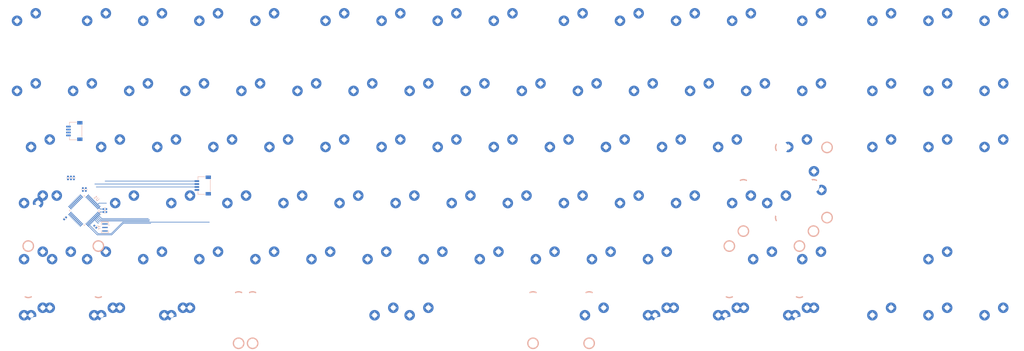
<source format=kicad_pcb>
(kicad_pcb (version 20171130) (host pcbnew "(5.1.11)-1")
  (layers (0 F.Cu signal) (31 B.Cu signal) (34 B.Paste user) (35 F.Paste user) (36 B.SilkS user) (37 F.SilkS user) (38 B.Mask user) (39 F.Mask user) (44 Edge.Cuts user))
  (net 0 "")
  (net 1 "Net-(MX1-Pad2)")
  (net 2 "Net-(MX1-Pad1)")
  (net 3 "Net-(MX2-Pad2)")
  (net 4 "Net-(MX2-Pad1)")
  (net 5 "Net-(MX3-Pad1)")
  (net 6 "Net-(MX3-Pad2)")
  (net 7 "Net-(MX4-Pad1)")
  (net 8 "Net-(MX4-Pad2)")
  (net 9 "Net-(MX5-Pad1)")
  (net 10 "Net-(MX5-Pad2)")
  (net 11 "Net-(MX6-Pad1)")
  (net 12 "Net-(MX6-Pad2)")
  (net 13 "Net-(MX7-Pad1)")
  (net 14 "Net-(MX7-Pad2)")
  (net 15 "Net-(MX8-Pad1)")
  (net 16 "Net-(MX8-Pad2)")
  (net 17 "Net-(MX9-Pad1)")
  (net 18 "Net-(MX9-Pad2)")
  (net 19 "Net-(MX10-Pad1)")
  (net 20 "Net-(MX10-Pad2)")
  (net 21 "Net-(MX11-Pad1)")
  (net 22 "Net-(MX11-Pad2)")
  (net 23 "Net-(MX12-Pad1)")
  (net 24 "Net-(MX12-Pad2)")
  (net 25 "Net-(MX13-Pad1)")
  (net 26 "Net-(MX13-Pad2)")
  (net 27 "Net-(MX14-Pad1)")
  (net 28 "Net-(MX14-Pad2)")
  (net 29 "Net-(MX15-Pad1)")
  (net 30 "Net-(MX15-Pad2)")
  (net 31 "Net-(MX16-Pad1)")
  (net 32 "Net-(MX16-Pad2)")
  (net 33 "Net-(MX17-Pad1)")
  (net 34 "Net-(MX17-Pad2)")
  (net 35 "Net-(MX18-Pad2)")
  (net 36 "Net-(MX19-Pad1)")
  (net 37 "Net-(MX19-Pad2)")
  (net 38 "Net-(MX20-Pad1)")
  (net 39 "Net-(MX20-Pad2)")
  (net 40 "Net-(MX21-Pad1)")
  (net 41 "Net-(MX21-Pad2)")
  (net 42 "Net-(MX22-Pad1)")
  (net 43 "Net-(MX22-Pad2)")
  (net 44 "Net-(MX23-Pad1)")
  (net 45 "Net-(MX23-Pad2)")
  (net 46 "Net-(MX24-Pad1)")
  (net 47 "Net-(MX24-Pad2)")
  (net 48 "Net-(MX25-Pad1)")
  (net 49 "Net-(MX25-Pad2)")
  (net 50 "Net-(MX26-Pad1)")
  (net 51 "Net-(MX26-Pad2)")
  (net 52 "Net-(MX27-Pad1)")
  (net 53 "Net-(MX27-Pad2)")
  (net 54 "Net-(MX28-Pad1)")
  (net 55 "Net-(MX28-Pad2)")
  (net 56 "Net-(MX29-Pad1)")
  (net 57 "Net-(MX29-Pad2)")
  (net 58 "Net-(MX30-Pad1)")
  (net 59 "Net-(MX30-Pad2)")
  (net 60 "Net-(MX31-Pad1)")
  (net 61 "Net-(MX31-Pad2)")
  (net 62 "Net-(MX32-Pad1)")
  (net 63 "Net-(MX32-Pad2)")
  (net 64 "Net-(MX33-Pad1)")
  (net 65 "Net-(MX33-Pad2)")
  (net 66 "Net-(MX34-Pad1)")
  (net 67 "Net-(MX34-Pad2)")
  (net 68 "Net-(MX35-Pad2)")
  (net 69 "Net-(MX36-Pad1)")
  (net 70 "Net-(MX36-Pad2)")
  (net 71 "Net-(MX37-Pad1)")
  (net 72 "Net-(MX37-Pad2)")
  (net 73 "Net-(MX38-Pad1)")
  (net 74 "Net-(MX38-Pad2)")
  (net 75 "Net-(MX39-Pad1)")
  (net 76 "Net-(MX39-Pad2)")
  (net 77 "Net-(MX40-Pad1)")
  (net 78 "Net-(MX40-Pad2)")
  (net 79 "Net-(MX41-Pad1)")
  (net 80 "Net-(MX41-Pad2)")
  (net 81 "Net-(MX42-Pad1)")
  (net 82 "Net-(MX42-Pad2)")
  (net 83 "Net-(MX43-Pad1)")
  (net 84 "Net-(MX43-Pad2)")
  (net 85 "Net-(MX44-Pad1)")
  (net 86 "Net-(MX44-Pad2)")
  (net 87 "Net-(MX45-Pad1)")
  (net 88 "Net-(MX45-Pad2)")
  (net 89 "Net-(MX46-Pad1)")
  (net 90 "Net-(MX46-Pad2)")
  (net 91 "Net-(MX47-Pad1)")
  (net 92 "Net-(MX47-Pad2)")
  (net 93 "Net-(MX48-Pad1)")
  (net 94 "Net-(MX48-Pad2)")
  (net 95 "Net-(MX49-Pad1)")
  (net 96 "Net-(MX49-Pad2)")
  (net 97 "Net-(MX50-Pad1)")
  (net 98 "Net-(MX50-Pad2)")
  (net 99 "Net-(MX51-Pad1)")
  (net 100 "Net-(MX51-Pad2)")
  (net 101 "Net-(MX52-Pad2)")
  (net 102 "Net-(MX53-Pad1)")
  (net 103 "Net-(MX53-Pad2)")
  (net 104 "Net-(MX54-Pad1)")
  (net 105 "Net-(MX54-Pad2)")
  (net 106 "Net-(MX55-Pad1)")
  (net 107 "Net-(MX55-Pad2)")
  (net 108 "Net-(MX56-Pad1)")
  (net 109 "Net-(MX56-Pad2)")
  (net 110 "Net-(MX57-Pad1)")
  (net 111 "Net-(MX57-Pad2)")
  (net 112 "Net-(MX58-Pad1)")
  (net 113 "Net-(MX58-Pad2)")
  (net 114 "Net-(MX59-Pad1)")
  (net 115 "Net-(MX59-Pad2)")
  (net 116 "Net-(MX60-Pad1)")
  (net 117 "Net-(MX60-Pad2)")
  (net 118 "Net-(MX61-Pad1)")
  (net 119 "Net-(MX61-Pad2)")
  (net 120 "Net-(MX62-Pad1)")
  (net 121 "Net-(MX62-Pad2)")
  (net 122 "Net-(MX63-Pad1)")
  (net 123 "Net-(MX63-Pad2)")
  (net 124 "Net-(MX64-Pad1)")
  (net 125 "Net-(MX64-Pad2)")
  (net 126 "Net-(MX65-Pad2)")
  (net 127 "Net-(MX65-Pad1)")
  (net 128 "Net-(MX66-Pad2)")
  (net 129 "Net-(MX67-Pad1)")
  (net 130 "Net-(MX67-Pad2)")
  (net 131 "Net-(MX68-Pad1)")
  (net 132 "Net-(MX68-Pad2)")
  (net 133 "Net-(MX69-Pad1)")
  (net 134 "Net-(MX69-Pad2)")
  (net 135 "Net-(MX70-Pad1)")
  (net 136 "Net-(MX70-Pad2)")
  (net 137 "Net-(MX71-Pad1)")
  (net 138 "Net-(MX71-Pad2)")
  (net 139 "Net-(MX72-Pad1)")
  (net 140 "Net-(MX72-Pad2)")
  (net 141 "Net-(MX73-Pad1)")
  (net 142 "Net-(MX73-Pad2)")
  (net 143 "Net-(MX74-Pad1)")
  (net 144 "Net-(MX74-Pad2)")
  (net 145 "Net-(MX75-Pad1)")
  (net 146 "Net-(MX75-Pad2)")
  (net 147 "Net-(MX76-Pad1)")
  (net 148 "Net-(MX76-Pad2)")
  (net 149 "Net-(MX77-Pad1)")
  (net 150 "Net-(MX77-Pad2)")
  (net 151 "Net-(MX78-Pad1)")
  (net 152 "Net-(MX78-Pad2)")
  (net 153 "Net-(MX79-Pad1)")
  (net 154 "Net-(MX79-Pad2)")
  (net 155 "Net-(MX80-Pad2)")
  (net 156 "Net-(MX81-Pad2)")
  (net 157 "Net-(MX82-Pad2)")
  (net 158 "Net-(MX83-Pad1)")
  (net 159 "Net-(MX83-Pad2)")
  (net 160 "Net-(MX84-Pad1)")
  (net 161 "Net-(MX84-Pad2)")
  (net 162 "Net-(MX85-Pad1)")
  (net 163 "Net-(MX85-Pad2)")
  (net 164 "Net-(MX86-Pad1)")
  (net 165 "Net-(MX86-Pad2)")
  (net 166 "Net-(MX87-Pad1)")
  (net 167 "Net-(MX87-Pad2)")
  (net 168 "Net-(MX88-Pad1)")
  (net 169 "Net-(MX88-Pad2)")
  (net 170 "Net-(MX89-Pad1)")
  (net 171 "Net-(MX89-Pad2)")
  (net 172 "Net-(MX90-Pad2)")
  (net 173 "Net-(MX91-Pad1)")
  (net 174 "Net-(MX91-Pad2)")
  (net 175 "Net-(MX92-Pad2)")
  (net 176 "Net-(MX93-Pad2)")
  (net 177 "Net-(MX94-Pad2)")
  (net 178 "Net-(MX95-Pad1)")
  (net 179 "Net-(MX95-Pad2)")
  (net 180 "Net-(MX96-Pad2)")
  (net 181 "Net-(MX96-Pad1)")
  (net 182 "Net-(MX97-Pad1)")
  (net 183 "Net-(MX97-Pad2)")
  (net 184 "Net-(MX98-Pad2)")
  (net 185 "Net-(MX98-Pad1)")
  (net 186 "Net-(MX99-Pad2)")
  (net 187 "Net-(MX99-Pad1)")
  (net 188 "Net-(MX100-Pad1)")
  (net 189 "Net-(MX100-Pad2)")
  (net 190 "Net-(U1-Pad46)")
  (net 191 "Net-(U1-Pad45)")
  (net 192 "Net-(U1-Pad44)")
  (net 193 "Net-(U1-Pad43)")
  (net 194 "Net-(U1-Pad42)")
  (net 195 "Net-(U1-Pad41)")
  (net 196 "Net-(U1-Pad40)")
  (net 197 "Net-(U1-Pad39)")
  (net 198 "Net-(U1-Pad38)")
  (net 199 "Net-(U1-Pad31)")
  (net 200 "Net-(U1-Pad30)")
  (net 201 "Net-(U1-Pad29)")
  (net 202 "Net-(U1-Pad28)")
  (net 203 "Net-(U1-Pad27)")
  (net 204 "Net-(U1-Pad26)")
  (net 205 "Net-(U1-Pad25)")
  (net 206 "Net-(U1-Pad22)")
  (net 207 "Net-(U1-Pad21)")
  (net 208 "Net-(U1-Pad20)")
  (net 209 "Net-(U1-Pad19)")
  (net 210 "Net-(U1-Pad18)")
  (net 211 "Net-(U1-Pad17)")
  (net 212 "Net-(U1-Pad16)")
  (net 213 "Net-(U1-Pad15)")
  (net 214 "Net-(U1-Pad14)")
  (net 215 "Net-(U1-Pad13)")
  (net 216 "Net-(U1-Pad12)")
  (net 217 "Net-(U1-Pad11)")
  (net 218 "Net-(U1-Pad10)")
  (net 219 "Net-(U1-Pad7)")
  (net 220 "Net-(U1-Pad6)")
  (net 221 "Net-(U1-Pad5)")
  (net 222 "Net-(U1-Pad4)")
  (net 223 "Net-(U1-Pad3)")
  (net 224 "Net-(U1-Pad2)")
  (net 225 "Net-(MX101-Pad1)")
  (net 226 "Net-(MX101-Pad2)")
  (net 227 "Net-(MX102-Pad1)")
  (net 228 "Net-(MX102-Pad2)")
  (net 229 GND)
  (net 230 D+)
  (net 231 D-)
  (net 232 SWCLK)
  (net 233 SWDIO)
  (net 234 "Net-(Y1-Pad3)")
  (net 235 "Net-(Y1-Pad2)")
  (net 236 "Net-(Y1-Pad1)")
  (net 237 +3V3)
  (net 238 "Net-(R1-Pad2)")
  (net 239 "Net-(R1-Pad1)")
  (net 240 "Net-(R2-Pad2)")
  (net 241 "Net-(R2-Pad1)")
  (net 242 "Net-(R3-Pad2)")
  (net 243 "Net-(R3-Pad1)")
  (module sanproject-keyboard-part:JST-SR-4 (layer B.Cu) (at 47.994579 62.108707 270)
    (fp_text reference J2)
    (fp_text value Daughterboard)
    (pad 3 smd rect (at 0.5 4.775 270) (size 0.6 1.55) (layers B.Cu B.Paste B.Mask))
    (pad 4 smd rect (at 1.5 4.775 270) (size 0.6 1.55) (layers B.Cu B.Paste B.Mask))
    (pad 2 smd rect (at -0.5 4.775 270) (size 0.6 1.55) (layers B.Cu B.Paste B.Mask))
    (pad 1 smd rect (at -1.5 4.775 270) (size 0.6 1.55) (layers B.Cu B.Paste B.Mask))
    (pad "" smd rect (at -2.8 0.9 270) (size 1.2 1.8) (layers B.Cu B.Paste B.Mask))
    (pad "" smd rect (at 2.8 0.9 270) (size 1.2 1.8) (layers B.Cu B.Paste B.Mask))
  )
  (module sanproject-keyboard-part:JST-SR-4 (layer B.Cu) (at 91.623579 80.620332 270)
    (fp_text reference J1)
    (fp_text value Daughterboard)
    (pad 3 smd rect (at 0.5 4.775 270) (size 0.6 1.55) (layers B.Cu B.Paste B.Mask))
    (pad 4 smd rect (at 1.5 4.775 270) (size 0.6 1.55) (layers B.Cu B.Paste B.Mask))
    (pad 2 smd rect (at -0.5 4.775 270) (size 0.6 1.55) (layers B.Cu B.Paste B.Mask))
    (pad 1 smd rect (at -1.5 4.775 270) (size 0.6 1.55) (layers B.Cu B.Paste B.Mask))
    (pad "" smd rect (at -2.8 0.9 270) (size 1.2 1.8) (layers B.Cu B.Paste B.Mask))
    (pad "" smd rect (at 2.8 0.9 270) (size 1.2 1.8) (layers B.Cu B.Paste B.Mask))
  )
  (module sanproject-keyboard-part:C_0402 (layer B.Cu) (at 55.630828 88.624332)
    (fp_text reference C6)
    (fp_text value 0.1uF)
    (pad 2 smd rect (at 0.48 0) (size 0.56 0.62) (layers B.Cu B.Paste B.Mask) (net 229 GND))
    (pad 1 smd rect (at -0.48 0) (size 0.56 0.62) (layers B.Cu B.Paste B.Mask) (net 237 +3V3))
  )
  (module sanproject-keyboard-part:C_0402 (layer B.Cu) (at 49.130828 81.980582 90)
    (fp_text reference C5)
    (fp_text value 1uF)
    (pad 2 smd rect (at 0.48 0 90) (size 0.56 0.62) (layers B.Cu B.Paste B.Mask) (net 229 GND))
    (pad 1 smd rect (at -0.48 0 90) (size 0.56 0.62) (layers B.Cu B.Paste B.Mask) (net 237 +3V3))
  )
  (module sanproject-keyboard-part:C_0402 (layer B.Cu) (at 55.630828 89.624332)
    (fp_text reference C4)
    (fp_text value 0.1uF)
    (pad 2 smd rect (at 0.48 0) (size 0.56 0.62) (layers B.Cu B.Paste B.Mask) (net 229 GND))
    (pad 1 smd rect (at -0.48 0) (size 0.56 0.62) (layers B.Cu B.Paste B.Mask) (net 237 +3V3))
  )
  (module sanproject-keyboard-part:C_0402 (layer B.Cu) (at 48.130828 81.980582 90)
    (fp_text reference C3)
    (fp_text value 0.1uF)
    (pad 2 smd rect (at 0.48 0 90) (size 0.56 0.62) (layers B.Cu B.Paste B.Mask) (net 229 GND))
    (pad 1 smd rect (at -0.48 0 90) (size 0.56 0.62) (layers B.Cu B.Paste B.Mask) (net 237 +3V3))
  )
  (module sanproject-keyboard-part:C_0402 (layer B.Cu) (at 42.09009 91.775982 225)
    (fp_text reference C2)
    (fp_text value 0.1uF)
    (pad 2 smd rect (at 0.48 0 225) (size 0.56 0.62) (layers B.Cu B.Paste B.Mask) (net 229 GND))
    (pad 1 smd rect (at -0.48 0 225) (size 0.56 0.62) (layers B.Cu B.Paste B.Mask) (net 237 +3V3))
  )
  (module sanproject-keyboard-part:C_0402 (layer B.Cu) (at 52.343139 94.604409 315)
    (fp_text reference C1)
    (fp_text value 0.1uF)
    (pad 2 smd rect (at 0.48 0 315) (size 0.56 0.62) (layers B.Cu B.Paste B.Mask) (net 229 GND))
    (pad 1 smd rect (at -0.48 0 315) (size 0.56 0.62) (layers B.Cu B.Paste B.Mask) (net 237 +3V3))
  )
  (module sanproject-keyboard-part:C_0402 (layer B.Cu) (at 45.069639 78.04888 270)
    (fp_text reference R3)
    (fp_text value 5k)
    (pad 2 smd rect (at 0.48 0 270) (size 0.56 0.62) (layers B.Cu B.Paste B.Mask) (net 242 "Net-(R3-Pad2)"))
    (pad 1 smd rect (at -0.48 0 270) (size 0.56 0.62) (layers B.Cu B.Paste B.Mask) (net 243 "Net-(R3-Pad1)"))
  )
  (module sanproject-keyboard-part:C_0402 (layer B.Cu) (at 44.069638 78.048879 270)
    (fp_text reference R2)
    (fp_text value 22R)
    (pad 2 smd rect (at 0.48 0 270) (size 0.56 0.62) (layers B.Cu B.Paste B.Mask) (net 240 "Net-(R2-Pad2)"))
    (pad 1 smd rect (at -0.48 0 270) (size 0.56 0.62) (layers B.Cu B.Paste B.Mask) (net 241 "Net-(R2-Pad1)"))
  )
  (module sanproject-keyboard-part:C_0402 (layer B.Cu) (at 43.069637 78.048879 270)
    (fp_text reference R1)
    (fp_text value 22R)
    (pad 2 smd rect (at 0.48 0 270) (size 0.56 0.62) (layers B.Cu B.Paste B.Mask) (net 238 "Net-(R1-Pad2)"))
    (pad 1 smd rect (at -0.48 0 270) (size 0.56 0.62) (layers B.Cu B.Paste B.Mask) (net 239 "Net-(R1-Pad1)"))
  )
  (module MX_Solder_SawnsProjects_AntiShear:MXOnly-1U-NoLED (layer F.Cu) (at 62.918328 89.124333)
    (fp_text reference MX53)
    (fp_text value 1U)
    (pad 1 thru_hole circle (at -3.81 -1.49 180) (size 0.4 0.4) (drill 0.3) (layers *.Cu B.Mask) (net 102 "Net-(MX53-Pad1)"))
    (pad 2 thru_hole circle (at 2.54 -6.13) (size 0.4 0.4) (drill 0.3) (layers *.Cu B.Mask) (net 103 "Net-(MX53-Pad2)"))
    (pad 1 smd circle (at -3.81 -2.54) (size 3.6 3.6) (layers B.Cu) (net 102 "Net-(MX53-Pad1)"))
    (pad 1 thru_hole circle (at -3.81 -2.54) (size 2.5 2.5) (drill 1.7) (layers *.Cu) (net 102 "Net-(MX53-Pad1)"))
    (pad "" np_thru_hole circle (at -5.08 0 48.0996) (size 1.75 1.75) (drill 1.75) (layers *.Cu *.Mask))
    (pad 2 thru_hole circle (at 1.49 -5.08 90) (size 0.4 0.4) (drill 0.3) (layers *.Cu B.Mask) (net 103 "Net-(MX53-Pad2)"))
    (pad 2 thru_hole circle (at 2.54 -4.03 180) (size 0.4 0.4) (drill 0.3) (layers *.Cu B.Mask) (net 103 "Net-(MX53-Pad2)"))
    (pad 2 smd circle (at 2.54 -5.08) (size 3.6 3.6) (layers B.Cu) (net 103 "Net-(MX53-Pad2)"))
    (pad 2 thru_hole circle (at 2.54 -5.08) (size 2.5 2.5) (drill 1.7) (layers *.Cu) (net 103 "Net-(MX53-Pad2)"))
    (pad 1 thru_hole circle (at -4.86 -2.54 90) (size 0.4 0.4) (drill 0.3) (layers *.Cu B.Mask) (net 102 "Net-(MX53-Pad1)"))
    (pad "" np_thru_hole circle (at 5.08 0 48.0996) (size 1.75 1.75) (drill 1.75) (layers *.Cu *.Mask))
    (pad 1 thru_hole circle (at -2.76 -2.54 270) (size 0.4 0.4) (drill 0.3) (layers *.Cu B.Mask) (net 102 "Net-(MX53-Pad1)"))
    (pad 1 thru_hole circle (at -3.81 -3.59) (size 0.4 0.4) (drill 0.3) (layers *.Cu B.Mask) (net 102 "Net-(MX53-Pad1)"))
    (pad "" np_thru_hole circle (at 0 0) (size 3.9878 3.9878) (drill 3.9878) (layers *.Cu *.Mask))
    (pad 2 thru_hole circle (at 3.59 -5.08 270) (size 0.4 0.4) (drill 0.3) (layers *.Cu B.Mask) (net 103 "Net-(MX53-Pad2)"))
  )
  (module Crystal:Resonator_SMD_muRata_CSTxExxV-3Pin_3.0x1.1mm (layer B.Cu) (at 55.630828 94.874333 270)
    (fp_text reference Yr (at 0 2 90) (layer B.SilkS) (effects (justify mirror)))
    (fp_text value Resonator_Small)
    (pad 3 smd rect (at 1.2 0 270) (size 0.4 1.9) (layers B.Cu B.Paste B.Mask) (net 234 "Net-(Y1-Pad3)"))
    (pad 2 smd rect (at 0 0 270) (size 0.4 1.9) (layers B.Cu B.Paste B.Mask) (net 235 "Net-(Y1-Pad2)"))
    (pad 1 smd rect (at -1.2 0 270) (size 0.4 1.9) (layers B.Cu B.Paste B.Mask) (net 236 "Net-(Y1-Pad1)"))
  )
  (module Package_QFP:LQFP-48_7x7mm_P0.5mm (layer B.Cu) (at 48.630828 89.124333 135)
    (fp_text reference U1 (at 0 5.85 135) (layer B.SilkS) (effects (justify mirror)))
    (fp_text value STM32F072CBTx)
    (pad 48 smd roundrect (at -2.75 4.1625 135) (size 0.3 1.475) (layers B.Cu B.Paste B.Mask) (net 237 +3V3))
    (pad 47 smd roundrect (at -2.25 4.1625 135) (size 0.3 1.475) (layers B.Cu B.Paste B.Mask) (net 229 GND))
    (pad 46 smd roundrect (at -1.75 4.1625 135) (size 0.3 1.475) (layers B.Cu B.Paste B.Mask) (net 190 "Net-(U1-Pad46)"))
    (pad 45 smd roundrect (at -1.25 4.1625 135) (size 0.3 1.475) (layers B.Cu B.Paste B.Mask) (net 191 "Net-(U1-Pad45)"))
    (pad 44 smd roundrect (at -0.75 4.1625 135) (size 0.3 1.475) (layers B.Cu B.Paste B.Mask) (net 192 "Net-(U1-Pad44)"))
    (pad 43 smd roundrect (at -0.25 4.1625 135) (size 0.3 1.475) (layers B.Cu B.Paste B.Mask) (net 193 "Net-(U1-Pad43)"))
    (pad 42 smd roundrect (at 0.25 4.1625 135) (size 0.3 1.475) (layers B.Cu B.Paste B.Mask) (net 194 "Net-(U1-Pad42)"))
    (pad 41 smd roundrect (at 0.75 4.1625 135) (size 0.3 1.475) (layers B.Cu B.Paste B.Mask) (net 195 "Net-(U1-Pad41)"))
    (pad 40 smd roundrect (at 1.25 4.1625 135) (size 0.3 1.475) (layers B.Cu B.Paste B.Mask) (net 196 "Net-(U1-Pad40)"))
    (pad 39 smd roundrect (at 1.75 4.1625 135) (size 0.3 1.475) (layers B.Cu B.Paste B.Mask) (net 197 "Net-(U1-Pad39)"))
    (pad 38 smd roundrect (at 2.25 4.1625 135) (size 0.3 1.475) (layers B.Cu B.Paste B.Mask) (net 198 "Net-(U1-Pad38)"))
    (pad 37 smd roundrect (at 2.75 4.1625 135) (size 0.3 1.475) (layers B.Cu B.Paste B.Mask) (net 232 SWCLK))
    (pad 36 smd roundrect (at 4.1625 2.75 135) (size 1.475 0.3) (layers B.Cu B.Paste B.Mask) (net 237 +3V3))
    (pad 35 smd roundrect (at 4.1625 2.25 135) (size 1.475 0.3) (layers B.Cu B.Paste B.Mask) (net 229 GND))
    (pad 34 smd roundrect (at 4.1625 1.75 135) (size 1.475 0.3) (layers B.Cu B.Paste B.Mask) (net 233 SWDIO))
    (pad 33 smd roundrect (at 4.1625 1.25 135) (size 1.475 0.3) (layers B.Cu B.Paste B.Mask) (net 230 D+))
    (pad 32 smd roundrect (at 4.1625 0.75 135) (size 1.475 0.3) (layers B.Cu B.Paste B.Mask) (net 231 D-))
    (pad 31 smd roundrect (at 4.1625 0.25 135) (size 1.475 0.3) (layers B.Cu B.Paste B.Mask) (net 199 "Net-(U1-Pad31)"))
    (pad 30 smd roundrect (at 4.1625 -0.25 135) (size 1.475 0.3) (layers B.Cu B.Paste B.Mask) (net 200 "Net-(U1-Pad30)"))
    (pad 29 smd roundrect (at 4.1625 -0.75 135) (size 1.475 0.3) (layers B.Cu B.Paste B.Mask) (net 201 "Net-(U1-Pad29)"))
    (pad 28 smd roundrect (at 4.1625 -1.25 135) (size 1.475 0.3) (layers B.Cu B.Paste B.Mask) (net 202 "Net-(U1-Pad28)"))
    (pad 27 smd roundrect (at 4.1625 -1.75 135) (size 1.475 0.3) (layers B.Cu B.Paste B.Mask) (net 203 "Net-(U1-Pad27)"))
    (pad 26 smd roundrect (at 4.1625 -2.25 135) (size 1.475 0.3) (layers B.Cu B.Paste B.Mask) (net 204 "Net-(U1-Pad26)"))
    (pad 25 smd roundrect (at 4.1625 -2.75 135) (size 1.475 0.3) (layers B.Cu B.Paste B.Mask) (net 205 "Net-(U1-Pad25)"))
    (pad 24 smd roundrect (at 2.75 -4.1625 135) (size 0.3 1.475) (layers B.Cu B.Paste B.Mask) (net 237 +3V3))
    (pad 23 smd roundrect (at 2.25 -4.1625 135) (size 0.3 1.475) (layers B.Cu B.Paste B.Mask) (net 229 GND))
    (pad 22 smd roundrect (at 1.75 -4.1625 135) (size 0.3 1.475) (layers B.Cu B.Paste B.Mask) (net 206 "Net-(U1-Pad22)"))
    (pad 21 smd roundrect (at 1.25 -4.1625 135) (size 0.3 1.475) (layers B.Cu B.Paste B.Mask) (net 207 "Net-(U1-Pad21)"))
    (pad 20 smd roundrect (at 0.75 -4.1625 135) (size 0.3 1.475) (layers B.Cu B.Paste B.Mask) (net 208 "Net-(U1-Pad20)"))
    (pad 19 smd roundrect (at 0.25 -4.1625 135) (size 0.3 1.475) (layers B.Cu B.Paste B.Mask) (net 209 "Net-(U1-Pad19)"))
    (pad 18 smd roundrect (at -0.25 -4.1625 135) (size 0.3 1.475) (layers B.Cu B.Paste B.Mask) (net 210 "Net-(U1-Pad18)"))
    (pad 17 smd roundrect (at -0.75 -4.1625 135) (size 0.3 1.475) (layers B.Cu B.Paste B.Mask) (net 211 "Net-(U1-Pad17)"))
    (pad 16 smd roundrect (at -1.25 -4.1625 135) (size 0.3 1.475) (layers B.Cu B.Paste B.Mask) (net 212 "Net-(U1-Pad16)"))
    (pad 15 smd roundrect (at -1.75 -4.1625 135) (size 0.3 1.475) (layers B.Cu B.Paste B.Mask) (net 213 "Net-(U1-Pad15)"))
    (pad 14 smd roundrect (at -2.25 -4.1625 135) (size 0.3 1.475) (layers B.Cu B.Paste B.Mask) (net 214 "Net-(U1-Pad14)"))
    (pad 13 smd roundrect (at -2.75 -4.1625 135) (size 0.3 1.475) (layers B.Cu B.Paste B.Mask) (net 215 "Net-(U1-Pad13)"))
    (pad 12 smd roundrect (at -4.1625 -2.75 135) (size 1.475 0.3) (layers B.Cu B.Paste B.Mask) (net 216 "Net-(U1-Pad12)"))
    (pad 11 smd roundrect (at -4.1625 -2.25 135) (size 1.475 0.3) (layers B.Cu B.Paste B.Mask) (net 217 "Net-(U1-Pad11)"))
    (pad 10 smd roundrect (at -4.1625 -1.75 135) (size 1.475 0.3) (layers B.Cu B.Paste B.Mask) (net 218 "Net-(U1-Pad10)"))
    (pad 9 smd roundrect (at -4.1625 -1.25 135) (size 1.475 0.3) (layers B.Cu B.Paste B.Mask) (net 237 +3V3))
    (pad 8 smd roundrect (at -4.1625 -0.75 135) (size 1.475 0.3) (layers B.Cu B.Paste B.Mask) (net 229 GND))
    (pad 7 smd roundrect (at -4.1625 -0.25 135) (size 1.475 0.3) (layers B.Cu B.Paste B.Mask) (net 219 "Net-(U1-Pad7)"))
    (pad 6 smd roundrect (at -4.1625 0.25 135) (size 1.475 0.3) (layers B.Cu B.Paste B.Mask) (net 220 "Net-(U1-Pad6)"))
    (pad 5 smd roundrect (at -4.1625 0.75 135) (size 1.475 0.3) (layers B.Cu B.Paste B.Mask) (net 221 "Net-(U1-Pad5)"))
    (pad 4 smd roundrect (at -4.1625 1.25 135) (size 1.475 0.3) (layers B.Cu B.Paste B.Mask) (net 222 "Net-(U1-Pad4)"))
    (pad 3 smd roundrect (at -4.1625 1.75 135) (size 1.475 0.3) (layers B.Cu B.Paste B.Mask) (net 223 "Net-(U1-Pad3)"))
    (pad 2 smd roundrect (at -4.1625 2.25 135) (size 1.475 0.3) (layers B.Cu B.Paste B.Mask) (net 224 "Net-(U1-Pad2)"))
    (pad 1 smd roundrect (at -4.1625 2.75 135) (size 1.475 0.3) (layers B.Cu B.Paste B.Mask) (net 237 +3V3))
  )
  (module MX_Solder_SawnsProjects_AntiShear:MXOnly-1.75U-NoLED (layer F.Cu) (at 36.724579 89.124333)
    (fp_text reference MX52)
    (fp_text value 1.75U)
    (pad 1 thru_hole circle (at -3.81 -1.49 180) (size 0.4 0.4) (drill 0.3) (layers *.Cu B.Mask) (net 2 "Net-(MX1-Pad1)"))
    (pad 2 thru_hole circle (at 2.54 -6.13) (size 0.4 0.4) (drill 0.3) (layers *.Cu B.Mask) (net 101 "Net-(MX52-Pad2)"))
    (pad 1 smd circle (at -3.81 -2.54) (size 3.6 3.6) (layers B.Cu) (net 2 "Net-(MX1-Pad1)"))
    (pad 1 thru_hole circle (at -3.81 -2.54) (size 2.5 2.5) (drill 1.7) (layers *.Cu) (net 2 "Net-(MX1-Pad1)"))
    (pad "" np_thru_hole circle (at -5.08 0 48.0996) (size 1.75 1.75) (drill 1.75) (layers *.Cu *.Mask))
    (pad 2 thru_hole circle (at 1.49 -5.08 90) (size 0.4 0.4) (drill 0.3) (layers *.Cu B.Mask) (net 101 "Net-(MX52-Pad2)"))
    (pad 2 thru_hole circle (at 2.54 -4.03 180) (size 0.4 0.4) (drill 0.3) (layers *.Cu B.Mask) (net 101 "Net-(MX52-Pad2)"))
    (pad 2 smd circle (at 2.54 -5.08) (size 3.6 3.6) (layers B.Cu) (net 101 "Net-(MX52-Pad2)"))
    (pad 2 thru_hole circle (at 2.54 -5.08) (size 2.5 2.5) (drill 1.7) (layers *.Cu) (net 101 "Net-(MX52-Pad2)"))
    (pad 1 thru_hole circle (at -4.86 -2.54 90) (size 0.4 0.4) (drill 0.3) (layers *.Cu B.Mask) (net 2 "Net-(MX1-Pad1)"))
    (pad "" np_thru_hole circle (at 5.08 0 48.0996) (size 1.75 1.75) (drill 1.75) (layers *.Cu *.Mask))
    (pad 1 thru_hole circle (at -2.76 -2.54 270) (size 0.4 0.4) (drill 0.3) (layers *.Cu B.Mask) (net 2 "Net-(MX1-Pad1)"))
    (pad 1 thru_hole circle (at -3.81 -3.59) (size 0.4 0.4) (drill 0.3) (layers *.Cu B.Mask) (net 2 "Net-(MX1-Pad1)"))
    (pad "" np_thru_hole circle (at 0 0) (size 3.9878 3.9878) (drill 3.9878) (layers *.Cu *.Mask))
    (pad 2 thru_hole circle (at 3.59 -5.08 270) (size 0.4 0.4) (drill 0.3) (layers *.Cu B.Mask) (net 101 "Net-(MX52-Pad2)"))
  )
  (module MX_Solder_SawnsProjects_AntiShear:MXOnly-2.25U-NoLED (layer F.Cu) (at 41.487079 108.174332)
    (fp_text reference MX102)
    (fp_text value 2.25U)
    (pad 1 thru_hole circle (at -3.81 -1.49 180) (size 0.4 0.4) (drill 0.3) (layers *.Cu B.Mask) (net 227 "Net-(MX102-Pad1)"))
    (pad 2 thru_hole circle (at 2.54 -6.13) (size 0.4 0.4) (drill 0.3) (layers *.Cu B.Mask) (net 228 "Net-(MX102-Pad2)"))
    (pad 1 smd circle (at -3.81 -2.54) (size 3.6 3.6) (layers B.Cu) (net 227 "Net-(MX102-Pad1)"))
    (pad 1 thru_hole circle (at -3.81 -2.54) (size 2.5 2.5) (drill 1.7) (layers *.Cu) (net 227 "Net-(MX102-Pad1)"))
    (pad "" np_thru_hole circle (at -5.08 0 48.0996) (size 1.75 1.75) (drill 1.75) (layers *.Cu *.Mask))
    (pad 2 thru_hole circle (at 1.49 -5.08 90) (size 0.4 0.4) (drill 0.3) (layers *.Cu B.Mask) (net 228 "Net-(MX102-Pad2)"))
    (pad 2 thru_hole circle (at 2.54 -4.03 180) (size 0.4 0.4) (drill 0.3) (layers *.Cu B.Mask) (net 228 "Net-(MX102-Pad2)"))
    (pad 2 smd circle (at 2.54 -5.08) (size 3.6 3.6) (layers B.Cu) (net 228 "Net-(MX102-Pad2)"))
    (pad 2 thru_hole circle (at 2.54 -5.08) (size 2.5 2.5) (drill 1.7) (layers *.Cu) (net 228 "Net-(MX102-Pad2)"))
    (pad 1 thru_hole circle (at -4.86 -2.54 90) (size 0.4 0.4) (drill 0.3) (layers *.Cu B.Mask) (net 227 "Net-(MX102-Pad1)"))
    (pad "" np_thru_hole circle (at 5.08 0 48.0996) (size 1.75 1.75) (drill 1.75) (layers *.Cu *.Mask))
    (pad 1 thru_hole circle (at -2.76 -2.54 270) (size 0.4 0.4) (drill 0.3) (layers *.Cu B.Mask) (net 227 "Net-(MX102-Pad1)"))
    (pad 1 thru_hole circle (at -3.81 -3.59) (size 0.4 0.4) (drill 0.3) (layers *.Cu B.Mask) (net 227 "Net-(MX102-Pad1)"))
    (pad "" np_thru_hole circle (at 0 0) (size 3.9878 3.9878) (drill 3.9878) (layers *.Cu *.Mask))
    (pad 2 thru_hole circle (at 3.59 -5.08 270) (size 0.4 0.4) (drill 0.3) (layers *.Cu B.Mask) (net 228 "Net-(MX102-Pad2)"))
    (pad "" np_thru_hole circle (at -11.90625 -6.985) (size 3.048 3.048) (drill 3.048) (layers *.Cu *.Mask))
    (pad "" np_thru_hole circle (at 11.90625 -6.985) (size 3.048 3.048) (drill 3.048) (layers *.Cu *.Mask))
    (pad "" np_thru_hole circle (at -11.90625 8.255) (size 3.9878 3.9878) (drill 3.9878) (layers *.Cu *.Mask))
    (pad "" np_thru_hole circle (at 11.90625 8.255) (size 3.9878 3.9878) (drill 3.9878) (layers *.Cu *.Mask))
  )
  (module MX_Solder_SawnsProjects_AntiShear:MXOnly-1.25U-NoLED (layer F.Cu) (at 31.962078 89.124333)
    (fp_text reference MX101)
    (fp_text value 1.25U)
    (pad 1 thru_hole circle (at -3.81 -1.49 180) (size 0.4 0.4) (drill 0.3) (layers *.Cu B.Mask) (net 225 "Net-(MX101-Pad1)"))
    (pad 2 thru_hole circle (at 2.54 -6.13) (size 0.4 0.4) (drill 0.3) (layers *.Cu B.Mask) (net 226 "Net-(MX101-Pad2)"))
    (pad 1 smd circle (at -3.81 -2.54) (size 3.6 3.6) (layers B.Cu) (net 225 "Net-(MX101-Pad1)"))
    (pad 1 thru_hole circle (at -3.81 -2.54) (size 2.5 2.5) (drill 1.7) (layers *.Cu) (net 225 "Net-(MX101-Pad1)"))
    (pad "" np_thru_hole circle (at -5.08 0 48.0996) (size 1.75 1.75) (drill 1.75) (layers *.Cu *.Mask))
    (pad 2 thru_hole circle (at 1.49 -5.08 90) (size 0.4 0.4) (drill 0.3) (layers *.Cu B.Mask) (net 226 "Net-(MX101-Pad2)"))
    (pad 2 thru_hole circle (at 2.54 -4.03 180) (size 0.4 0.4) (drill 0.3) (layers *.Cu B.Mask) (net 226 "Net-(MX101-Pad2)"))
    (pad 2 smd circle (at 2.54 -5.08) (size 3.6 3.6) (layers B.Cu) (net 226 "Net-(MX101-Pad2)"))
    (pad 2 thru_hole circle (at 2.54 -5.08) (size 2.5 2.5) (drill 1.7) (layers *.Cu) (net 226 "Net-(MX101-Pad2)"))
    (pad 1 thru_hole circle (at -4.86 -2.54 90) (size 0.4 0.4) (drill 0.3) (layers *.Cu B.Mask) (net 225 "Net-(MX101-Pad1)"))
    (pad "" np_thru_hole circle (at 5.08 0 48.0996) (size 1.75 1.75) (drill 1.75) (layers *.Cu *.Mask))
    (pad 1 thru_hole circle (at -2.76 -2.54 270) (size 0.4 0.4) (drill 0.3) (layers *.Cu B.Mask) (net 225 "Net-(MX101-Pad1)"))
    (pad 1 thru_hole circle (at -3.81 -3.59) (size 0.4 0.4) (drill 0.3) (layers *.Cu B.Mask) (net 225 "Net-(MX101-Pad1)"))
    (pad "" np_thru_hole circle (at 0 0) (size 3.9878 3.9878) (drill 3.9878) (layers *.Cu *.Mask))
    (pad 2 thru_hole circle (at 3.59 -5.08 270) (size 0.4 0.4) (drill 0.3) (layers *.Cu B.Mask) (net 226 "Net-(MX101-Pad2)"))
  )
  (module MX_Solder_SawnsProjects_AntiShear:MXOnly-1U-NoLED (layer F.Cu) (at 272.468328 89.124333)
    (fp_text reference MX100)
    (fp_text value 1U)
    (pad 1 thru_hole circle (at -3.81 -1.49 180) (size 0.4 0.4) (drill 0.3) (layers *.Cu B.Mask) (net 188 "Net-(MX100-Pad1)"))
    (pad 2 thru_hole circle (at 2.54 -6.13) (size 0.4 0.4) (drill 0.3) (layers *.Cu B.Mask) (net 189 "Net-(MX100-Pad2)"))
    (pad 1 smd circle (at -3.81 -2.54) (size 3.6 3.6) (layers B.Cu) (net 188 "Net-(MX100-Pad1)"))
    (pad 1 thru_hole circle (at -3.81 -2.54) (size 2.5 2.5) (drill 1.7) (layers *.Cu) (net 188 "Net-(MX100-Pad1)"))
    (pad "" np_thru_hole circle (at -5.08 0 48.0996) (size 1.75 1.75) (drill 1.75) (layers *.Cu *.Mask))
    (pad 2 thru_hole circle (at 1.49 -5.08 90) (size 0.4 0.4) (drill 0.3) (layers *.Cu B.Mask) (net 189 "Net-(MX100-Pad2)"))
    (pad 2 thru_hole circle (at 2.54 -4.03 180) (size 0.4 0.4) (drill 0.3) (layers *.Cu B.Mask) (net 189 "Net-(MX100-Pad2)"))
    (pad 2 smd circle (at 2.54 -5.08) (size 3.6 3.6) (layers B.Cu) (net 189 "Net-(MX100-Pad2)"))
    (pad 2 thru_hole circle (at 2.54 -5.08) (size 2.5 2.5) (drill 1.7) (layers *.Cu) (net 189 "Net-(MX100-Pad2)"))
    (pad 1 thru_hole circle (at -4.86 -2.54 90) (size 0.4 0.4) (drill 0.3) (layers *.Cu B.Mask) (net 188 "Net-(MX100-Pad1)"))
    (pad "" np_thru_hole circle (at 5.08 0 48.0996) (size 1.75 1.75) (drill 1.75) (layers *.Cu *.Mask))
    (pad 1 thru_hole circle (at -2.76 -2.54 270) (size 0.4 0.4) (drill 0.3) (layers *.Cu B.Mask) (net 188 "Net-(MX100-Pad1)"))
    (pad 1 thru_hole circle (at -3.81 -3.59) (size 0.4 0.4) (drill 0.3) (layers *.Cu B.Mask) (net 188 "Net-(MX100-Pad1)"))
    (pad "" np_thru_hole circle (at 0 0) (size 3.9878 3.9878) (drill 3.9878) (layers *.Cu *.Mask))
    (pad 2 thru_hole circle (at 3.59 -5.08 270) (size 0.4 0.4) (drill 0.3) (layers *.Cu B.Mask) (net 189 "Net-(MX100-Pad2)"))
  )
  (module MX_Solder_SawnsProjects_AntiShear:MXOnly-ISO-ROTATED-ReversedStabilizers-NoLED (layer F.Cu) (at 293.899579 79.599333)
    (fp_text reference MX99)
    (fp_text value 2.25U)
    (pad 2 thru_hole circle (at 6.13 2.54 270) (size 0.4 0.4) (drill 0.3) (layers *.Cu B.Mask) (net 186 "Net-(MX99-Pad2)"))
    (pad 1 thru_hole circle (at 1.49 -3.81 90) (size 0.4 0.4) (drill 0.3) (layers *.Cu B.Mask) (net 187 "Net-(MX99-Pad1)"))
    (pad 2 thru_hole circle (at 5.08 3.59 180) (size 0.4 0.4) (drill 0.3) (layers *.Cu B.Mask) (net 186 "Net-(MX99-Pad2)"))
    (pad 1 thru_hole circle (at 3.59 -3.81 270) (size 0.4 0.4) (drill 0.3) (layers *.Cu B.Mask) (net 187 "Net-(MX99-Pad1)"))
    (pad 1 thru_hole circle (at 2.54 -4.86) (size 0.4 0.4) (drill 0.3) (layers *.Cu B.Mask) (net 187 "Net-(MX99-Pad1)"))
    (pad 2 thru_hole circle (at 5.08 1.49) (size 0.4 0.4) (drill 0.3) (layers *.Cu B.Mask) (net 186 "Net-(MX99-Pad2)"))
    (pad 1 thru_hole circle (at 2.54 -2.76 180) (size 0.4 0.4) (drill 0.3) (layers *.Cu B.Mask) (net 187 "Net-(MX99-Pad1)"))
    (pad 2 thru_hole circle (at 4.03 2.54 90) (size 0.4 0.4) (drill 0.3) (layers *.Cu B.Mask) (net 186 "Net-(MX99-Pad2)"))
    (pad "" np_thru_hole circle (at 0 5.08 318.0996) (size 1.75 1.75) (drill 1.75) (layers *.Cu *.Mask))
    (pad "" np_thru_hole circle (at 0 -5.08 318.0996) (size 1.75 1.75) (drill 1.75) (layers *.Cu *.Mask))
    (pad 1 thru_hole circle (at 2.54 -3.81 270) (size 2.5 2.5) (drill 1.7) (layers *.Cu) (net 187 "Net-(MX99-Pad1)"))
    (pad 2 thru_hole circle (at 5.08 2.54 270) (size 2.5 2.5) (drill 1.7) (layers *.Cu) (net 186 "Net-(MX99-Pad2)"))
    (pad 1 connect circle (at 2.54 -3.81 270) (size 3.6 3.6) (layers B.Cu) (net 187 "Net-(MX99-Pad1)"))
    (pad "" np_thru_hole circle (at 0 0 270) (size 3.9878 3.9878) (drill 3.9878) (layers *.Cu *.Mask))
    (pad 2 connect circle (at 5.08 2.54 270) (size 3.6 3.6) (layers B.Cu) (net 186 "Net-(MX99-Pad2)"))
    (pad "" np_thru_hole circle (at -8.255 -11.938) (size 3.9878 3.9878) (drill 3.9878) (layers *.Cu *.Mask))
    (pad "" np_thru_hole circle (at -8.255 11.938) (size 3.9878 3.9878) (drill 3.9878) (layers *.Cu *.Mask))
    (pad "" np_thru_hole circle (at 6.985 -11.938) (size 3.048 3.048) (drill 3.048) (layers *.Cu *.Mask))
    (pad "" np_thru_hole circle (at 6.985 11.938) (size 3.048 3.048) (drill 3.048) (layers *.Cu *.Mask))
  )
  (module MX_Solder_SawnsProjects_AntiShear:MXOnly-2.75U-NoLED (layer F.Cu) (at 279.61208 108.174332)
    (fp_text reference MX78)
    (fp_text value 2.75U)
    (pad 1 thru_hole circle (at -3.81 -1.49 180) (size 0.4 0.4) (drill 0.3) (layers *.Cu B.Mask) (net 151 "Net-(MX78-Pad1)"))
    (pad 2 thru_hole circle (at 2.54 -6.13) (size 0.4 0.4) (drill 0.3) (layers *.Cu B.Mask) (net 152 "Net-(MX78-Pad2)"))
    (pad 1 smd circle (at -3.81 -2.54) (size 3.6 3.6) (layers B.Cu) (net 151 "Net-(MX78-Pad1)"))
    (pad 1 thru_hole circle (at -3.81 -2.54) (size 2.5 2.5) (drill 1.7) (layers *.Cu) (net 151 "Net-(MX78-Pad1)"))
    (pad "" np_thru_hole circle (at -5.08 0 48.0996) (size 1.75 1.75) (drill 1.75) (layers *.Cu *.Mask))
    (pad 2 thru_hole circle (at 1.49 -5.08 90) (size 0.4 0.4) (drill 0.3) (layers *.Cu B.Mask) (net 152 "Net-(MX78-Pad2)"))
    (pad 2 thru_hole circle (at 2.54 -4.03 180) (size 0.4 0.4) (drill 0.3) (layers *.Cu B.Mask) (net 152 "Net-(MX78-Pad2)"))
    (pad 2 smd circle (at 2.54 -5.08) (size 3.6 3.6) (layers B.Cu) (net 152 "Net-(MX78-Pad2)"))
    (pad 2 thru_hole circle (at 2.54 -5.08) (size 2.5 2.5) (drill 1.7) (layers *.Cu) (net 152 "Net-(MX78-Pad2)"))
    (pad 1 thru_hole circle (at -4.86 -2.54 90) (size 0.4 0.4) (drill 0.3) (layers *.Cu B.Mask) (net 151 "Net-(MX78-Pad1)"))
    (pad "" np_thru_hole circle (at 5.08 0 48.0996) (size 1.75 1.75) (drill 1.75) (layers *.Cu *.Mask))
    (pad 1 thru_hole circle (at -2.76 -2.54 270) (size 0.4 0.4) (drill 0.3) (layers *.Cu B.Mask) (net 151 "Net-(MX78-Pad1)"))
    (pad 1 thru_hole circle (at -3.81 -3.59) (size 0.4 0.4) (drill 0.3) (layers *.Cu B.Mask) (net 151 "Net-(MX78-Pad1)"))
    (pad "" np_thru_hole circle (at 0 0) (size 3.9878 3.9878) (drill 3.9878) (layers *.Cu *.Mask))
    (pad 2 thru_hole circle (at 3.59 -5.08 270) (size 0.4 0.4) (drill 0.3) (layers *.Cu B.Mask) (net 152 "Net-(MX78-Pad2)"))
    (pad "" np_thru_hole circle (at -11.90625 -6.985) (size 3.048 3.048) (drill 3.048) (layers *.Cu *.Mask))
    (pad "" np_thru_hole circle (at 11.90625 -6.985) (size 3.048 3.048) (drill 3.048) (layers *.Cu *.Mask))
    (pad "" np_thru_hole circle (at -11.90625 8.255) (size 3.9878 3.9878) (drill 3.9878) (layers *.Cu *.Mask))
    (pad "" np_thru_hole circle (at 11.90625 8.255) (size 3.9878 3.9878) (drill 3.9878) (layers *.Cu *.Mask))
  )
  (module MX_Solder_SawnsProjects_AntiShear:MXOnly-2.25U-ReversedStabilizers-NoLED (layer F.Cu) (at 284.374579 89.124333)
    (fp_text reference MX64)
    (fp_text value 2.25U)
    (pad 1 thru_hole circle (at -3.81 -1.49 180) (size 0.4 0.4) (drill 0.3) (layers *.Cu B.Mask) (net 124 "Net-(MX64-Pad1)"))
    (pad 2 thru_hole circle (at 2.54 -6.13) (size 0.4 0.4) (drill 0.3) (layers *.Cu B.Mask) (net 125 "Net-(MX64-Pad2)"))
    (pad 1 smd circle (at -3.81 -2.54) (size 3.6 3.6) (layers B.Cu) (net 124 "Net-(MX64-Pad1)"))
    (pad 1 thru_hole circle (at -3.81 -2.54) (size 2.5 2.5) (drill 1.7) (layers *.Cu) (net 124 "Net-(MX64-Pad1)"))
    (pad "" np_thru_hole circle (at -5.08 0 48.0996) (size 1.75 1.75) (drill 1.75) (layers *.Cu *.Mask))
    (pad 2 thru_hole circle (at 1.49 -5.08 90) (size 0.4 0.4) (drill 0.3) (layers *.Cu B.Mask) (net 125 "Net-(MX64-Pad2)"))
    (pad 2 thru_hole circle (at 2.54 -4.03 180) (size 0.4 0.4) (drill 0.3) (layers *.Cu B.Mask) (net 125 "Net-(MX64-Pad2)"))
    (pad 2 smd circle (at 2.54 -5.08) (size 3.6 3.6) (layers B.Cu) (net 125 "Net-(MX64-Pad2)"))
    (pad 2 thru_hole circle (at 2.54 -5.08) (size 2.5 2.5) (drill 1.7) (layers *.Cu) (net 125 "Net-(MX64-Pad2)"))
    (pad 1 thru_hole circle (at -4.86 -2.54 90) (size 0.4 0.4) (drill 0.3) (layers *.Cu B.Mask) (net 124 "Net-(MX64-Pad1)"))
    (pad "" np_thru_hole circle (at 5.08 0 48.0996) (size 1.75 1.75) (drill 1.75) (layers *.Cu *.Mask))
    (pad 1 thru_hole circle (at -2.76 -2.54 270) (size 0.4 0.4) (drill 0.3) (layers *.Cu B.Mask) (net 124 "Net-(MX64-Pad1)"))
    (pad 1 thru_hole circle (at -3.81 -3.59) (size 0.4 0.4) (drill 0.3) (layers *.Cu B.Mask) (net 124 "Net-(MX64-Pad1)"))
    (pad "" np_thru_hole circle (at 0 0) (size 3.9878 3.9878) (drill 3.9878) (layers *.Cu *.Mask))
    (pad 2 thru_hole circle (at 3.59 -5.08 270) (size 0.4 0.4) (drill 0.3) (layers *.Cu B.Mask) (net 125 "Net-(MX64-Pad2)"))
    (pad "" np_thru_hole circle (at -11.90625 6.985) (size 3.048 3.048) (drill 3.048) (layers *.Cu *.Mask))
    (pad "" np_thru_hole circle (at 11.90625 6.985) (size 3.048 3.048) (drill 3.048) (layers *.Cu *.Mask))
    (pad "" np_thru_hole circle (at -11.90625 -8.255) (size 3.9878 3.9878) (drill 3.9878) (layers *.Cu *.Mask))
    (pad "" np_thru_hole circle (at 11.90625 -8.255) (size 3.9878 3.9878) (drill 3.9878) (layers *.Cu *.Mask))
  )
  (module MX_Solder_SawnsProjects_AntiShear:MXOnly-1.5U-NoLED (layer F.Cu) (at 291.518328 127.224332)
    (fp_text reference MX98)
    (fp_text value 1.5U)
    (pad 2 thru_hole circle (at 2.54 -6.13) (size 0.4 0.4) (drill 0.3) (layers *.Cu B.Mask) (net 184 "Net-(MX98-Pad2)"))
    (pad 1 thru_hole circle (at -3.81 -1.49 180) (size 0.4 0.4) (drill 0.3) (layers *.Cu B.Mask) (net 185 "Net-(MX98-Pad1)"))
    (pad 2 thru_hole circle (at 3.59 -5.08 270) (size 0.4 0.4) (drill 0.3) (layers *.Cu B.Mask) (net 184 "Net-(MX98-Pad2)"))
    (pad 1 thru_hole circle (at -3.81 -3.59) (size 0.4 0.4) (drill 0.3) (layers *.Cu B.Mask) (net 185 "Net-(MX98-Pad1)"))
    (pad 1 thru_hole circle (at -4.86 -2.54 90) (size 0.4 0.4) (drill 0.3) (layers *.Cu B.Mask) (net 185 "Net-(MX98-Pad1)"))
    (pad 2 thru_hole circle (at 1.49 -5.08 90) (size 0.4 0.4) (drill 0.3) (layers *.Cu B.Mask) (net 184 "Net-(MX98-Pad2)"))
    (pad 1 thru_hole circle (at -2.76 -2.54 270) (size 0.4 0.4) (drill 0.3) (layers *.Cu B.Mask) (net 185 "Net-(MX98-Pad1)"))
    (pad 2 thru_hole circle (at 2.54 -4.03 180) (size 0.4 0.4) (drill 0.3) (layers *.Cu B.Mask) (net 184 "Net-(MX98-Pad2)"))
    (pad "" np_thru_hole circle (at 5.08 0 48.0996) (size 1.75 1.75) (drill 1.75) (layers *.Cu *.Mask))
    (pad "" np_thru_hole circle (at -5.08 0 48.0996) (size 1.75 1.75) (drill 1.75) (layers *.Cu *.Mask))
    (pad 1 thru_hole circle (at -3.81 -2.54) (size 2.5 2.5) (drill 1.7) (layers *.Cu) (net 185 "Net-(MX98-Pad1)"))
    (pad 2 thru_hole circle (at 2.54 -5.08) (size 2.5 2.5) (drill 1.7) (layers *.Cu) (net 184 "Net-(MX98-Pad2)"))
    (pad 1 smd circle (at -3.81 -2.54) (size 3.6 3.6) (layers B.Cu) (net 185 "Net-(MX98-Pad1)"))
    (pad "" np_thru_hole circle (at 0 0) (size 3.9878 3.9878) (drill 3.9878) (layers *.Cu *.Mask))
    (pad 2 smd circle (at 2.54 -5.08) (size 3.6 3.6) (layers B.Cu) (net 184 "Net-(MX98-Pad2)"))
  )
  (module MX_Solder_SawnsProjects_AntiShear:MXOnly-1U-NoLED (layer F.Cu) (at 267.70583 127.224332)
    (fp_text reference MX97)
    (fp_text value 1U)
    (pad 1 thru_hole circle (at -3.81 -1.49 180) (size 0.4 0.4) (drill 0.3) (layers *.Cu B.Mask) (net 182 "Net-(MX97-Pad1)"))
    (pad 2 thru_hole circle (at 2.54 -6.13) (size 0.4 0.4) (drill 0.3) (layers *.Cu B.Mask) (net 183 "Net-(MX97-Pad2)"))
    (pad 1 smd circle (at -3.81 -2.54) (size 3.6 3.6) (layers B.Cu) (net 182 "Net-(MX97-Pad1)"))
    (pad 1 thru_hole circle (at -3.81 -2.54) (size 2.5 2.5) (drill 1.7) (layers *.Cu) (net 182 "Net-(MX97-Pad1)"))
    (pad "" np_thru_hole circle (at -5.08 0 48.0996) (size 1.75 1.75) (drill 1.75) (layers *.Cu *.Mask))
    (pad 2 thru_hole circle (at 1.49 -5.08 90) (size 0.4 0.4) (drill 0.3) (layers *.Cu B.Mask) (net 183 "Net-(MX97-Pad2)"))
    (pad 2 thru_hole circle (at 2.54 -4.03 180) (size 0.4 0.4) (drill 0.3) (layers *.Cu B.Mask) (net 183 "Net-(MX97-Pad2)"))
    (pad 2 smd circle (at 2.54 -5.08) (size 3.6 3.6) (layers B.Cu) (net 183 "Net-(MX97-Pad2)"))
    (pad 2 thru_hole circle (at 2.54 -5.08) (size 2.5 2.5) (drill 1.7) (layers *.Cu) (net 183 "Net-(MX97-Pad2)"))
    (pad 1 thru_hole circle (at -4.86 -2.54 90) (size 0.4 0.4) (drill 0.3) (layers *.Cu B.Mask) (net 182 "Net-(MX97-Pad1)"))
    (pad "" np_thru_hole circle (at 5.08 0 48.0996) (size 1.75 1.75) (drill 1.75) (layers *.Cu *.Mask))
    (pad 1 thru_hole circle (at -2.76 -2.54 270) (size 0.4 0.4) (drill 0.3) (layers *.Cu B.Mask) (net 182 "Net-(MX97-Pad1)"))
    (pad 1 thru_hole circle (at -3.81 -3.59) (size 0.4 0.4) (drill 0.3) (layers *.Cu B.Mask) (net 182 "Net-(MX97-Pad1)"))
    (pad "" np_thru_hole circle (at 0 0) (size 3.9878 3.9878) (drill 3.9878) (layers *.Cu *.Mask))
    (pad 2 thru_hole circle (at 3.59 -5.08 270) (size 0.4 0.4) (drill 0.3) (layers *.Cu B.Mask) (net 183 "Net-(MX97-Pad2)"))
  )
  (module MX_Solder_SawnsProjects_AntiShear:MXOnly-1.5U-NoLED (layer F.Cu) (at 243.893329 127.224331)
    (fp_text reference MX96)
    (fp_text value 1.5U)
    (pad 2 thru_hole circle (at 2.54 -6.13) (size 0.4 0.4) (drill 0.3) (layers *.Cu B.Mask) (net 180 "Net-(MX96-Pad2)"))
    (pad 1 thru_hole circle (at -3.81 -1.49 180) (size 0.4 0.4) (drill 0.3) (layers *.Cu B.Mask) (net 181 "Net-(MX96-Pad1)"))
    (pad 2 thru_hole circle (at 3.59 -5.08 270) (size 0.4 0.4) (drill 0.3) (layers *.Cu B.Mask) (net 180 "Net-(MX96-Pad2)"))
    (pad 1 thru_hole circle (at -3.81 -3.59) (size 0.4 0.4) (drill 0.3) (layers *.Cu B.Mask) (net 181 "Net-(MX96-Pad1)"))
    (pad 1 thru_hole circle (at -4.86 -2.54 90) (size 0.4 0.4) (drill 0.3) (layers *.Cu B.Mask) (net 181 "Net-(MX96-Pad1)"))
    (pad 2 thru_hole circle (at 1.49 -5.08 90) (size 0.4 0.4) (drill 0.3) (layers *.Cu B.Mask) (net 180 "Net-(MX96-Pad2)"))
    (pad 1 thru_hole circle (at -2.76 -2.54 270) (size 0.4 0.4) (drill 0.3) (layers *.Cu B.Mask) (net 181 "Net-(MX96-Pad1)"))
    (pad 2 thru_hole circle (at 2.54 -4.03 180) (size 0.4 0.4) (drill 0.3) (layers *.Cu B.Mask) (net 180 "Net-(MX96-Pad2)"))
    (pad "" np_thru_hole circle (at 5.08 0 48.0996) (size 1.75 1.75) (drill 1.75) (layers *.Cu *.Mask))
    (pad "" np_thru_hole circle (at -5.08 0 48.0996) (size 1.75 1.75) (drill 1.75) (layers *.Cu *.Mask))
    (pad 1 thru_hole circle (at -3.81 -2.54) (size 2.5 2.5) (drill 1.7) (layers *.Cu) (net 181 "Net-(MX96-Pad1)"))
    (pad 2 thru_hole circle (at 2.54 -5.08) (size 2.5 2.5) (drill 1.7) (layers *.Cu) (net 180 "Net-(MX96-Pad2)"))
    (pad 1 smd circle (at -3.81 -2.54) (size 3.6 3.6) (layers B.Cu) (net 181 "Net-(MX96-Pad1)"))
    (pad "" np_thru_hole circle (at 0 0) (size 3.9878 3.9878) (drill 3.9878) (layers *.Cu *.Mask))
    (pad 2 smd circle (at 2.54 -5.08) (size 3.6 3.6) (layers B.Cu) (net 180 "Net-(MX96-Pad2)"))
  )
  (module MX_Solder_SawnsProjects_AntiShear:MXOnly-7U-ReversedStabilizers-NoLED (layer F.Cu) (at 162.93083 127.224332)
    (fp_text reference MX95)
    (fp_text value 7U)
    (pad 1 thru_hole circle (at -3.81 -1.49 180) (size 0.4 0.4) (drill 0.3) (layers *.Cu B.Mask) (net 178 "Net-(MX95-Pad1)"))
    (pad 2 thru_hole circle (at 2.54 -6.13) (size 0.4 0.4) (drill 0.3) (layers *.Cu B.Mask) (net 179 "Net-(MX95-Pad2)"))
    (pad 1 smd circle (at -3.81 -2.54) (size 3.6 3.6) (layers B.Cu) (net 178 "Net-(MX95-Pad1)"))
    (pad 1 thru_hole circle (at -3.81 -2.54) (size 2.5 2.5) (drill 1.7) (layers *.Cu) (net 178 "Net-(MX95-Pad1)"))
    (pad "" np_thru_hole circle (at -5.08 0 48.0996) (size 1.75 1.75) (drill 1.75) (layers *.Cu *.Mask))
    (pad 2 thru_hole circle (at 1.49 -5.08 90) (size 0.4 0.4) (drill 0.3) (layers *.Cu B.Mask) (net 179 "Net-(MX95-Pad2)"))
    (pad 2 thru_hole circle (at 2.54 -4.03 180) (size 0.4 0.4) (drill 0.3) (layers *.Cu B.Mask) (net 179 "Net-(MX95-Pad2)"))
    (pad 2 smd circle (at 2.54 -5.08) (size 3.6 3.6) (layers B.Cu) (net 179 "Net-(MX95-Pad2)"))
    (pad 2 thru_hole circle (at 2.54 -5.08) (size 2.5 2.5) (drill 1.7) (layers *.Cu) (net 179 "Net-(MX95-Pad2)"))
    (pad 1 thru_hole circle (at -4.86 -2.54 90) (size 0.4 0.4) (drill 0.3) (layers *.Cu B.Mask) (net 178 "Net-(MX95-Pad1)"))
    (pad "" np_thru_hole circle (at 5.08 0 48.0996) (size 1.75 1.75) (drill 1.75) (layers *.Cu *.Mask))
    (pad 1 thru_hole circle (at -2.76 -2.54 270) (size 0.4 0.4) (drill 0.3) (layers *.Cu B.Mask) (net 178 "Net-(MX95-Pad1)"))
    (pad 1 thru_hole circle (at -3.81 -3.59) (size 0.4 0.4) (drill 0.3) (layers *.Cu B.Mask) (net 178 "Net-(MX95-Pad1)"))
    (pad "" np_thru_hole circle (at 0 0) (size 3.9878 3.9878) (drill 3.9878) (layers *.Cu *.Mask))
    (pad 2 thru_hole circle (at 3.59 -5.08 270) (size 0.4 0.4) (drill 0.3) (layers *.Cu B.Mask) (net 179 "Net-(MX95-Pad2)"))
    (pad "" np_thru_hole circle (at -57.15 6.985) (size 3.048 3.048) (drill 3.048) (layers *.Cu *.Mask))
    (pad "" np_thru_hole circle (at 57.15 6.985) (size 3.048 3.048) (drill 3.048) (layers *.Cu *.Mask))
    (pad "" np_thru_hole circle (at -57.15 -8.255) (size 3.9878 3.9878) (drill 3.9878) (layers *.Cu *.Mask))
    (pad "" np_thru_hole circle (at 57.15 -8.255) (size 3.9878 3.9878) (drill 3.9878) (layers *.Cu *.Mask))
  )
  (module MX_Solder_SawnsProjects_AntiShear:MXOnly-1U-NoLED (layer F.Cu) (at 58.15583 127.224332)
    (fp_text reference MX94)
    (fp_text value 1U)
    (pad 1 thru_hole circle (at -3.81 -1.49 180) (size 0.4 0.4) (drill 0.3) (layers *.Cu B.Mask) (net 129 "Net-(MX67-Pad1)"))
    (pad 2 thru_hole circle (at 2.54 -6.13) (size 0.4 0.4) (drill 0.3) (layers *.Cu B.Mask) (net 177 "Net-(MX94-Pad2)"))
    (pad 1 smd circle (at -3.81 -2.54) (size 3.6 3.6) (layers B.Cu) (net 129 "Net-(MX67-Pad1)"))
    (pad 1 thru_hole circle (at -3.81 -2.54) (size 2.5 2.5) (drill 1.7) (layers *.Cu) (net 129 "Net-(MX67-Pad1)"))
    (pad "" np_thru_hole circle (at -5.08 0 48.0996) (size 1.75 1.75) (drill 1.75) (layers *.Cu *.Mask))
    (pad 2 thru_hole circle (at 1.49 -5.08 90) (size 0.4 0.4) (drill 0.3) (layers *.Cu B.Mask) (net 177 "Net-(MX94-Pad2)"))
    (pad 2 thru_hole circle (at 2.54 -4.03 180) (size 0.4 0.4) (drill 0.3) (layers *.Cu B.Mask) (net 177 "Net-(MX94-Pad2)"))
    (pad 2 smd circle (at 2.54 -5.08) (size 3.6 3.6) (layers B.Cu) (net 177 "Net-(MX94-Pad2)"))
    (pad 2 thru_hole circle (at 2.54 -5.08) (size 2.5 2.5) (drill 1.7) (layers *.Cu) (net 177 "Net-(MX94-Pad2)"))
    (pad 1 thru_hole circle (at -4.86 -2.54 90) (size 0.4 0.4) (drill 0.3) (layers *.Cu B.Mask) (net 129 "Net-(MX67-Pad1)"))
    (pad "" np_thru_hole circle (at 5.08 0 48.0996) (size 1.75 1.75) (drill 1.75) (layers *.Cu *.Mask))
    (pad 1 thru_hole circle (at -2.76 -2.54 270) (size 0.4 0.4) (drill 0.3) (layers *.Cu B.Mask) (net 129 "Net-(MX67-Pad1)"))
    (pad 1 thru_hole circle (at -3.81 -3.59) (size 0.4 0.4) (drill 0.3) (layers *.Cu B.Mask) (net 129 "Net-(MX67-Pad1)"))
    (pad "" np_thru_hole circle (at 0 0) (size 3.9878 3.9878) (drill 3.9878) (layers *.Cu *.Mask))
    (pad 2 thru_hole circle (at 3.59 -5.08 270) (size 0.4 0.4) (drill 0.3) (layers *.Cu B.Mask) (net 177 "Net-(MX94-Pad2)"))
  )
  (module MX_Solder_SawnsProjects_AntiShear:MXOnly-1.5U-NoLED (layer F.Cu) (at 81.968328 127.224332)
    (fp_text reference MX93)
    (fp_text value 1.5U)
    (pad 2 thru_hole circle (at 2.54 -6.13) (size 0.4 0.4) (drill 0.3) (layers *.Cu B.Mask) (net 176 "Net-(MX93-Pad2)"))
    (pad 1 thru_hole circle (at -3.81 -1.49 180) (size 0.4 0.4) (drill 0.3) (layers *.Cu B.Mask) (net 131 "Net-(MX68-Pad1)"))
    (pad 2 thru_hole circle (at 3.59 -5.08 270) (size 0.4 0.4) (drill 0.3) (layers *.Cu B.Mask) (net 176 "Net-(MX93-Pad2)"))
    (pad 1 thru_hole circle (at -3.81 -3.59) (size 0.4 0.4) (drill 0.3) (layers *.Cu B.Mask) (net 131 "Net-(MX68-Pad1)"))
    (pad 1 thru_hole circle (at -4.86 -2.54 90) (size 0.4 0.4) (drill 0.3) (layers *.Cu B.Mask) (net 131 "Net-(MX68-Pad1)"))
    (pad 2 thru_hole circle (at 1.49 -5.08 90) (size 0.4 0.4) (drill 0.3) (layers *.Cu B.Mask) (net 176 "Net-(MX93-Pad2)"))
    (pad 1 thru_hole circle (at -2.76 -2.54 270) (size 0.4 0.4) (drill 0.3) (layers *.Cu B.Mask) (net 131 "Net-(MX68-Pad1)"))
    (pad 2 thru_hole circle (at 2.54 -4.03 180) (size 0.4 0.4) (drill 0.3) (layers *.Cu B.Mask) (net 176 "Net-(MX93-Pad2)"))
    (pad "" np_thru_hole circle (at 5.08 0 48.0996) (size 1.75 1.75) (drill 1.75) (layers *.Cu *.Mask))
    (pad "" np_thru_hole circle (at -5.08 0 48.0996) (size 1.75 1.75) (drill 1.75) (layers *.Cu *.Mask))
    (pad 1 thru_hole circle (at -3.81 -2.54) (size 2.5 2.5) (drill 1.7) (layers *.Cu) (net 131 "Net-(MX68-Pad1)"))
    (pad 2 thru_hole circle (at 2.54 -5.08) (size 2.5 2.5) (drill 1.7) (layers *.Cu) (net 176 "Net-(MX93-Pad2)"))
    (pad 1 smd circle (at -3.81 -2.54) (size 3.6 3.6) (layers B.Cu) (net 131 "Net-(MX68-Pad1)"))
    (pad "" np_thru_hole circle (at 0 0) (size 3.9878 3.9878) (drill 3.9878) (layers *.Cu *.Mask))
    (pad 2 smd circle (at 2.54 -5.08) (size 3.6 3.6) (layers B.Cu) (net 176 "Net-(MX93-Pad2)"))
  )
  (module MX_Solder_SawnsProjects_AntiShear:MXOnly-1.5U-NoLED (layer F.Cu) (at 34.343329 127.224331)
    (fp_text reference MX92)
    (fp_text value 1.5U)
    (pad 2 thru_hole circle (at 2.54 -6.13) (size 0.4 0.4) (drill 0.3) (layers *.Cu B.Mask) (net 175 "Net-(MX92-Pad2)"))
    (pad 1 thru_hole circle (at -3.81 -1.49 180) (size 0.4 0.4) (drill 0.3) (layers *.Cu B.Mask) (net 2 "Net-(MX1-Pad1)"))
    (pad 2 thru_hole circle (at 3.59 -5.08 270) (size 0.4 0.4) (drill 0.3) (layers *.Cu B.Mask) (net 175 "Net-(MX92-Pad2)"))
    (pad 1 thru_hole circle (at -3.81 -3.59) (size 0.4 0.4) (drill 0.3) (layers *.Cu B.Mask) (net 2 "Net-(MX1-Pad1)"))
    (pad 1 thru_hole circle (at -4.86 -2.54 90) (size 0.4 0.4) (drill 0.3) (layers *.Cu B.Mask) (net 2 "Net-(MX1-Pad1)"))
    (pad 2 thru_hole circle (at 1.49 -5.08 90) (size 0.4 0.4) (drill 0.3) (layers *.Cu B.Mask) (net 175 "Net-(MX92-Pad2)"))
    (pad 1 thru_hole circle (at -2.76 -2.54 270) (size 0.4 0.4) (drill 0.3) (layers *.Cu B.Mask) (net 2 "Net-(MX1-Pad1)"))
    (pad 2 thru_hole circle (at 2.54 -4.03 180) (size 0.4 0.4) (drill 0.3) (layers *.Cu B.Mask) (net 175 "Net-(MX92-Pad2)"))
    (pad "" np_thru_hole circle (at 5.08 0 48.0996) (size 1.75 1.75) (drill 1.75) (layers *.Cu *.Mask))
    (pad "" np_thru_hole circle (at -5.08 0 48.0996) (size 1.75 1.75) (drill 1.75) (layers *.Cu *.Mask))
    (pad 1 thru_hole circle (at -3.81 -2.54) (size 2.5 2.5) (drill 1.7) (layers *.Cu) (net 2 "Net-(MX1-Pad1)"))
    (pad 2 thru_hole circle (at 2.54 -5.08) (size 2.5 2.5) (drill 1.7) (layers *.Cu) (net 175 "Net-(MX92-Pad2)"))
    (pad 1 smd circle (at -3.81 -2.54) (size 3.6 3.6) (layers B.Cu) (net 2 "Net-(MX1-Pad1)"))
    (pad "" np_thru_hole circle (at 0 0) (size 3.9878 3.9878) (drill 3.9878) (layers *.Cu *.Mask))
    (pad 2 smd circle (at 2.54 -5.08) (size 3.6 3.6) (layers B.Cu) (net 175 "Net-(MX92-Pad2)"))
  )
  (module MX_Solder_SawnsProjects_AntiShear:MXOnly-1U-NoLED (layer F.Cu) (at 358.19333 127.224332)
    (fp_text reference MX91)
    (fp_text value 1U)
    (pad 1 thru_hole circle (at -3.81 -1.49 180) (size 0.4 0.4) (drill 0.3) (layers *.Cu B.Mask) (net 173 "Net-(MX91-Pad1)"))
    (pad 2 thru_hole circle (at 2.54 -6.13) (size 0.4 0.4) (drill 0.3) (layers *.Cu B.Mask) (net 174 "Net-(MX91-Pad2)"))
    (pad 1 smd circle (at -3.81 -2.54) (size 3.6 3.6) (layers B.Cu) (net 173 "Net-(MX91-Pad1)"))
    (pad 1 thru_hole circle (at -3.81 -2.54) (size 2.5 2.5) (drill 1.7) (layers *.Cu) (net 173 "Net-(MX91-Pad1)"))
    (pad "" np_thru_hole circle (at -5.08 0 48.0996) (size 1.75 1.75) (drill 1.75) (layers *.Cu *.Mask))
    (pad 2 thru_hole circle (at 1.49 -5.08 90) (size 0.4 0.4) (drill 0.3) (layers *.Cu B.Mask) (net 174 "Net-(MX91-Pad2)"))
    (pad 2 thru_hole circle (at 2.54 -4.03 180) (size 0.4 0.4) (drill 0.3) (layers *.Cu B.Mask) (net 174 "Net-(MX91-Pad2)"))
    (pad 2 smd circle (at 2.54 -5.08) (size 3.6 3.6) (layers B.Cu) (net 174 "Net-(MX91-Pad2)"))
    (pad 2 thru_hole circle (at 2.54 -5.08) (size 2.5 2.5) (drill 1.7) (layers *.Cu) (net 174 "Net-(MX91-Pad2)"))
    (pad 1 thru_hole circle (at -4.86 -2.54 90) (size 0.4 0.4) (drill 0.3) (layers *.Cu B.Mask) (net 173 "Net-(MX91-Pad1)"))
    (pad "" np_thru_hole circle (at 5.08 0 48.0996) (size 1.75 1.75) (drill 1.75) (layers *.Cu *.Mask))
    (pad 1 thru_hole circle (at -2.76 -2.54 270) (size 0.4 0.4) (drill 0.3) (layers *.Cu B.Mask) (net 173 "Net-(MX91-Pad1)"))
    (pad 1 thru_hole circle (at -3.81 -3.59) (size 0.4 0.4) (drill 0.3) (layers *.Cu B.Mask) (net 173 "Net-(MX91-Pad1)"))
    (pad "" np_thru_hole circle (at 0 0) (size 3.9878 3.9878) (drill 3.9878) (layers *.Cu *.Mask))
    (pad 2 thru_hole circle (at 3.59 -5.08 270) (size 0.4 0.4) (drill 0.3) (layers *.Cu B.Mask) (net 174 "Net-(MX91-Pad2)"))
  )
  (module MX_Solder_SawnsProjects_AntiShear:MXOnly-1U-NoLED (layer F.Cu) (at 339.143329 127.224332)
    (fp_text reference MX90)
    (fp_text value 1U)
    (pad 1 thru_hole circle (at -3.81 -1.49 180) (size 0.4 0.4) (drill 0.3) (layers *.Cu B.Mask) (net 168 "Net-(MX88-Pad1)"))
    (pad 2 thru_hole circle (at 2.54 -6.13) (size 0.4 0.4) (drill 0.3) (layers *.Cu B.Mask) (net 172 "Net-(MX90-Pad2)"))
    (pad 1 smd circle (at -3.81 -2.54) (size 3.6 3.6) (layers B.Cu) (net 168 "Net-(MX88-Pad1)"))
    (pad 1 thru_hole circle (at -3.81 -2.54) (size 2.5 2.5) (drill 1.7) (layers *.Cu) (net 168 "Net-(MX88-Pad1)"))
    (pad "" np_thru_hole circle (at -5.08 0 48.0996) (size 1.75 1.75) (drill 1.75) (layers *.Cu *.Mask))
    (pad 2 thru_hole circle (at 1.49 -5.08 90) (size 0.4 0.4) (drill 0.3) (layers *.Cu B.Mask) (net 172 "Net-(MX90-Pad2)"))
    (pad 2 thru_hole circle (at 2.54 -4.03 180) (size 0.4 0.4) (drill 0.3) (layers *.Cu B.Mask) (net 172 "Net-(MX90-Pad2)"))
    (pad 2 smd circle (at 2.54 -5.08) (size 3.6 3.6) (layers B.Cu) (net 172 "Net-(MX90-Pad2)"))
    (pad 2 thru_hole circle (at 2.54 -5.08) (size 2.5 2.5) (drill 1.7) (layers *.Cu) (net 172 "Net-(MX90-Pad2)"))
    (pad 1 thru_hole circle (at -4.86 -2.54 90) (size 0.4 0.4) (drill 0.3) (layers *.Cu B.Mask) (net 168 "Net-(MX88-Pad1)"))
    (pad "" np_thru_hole circle (at 5.08 0 48.0996) (size 1.75 1.75) (drill 1.75) (layers *.Cu *.Mask))
    (pad 1 thru_hole circle (at -2.76 -2.54 270) (size 0.4 0.4) (drill 0.3) (layers *.Cu B.Mask) (net 168 "Net-(MX88-Pad1)"))
    (pad 1 thru_hole circle (at -3.81 -3.59) (size 0.4 0.4) (drill 0.3) (layers *.Cu B.Mask) (net 168 "Net-(MX88-Pad1)"))
    (pad "" np_thru_hole circle (at 0 0) (size 3.9878 3.9878) (drill 3.9878) (layers *.Cu *.Mask))
    (pad 2 thru_hole circle (at 3.59 -5.08 270) (size 0.4 0.4) (drill 0.3) (layers *.Cu B.Mask) (net 172 "Net-(MX90-Pad2)"))
  )
  (module MX_Solder_SawnsProjects_AntiShear:MXOnly-1U-NoLED (layer F.Cu) (at 320.093329 127.224332)
    (fp_text reference MX89)
    (fp_text value 1U)
    (pad 1 thru_hole circle (at -3.81 -1.49 180) (size 0.4 0.4) (drill 0.3) (layers *.Cu B.Mask) (net 170 "Net-(MX89-Pad1)"))
    (pad 2 thru_hole circle (at 2.54 -6.13) (size 0.4 0.4) (drill 0.3) (layers *.Cu B.Mask) (net 171 "Net-(MX89-Pad2)"))
    (pad 1 smd circle (at -3.81 -2.54) (size 3.6 3.6) (layers B.Cu) (net 170 "Net-(MX89-Pad1)"))
    (pad 1 thru_hole circle (at -3.81 -2.54) (size 2.5 2.5) (drill 1.7) (layers *.Cu) (net 170 "Net-(MX89-Pad1)"))
    (pad "" np_thru_hole circle (at -5.08 0 48.0996) (size 1.75 1.75) (drill 1.75) (layers *.Cu *.Mask))
    (pad 2 thru_hole circle (at 1.49 -5.08 90) (size 0.4 0.4) (drill 0.3) (layers *.Cu B.Mask) (net 171 "Net-(MX89-Pad2)"))
    (pad 2 thru_hole circle (at 2.54 -4.03 180) (size 0.4 0.4) (drill 0.3) (layers *.Cu B.Mask) (net 171 "Net-(MX89-Pad2)"))
    (pad 2 smd circle (at 2.54 -5.08) (size 3.6 3.6) (layers B.Cu) (net 171 "Net-(MX89-Pad2)"))
    (pad 2 thru_hole circle (at 2.54 -5.08) (size 2.5 2.5) (drill 1.7) (layers *.Cu) (net 171 "Net-(MX89-Pad2)"))
    (pad 1 thru_hole circle (at -4.86 -2.54 90) (size 0.4 0.4) (drill 0.3) (layers *.Cu B.Mask) (net 170 "Net-(MX89-Pad1)"))
    (pad "" np_thru_hole circle (at 5.08 0 48.0996) (size 1.75 1.75) (drill 1.75) (layers *.Cu *.Mask))
    (pad 1 thru_hole circle (at -2.76 -2.54 270) (size 0.4 0.4) (drill 0.3) (layers *.Cu B.Mask) (net 170 "Net-(MX89-Pad1)"))
    (pad 1 thru_hole circle (at -3.81 -3.59) (size 0.4 0.4) (drill 0.3) (layers *.Cu B.Mask) (net 170 "Net-(MX89-Pad1)"))
    (pad "" np_thru_hole circle (at 0 0) (size 3.9878 3.9878) (drill 3.9878) (layers *.Cu *.Mask))
    (pad 2 thru_hole circle (at 3.59 -5.08 270) (size 0.4 0.4) (drill 0.3) (layers *.Cu B.Mask) (net 171 "Net-(MX89-Pad2)"))
  )
  (module MX_Solder_SawnsProjects_AntiShear:MXOnly-1U-NoLED (layer F.Cu) (at 339.143329 108.174332)
    (fp_text reference MX88)
    (fp_text value 1U)
    (pad 1 thru_hole circle (at -3.81 -1.49 180) (size 0.4 0.4) (drill 0.3) (layers *.Cu B.Mask) (net 168 "Net-(MX88-Pad1)"))
    (pad 2 thru_hole circle (at 2.54 -6.13) (size 0.4 0.4) (drill 0.3) (layers *.Cu B.Mask) (net 169 "Net-(MX88-Pad2)"))
    (pad 1 smd circle (at -3.81 -2.54) (size 3.6 3.6) (layers B.Cu) (net 168 "Net-(MX88-Pad1)"))
    (pad 1 thru_hole circle (at -3.81 -2.54) (size 2.5 2.5) (drill 1.7) (layers *.Cu) (net 168 "Net-(MX88-Pad1)"))
    (pad "" np_thru_hole circle (at -5.08 0 48.0996) (size 1.75 1.75) (drill 1.75) (layers *.Cu *.Mask))
    (pad 2 thru_hole circle (at 1.49 -5.08 90) (size 0.4 0.4) (drill 0.3) (layers *.Cu B.Mask) (net 169 "Net-(MX88-Pad2)"))
    (pad 2 thru_hole circle (at 2.54 -4.03 180) (size 0.4 0.4) (drill 0.3) (layers *.Cu B.Mask) (net 169 "Net-(MX88-Pad2)"))
    (pad 2 smd circle (at 2.54 -5.08) (size 3.6 3.6) (layers B.Cu) (net 169 "Net-(MX88-Pad2)"))
    (pad 2 thru_hole circle (at 2.54 -5.08) (size 2.5 2.5) (drill 1.7) (layers *.Cu) (net 169 "Net-(MX88-Pad2)"))
    (pad 1 thru_hole circle (at -4.86 -2.54 90) (size 0.4 0.4) (drill 0.3) (layers *.Cu B.Mask) (net 168 "Net-(MX88-Pad1)"))
    (pad "" np_thru_hole circle (at 5.08 0 48.0996) (size 1.75 1.75) (drill 1.75) (layers *.Cu *.Mask))
    (pad 1 thru_hole circle (at -2.76 -2.54 270) (size 0.4 0.4) (drill 0.3) (layers *.Cu B.Mask) (net 168 "Net-(MX88-Pad1)"))
    (pad 1 thru_hole circle (at -3.81 -3.59) (size 0.4 0.4) (drill 0.3) (layers *.Cu B.Mask) (net 168 "Net-(MX88-Pad1)"))
    (pad "" np_thru_hole circle (at 0 0) (size 3.9878 3.9878) (drill 3.9878) (layers *.Cu *.Mask))
    (pad 2 thru_hole circle (at 3.59 -5.08 270) (size 0.4 0.4) (drill 0.3) (layers *.Cu B.Mask) (net 169 "Net-(MX88-Pad2)"))
  )
  (module MX_Solder_SawnsProjects_AntiShear:MXOnly-1.25U-NoLED (layer F.Cu) (at 293.899578 127.224332)
    (fp_text reference MX87)
    (fp_text value 1.25U)
    (pad 1 thru_hole circle (at -3.81 -1.49 180) (size 0.4 0.4) (drill 0.3) (layers *.Cu B.Mask) (net 166 "Net-(MX87-Pad1)"))
    (pad 2 thru_hole circle (at 2.54 -6.13) (size 0.4 0.4) (drill 0.3) (layers *.Cu B.Mask) (net 167 "Net-(MX87-Pad2)"))
    (pad 1 smd circle (at -3.81 -2.54) (size 3.6 3.6) (layers B.Cu) (net 166 "Net-(MX87-Pad1)"))
    (pad 1 thru_hole circle (at -3.81 -2.54) (size 2.5 2.5) (drill 1.7) (layers *.Cu) (net 166 "Net-(MX87-Pad1)"))
    (pad "" np_thru_hole circle (at -5.08 0 48.0996) (size 1.75 1.75) (drill 1.75) (layers *.Cu *.Mask))
    (pad 2 thru_hole circle (at 1.49 -5.08 90) (size 0.4 0.4) (drill 0.3) (layers *.Cu B.Mask) (net 167 "Net-(MX87-Pad2)"))
    (pad 2 thru_hole circle (at 2.54 -4.03 180) (size 0.4 0.4) (drill 0.3) (layers *.Cu B.Mask) (net 167 "Net-(MX87-Pad2)"))
    (pad 2 smd circle (at 2.54 -5.08) (size 3.6 3.6) (layers B.Cu) (net 167 "Net-(MX87-Pad2)"))
    (pad 2 thru_hole circle (at 2.54 -5.08) (size 2.5 2.5) (drill 1.7) (layers *.Cu) (net 167 "Net-(MX87-Pad2)"))
    (pad 1 thru_hole circle (at -4.86 -2.54 90) (size 0.4 0.4) (drill 0.3) (layers *.Cu B.Mask) (net 166 "Net-(MX87-Pad1)"))
    (pad "" np_thru_hole circle (at 5.08 0 48.0996) (size 1.75 1.75) (drill 1.75) (layers *.Cu *.Mask))
    (pad 1 thru_hole circle (at -2.76 -2.54 270) (size 0.4 0.4) (drill 0.3) (layers *.Cu B.Mask) (net 166 "Net-(MX87-Pad1)"))
    (pad 1 thru_hole circle (at -3.81 -3.59) (size 0.4 0.4) (drill 0.3) (layers *.Cu B.Mask) (net 166 "Net-(MX87-Pad1)"))
    (pad "" np_thru_hole circle (at 0 0) (size 3.9878 3.9878) (drill 3.9878) (layers *.Cu *.Mask))
    (pad 2 thru_hole circle (at 3.59 -5.08 270) (size 0.4 0.4) (drill 0.3) (layers *.Cu B.Mask) (net 167 "Net-(MX87-Pad2)"))
  )
  (module MX_Solder_SawnsProjects_AntiShear:MXOnly-1.25U-NoLED (layer F.Cu) (at 270.08708 127.224332)
    (fp_text reference MX86)
    (fp_text value 1.25U)
    (pad 1 thru_hole circle (at -3.81 -1.49 180) (size 0.4 0.4) (drill 0.3) (layers *.Cu B.Mask) (net 164 "Net-(MX86-Pad1)"))
    (pad 2 thru_hole circle (at 2.54 -6.13) (size 0.4 0.4) (drill 0.3) (layers *.Cu B.Mask) (net 165 "Net-(MX86-Pad2)"))
    (pad 1 smd circle (at -3.81 -2.54) (size 3.6 3.6) (layers B.Cu) (net 164 "Net-(MX86-Pad1)"))
    (pad 1 thru_hole circle (at -3.81 -2.54) (size 2.5 2.5) (drill 1.7) (layers *.Cu) (net 164 "Net-(MX86-Pad1)"))
    (pad "" np_thru_hole circle (at -5.08 0 48.0996) (size 1.75 1.75) (drill 1.75) (layers *.Cu *.Mask))
    (pad 2 thru_hole circle (at 1.49 -5.08 90) (size 0.4 0.4) (drill 0.3) (layers *.Cu B.Mask) (net 165 "Net-(MX86-Pad2)"))
    (pad 2 thru_hole circle (at 2.54 -4.03 180) (size 0.4 0.4) (drill 0.3) (layers *.Cu B.Mask) (net 165 "Net-(MX86-Pad2)"))
    (pad 2 smd circle (at 2.54 -5.08) (size 3.6 3.6) (layers B.Cu) (net 165 "Net-(MX86-Pad2)"))
    (pad 2 thru_hole circle (at 2.54 -5.08) (size 2.5 2.5) (drill 1.7) (layers *.Cu) (net 165 "Net-(MX86-Pad2)"))
    (pad 1 thru_hole circle (at -4.86 -2.54 90) (size 0.4 0.4) (drill 0.3) (layers *.Cu B.Mask) (net 164 "Net-(MX86-Pad1)"))
    (pad "" np_thru_hole circle (at 5.08 0 48.0996) (size 1.75 1.75) (drill 1.75) (layers *.Cu *.Mask))
    (pad 1 thru_hole circle (at -2.76 -2.54 270) (size 0.4 0.4) (drill 0.3) (layers *.Cu B.Mask) (net 164 "Net-(MX86-Pad1)"))
    (pad 1 thru_hole circle (at -3.81 -3.59) (size 0.4 0.4) (drill 0.3) (layers *.Cu B.Mask) (net 164 "Net-(MX86-Pad1)"))
    (pad "" np_thru_hole circle (at 0 0) (size 3.9878 3.9878) (drill 3.9878) (layers *.Cu *.Mask))
    (pad 2 thru_hole circle (at 3.59 -5.08 270) (size 0.4 0.4) (drill 0.3) (layers *.Cu B.Mask) (net 165 "Net-(MX86-Pad2)"))
  )
  (module MX_Solder_SawnsProjects_AntiShear:MXOnly-1.25U-NoLED (layer F.Cu) (at 246.27458 127.224332)
    (fp_text reference MX85)
    (fp_text value 1.25U)
    (pad 1 thru_hole circle (at -3.81 -1.49 180) (size 0.4 0.4) (drill 0.3) (layers *.Cu B.Mask) (net 162 "Net-(MX85-Pad1)"))
    (pad 2 thru_hole circle (at 2.54 -6.13) (size 0.4 0.4) (drill 0.3) (layers *.Cu B.Mask) (net 163 "Net-(MX85-Pad2)"))
    (pad 1 smd circle (at -3.81 -2.54) (size 3.6 3.6) (layers B.Cu) (net 162 "Net-(MX85-Pad1)"))
    (pad 1 thru_hole circle (at -3.81 -2.54) (size 2.5 2.5) (drill 1.7) (layers *.Cu) (net 162 "Net-(MX85-Pad1)"))
    (pad "" np_thru_hole circle (at -5.08 0 48.0996) (size 1.75 1.75) (drill 1.75) (layers *.Cu *.Mask))
    (pad 2 thru_hole circle (at 1.49 -5.08 90) (size 0.4 0.4) (drill 0.3) (layers *.Cu B.Mask) (net 163 "Net-(MX85-Pad2)"))
    (pad 2 thru_hole circle (at 2.54 -4.03 180) (size 0.4 0.4) (drill 0.3) (layers *.Cu B.Mask) (net 163 "Net-(MX85-Pad2)"))
    (pad 2 smd circle (at 2.54 -5.08) (size 3.6 3.6) (layers B.Cu) (net 163 "Net-(MX85-Pad2)"))
    (pad 2 thru_hole circle (at 2.54 -5.08) (size 2.5 2.5) (drill 1.7) (layers *.Cu) (net 163 "Net-(MX85-Pad2)"))
    (pad 1 thru_hole circle (at -4.86 -2.54 90) (size 0.4 0.4) (drill 0.3) (layers *.Cu B.Mask) (net 162 "Net-(MX85-Pad1)"))
    (pad "" np_thru_hole circle (at 5.08 0 48.0996) (size 1.75 1.75) (drill 1.75) (layers *.Cu *.Mask))
    (pad 1 thru_hole circle (at -2.76 -2.54 270) (size 0.4 0.4) (drill 0.3) (layers *.Cu B.Mask) (net 162 "Net-(MX85-Pad1)"))
    (pad 1 thru_hole circle (at -3.81 -3.59) (size 0.4 0.4) (drill 0.3) (layers *.Cu B.Mask) (net 162 "Net-(MX85-Pad1)"))
    (pad "" np_thru_hole circle (at 0 0) (size 3.9878 3.9878) (drill 3.9878) (layers *.Cu *.Mask))
    (pad 2 thru_hole circle (at 3.59 -5.08 270) (size 0.4 0.4) (drill 0.3) (layers *.Cu B.Mask) (net 163 "Net-(MX85-Pad2)"))
  )
  (module MX_Solder_SawnsProjects_AntiShear:MXOnly-1.25U-NoLED (layer F.Cu) (at 222.462079 127.224332)
    (fp_text reference MX84)
    (fp_text value 1.25U)
    (pad 1 thru_hole circle (at -3.81 -1.49 180) (size 0.4 0.4) (drill 0.3) (layers *.Cu B.Mask) (net 160 "Net-(MX84-Pad1)"))
    (pad 2 thru_hole circle (at 2.54 -6.13) (size 0.4 0.4) (drill 0.3) (layers *.Cu B.Mask) (net 161 "Net-(MX84-Pad2)"))
    (pad 1 smd circle (at -3.81 -2.54) (size 3.6 3.6) (layers B.Cu) (net 160 "Net-(MX84-Pad1)"))
    (pad 1 thru_hole circle (at -3.81 -2.54) (size 2.5 2.5) (drill 1.7) (layers *.Cu) (net 160 "Net-(MX84-Pad1)"))
    (pad "" np_thru_hole circle (at -5.08 0 48.0996) (size 1.75 1.75) (drill 1.75) (layers *.Cu *.Mask))
    (pad 2 thru_hole circle (at 1.49 -5.08 90) (size 0.4 0.4) (drill 0.3) (layers *.Cu B.Mask) (net 161 "Net-(MX84-Pad2)"))
    (pad 2 thru_hole circle (at 2.54 -4.03 180) (size 0.4 0.4) (drill 0.3) (layers *.Cu B.Mask) (net 161 "Net-(MX84-Pad2)"))
    (pad 2 smd circle (at 2.54 -5.08) (size 3.6 3.6) (layers B.Cu) (net 161 "Net-(MX84-Pad2)"))
    (pad 2 thru_hole circle (at 2.54 -5.08) (size 2.5 2.5) (drill 1.7) (layers *.Cu) (net 161 "Net-(MX84-Pad2)"))
    (pad 1 thru_hole circle (at -4.86 -2.54 90) (size 0.4 0.4) (drill 0.3) (layers *.Cu B.Mask) (net 160 "Net-(MX84-Pad1)"))
    (pad "" np_thru_hole circle (at 5.08 0 48.0996) (size 1.75 1.75) (drill 1.75) (layers *.Cu *.Mask))
    (pad 1 thru_hole circle (at -2.76 -2.54 270) (size 0.4 0.4) (drill 0.3) (layers *.Cu B.Mask) (net 160 "Net-(MX84-Pad1)"))
    (pad 1 thru_hole circle (at -3.81 -3.59) (size 0.4 0.4) (drill 0.3) (layers *.Cu B.Mask) (net 160 "Net-(MX84-Pad1)"))
    (pad "" np_thru_hole circle (at 0 0) (size 3.9878 3.9878) (drill 3.9878) (layers *.Cu *.Mask))
    (pad 2 thru_hole circle (at 3.59 -5.08 270) (size 0.4 0.4) (drill 0.3) (layers *.Cu B.Mask) (net 161 "Net-(MX84-Pad2)"))
  )
  (module MX_Solder_SawnsProjects_AntiShear:MXOnly-6.25U-ReversedStabilizers-NoLED (layer F.Cu) (at 151.02458 127.224332)
    (fp_text reference MX83)
    (fp_text value 6.25U)
    (pad 1 thru_hole circle (at -3.81 -1.49 180) (size 0.4 0.4) (drill 0.3) (layers *.Cu B.Mask) (net 158 "Net-(MX83-Pad1)"))
    (pad 2 thru_hole circle (at 2.54 -6.13) (size 0.4 0.4) (drill 0.3) (layers *.Cu B.Mask) (net 159 "Net-(MX83-Pad2)"))
    (pad 1 smd circle (at -3.81 -2.54) (size 3.6 3.6) (layers B.Cu) (net 158 "Net-(MX83-Pad1)"))
    (pad 1 thru_hole circle (at -3.81 -2.54) (size 2.5 2.5) (drill 1.7) (layers *.Cu) (net 158 "Net-(MX83-Pad1)"))
    (pad "" np_thru_hole circle (at -5.08 0 48.0996) (size 1.75 1.75) (drill 1.75) (layers *.Cu *.Mask))
    (pad 2 thru_hole circle (at 1.49 -5.08 90) (size 0.4 0.4) (drill 0.3) (layers *.Cu B.Mask) (net 159 "Net-(MX83-Pad2)"))
    (pad 2 thru_hole circle (at 2.54 -4.03 180) (size 0.4 0.4) (drill 0.3) (layers *.Cu B.Mask) (net 159 "Net-(MX83-Pad2)"))
    (pad 2 smd circle (at 2.54 -5.08) (size 3.6 3.6) (layers B.Cu) (net 159 "Net-(MX83-Pad2)"))
    (pad 2 thru_hole circle (at 2.54 -5.08) (size 2.5 2.5) (drill 1.7) (layers *.Cu) (net 159 "Net-(MX83-Pad2)"))
    (pad 1 thru_hole circle (at -4.86 -2.54 90) (size 0.4 0.4) (drill 0.3) (layers *.Cu B.Mask) (net 158 "Net-(MX83-Pad1)"))
    (pad "" np_thru_hole circle (at 5.08 0 48.0996) (size 1.75 1.75) (drill 1.75) (layers *.Cu *.Mask))
    (pad 1 thru_hole circle (at -2.76 -2.54 270) (size 0.4 0.4) (drill 0.3) (layers *.Cu B.Mask) (net 158 "Net-(MX83-Pad1)"))
    (pad 1 thru_hole circle (at -3.81 -3.59) (size 0.4 0.4) (drill 0.3) (layers *.Cu B.Mask) (net 158 "Net-(MX83-Pad1)"))
    (pad "" np_thru_hole circle (at 0 0) (size 3.9878 3.9878) (drill 3.9878) (layers *.Cu *.Mask))
    (pad 2 thru_hole circle (at 3.59 -5.08 270) (size 0.4 0.4) (drill 0.3) (layers *.Cu B.Mask) (net 159 "Net-(MX83-Pad2)"))
    (pad "" np_thru_hole circle (at -49.9999 6.985) (size 3.048 3.048) (drill 3.048) (layers *.Cu *.Mask))
    (pad "" np_thru_hole circle (at 49.9999 6.985) (size 3.048 3.048) (drill 3.048) (layers *.Cu *.Mask))
    (pad "" np_thru_hole circle (at -49.9999 -8.255) (size 3.9878 3.9878) (drill 3.9878) (layers *.Cu *.Mask))
    (pad "" np_thru_hole circle (at 49.9999 -8.255) (size 3.9878 3.9878) (drill 3.9878) (layers *.Cu *.Mask))
  )
  (module MX_Solder_SawnsProjects_AntiShear:MXOnly-1.25U-NoLED (layer F.Cu) (at 79.587078 127.224332)
    (fp_text reference MX82)
    (fp_text value 1.25U)
    (pad 1 thru_hole circle (at -3.81 -1.49 180) (size 0.4 0.4) (drill 0.3) (layers *.Cu B.Mask) (net 131 "Net-(MX68-Pad1)"))
    (pad 2 thru_hole circle (at 2.54 -6.13) (size 0.4 0.4) (drill 0.3) (layers *.Cu B.Mask) (net 157 "Net-(MX82-Pad2)"))
    (pad 1 smd circle (at -3.81 -2.54) (size 3.6 3.6) (layers B.Cu) (net 131 "Net-(MX68-Pad1)"))
    (pad 1 thru_hole circle (at -3.81 -2.54) (size 2.5 2.5) (drill 1.7) (layers *.Cu) (net 131 "Net-(MX68-Pad1)"))
    (pad "" np_thru_hole circle (at -5.08 0 48.0996) (size 1.75 1.75) (drill 1.75) (layers *.Cu *.Mask))
    (pad 2 thru_hole circle (at 1.49 -5.08 90) (size 0.4 0.4) (drill 0.3) (layers *.Cu B.Mask) (net 157 "Net-(MX82-Pad2)"))
    (pad 2 thru_hole circle (at 2.54 -4.03 180) (size 0.4 0.4) (drill 0.3) (layers *.Cu B.Mask) (net 157 "Net-(MX82-Pad2)"))
    (pad 2 smd circle (at 2.54 -5.08) (size 3.6 3.6) (layers B.Cu) (net 157 "Net-(MX82-Pad2)"))
    (pad 2 thru_hole circle (at 2.54 -5.08) (size 2.5 2.5) (drill 1.7) (layers *.Cu) (net 157 "Net-(MX82-Pad2)"))
    (pad 1 thru_hole circle (at -4.86 -2.54 90) (size 0.4 0.4) (drill 0.3) (layers *.Cu B.Mask) (net 131 "Net-(MX68-Pad1)"))
    (pad "" np_thru_hole circle (at 5.08 0 48.0996) (size 1.75 1.75) (drill 1.75) (layers *.Cu *.Mask))
    (pad 1 thru_hole circle (at -2.76 -2.54 270) (size 0.4 0.4) (drill 0.3) (layers *.Cu B.Mask) (net 131 "Net-(MX68-Pad1)"))
    (pad 1 thru_hole circle (at -3.81 -3.59) (size 0.4 0.4) (drill 0.3) (layers *.Cu B.Mask) (net 131 "Net-(MX68-Pad1)"))
    (pad "" np_thru_hole circle (at 0 0) (size 3.9878 3.9878) (drill 3.9878) (layers *.Cu *.Mask))
    (pad 2 thru_hole circle (at 3.59 -5.08 270) (size 0.4 0.4) (drill 0.3) (layers *.Cu B.Mask) (net 157 "Net-(MX82-Pad2)"))
  )
  (module MX_Solder_SawnsProjects_AntiShear:MXOnly-1.25U-NoLED (layer F.Cu) (at 55.77458 127.224332)
    (fp_text reference MX81)
    (fp_text value 1.25U)
    (pad 1 thru_hole circle (at -3.81 -1.49 180) (size 0.4 0.4) (drill 0.3) (layers *.Cu B.Mask) (net 129 "Net-(MX67-Pad1)"))
    (pad 2 thru_hole circle (at 2.54 -6.13) (size 0.4 0.4) (drill 0.3) (layers *.Cu B.Mask) (net 156 "Net-(MX81-Pad2)"))
    (pad 1 smd circle (at -3.81 -2.54) (size 3.6 3.6) (layers B.Cu) (net 129 "Net-(MX67-Pad1)"))
    (pad 1 thru_hole circle (at -3.81 -2.54) (size 2.5 2.5) (drill 1.7) (layers *.Cu) (net 129 "Net-(MX67-Pad1)"))
    (pad "" np_thru_hole circle (at -5.08 0 48.0996) (size 1.75 1.75) (drill 1.75) (layers *.Cu *.Mask))
    (pad 2 thru_hole circle (at 1.49 -5.08 90) (size 0.4 0.4) (drill 0.3) (layers *.Cu B.Mask) (net 156 "Net-(MX81-Pad2)"))
    (pad 2 thru_hole circle (at 2.54 -4.03 180) (size 0.4 0.4) (drill 0.3) (layers *.Cu B.Mask) (net 156 "Net-(MX81-Pad2)"))
    (pad 2 smd circle (at 2.54 -5.08) (size 3.6 3.6) (layers B.Cu) (net 156 "Net-(MX81-Pad2)"))
    (pad 2 thru_hole circle (at 2.54 -5.08) (size 2.5 2.5) (drill 1.7) (layers *.Cu) (net 156 "Net-(MX81-Pad2)"))
    (pad 1 thru_hole circle (at -4.86 -2.54 90) (size 0.4 0.4) (drill 0.3) (layers *.Cu B.Mask) (net 129 "Net-(MX67-Pad1)"))
    (pad "" np_thru_hole circle (at 5.08 0 48.0996) (size 1.75 1.75) (drill 1.75) (layers *.Cu *.Mask))
    (pad 1 thru_hole circle (at -2.76 -2.54 270) (size 0.4 0.4) (drill 0.3) (layers *.Cu B.Mask) (net 129 "Net-(MX67-Pad1)"))
    (pad 1 thru_hole circle (at -3.81 -3.59) (size 0.4 0.4) (drill 0.3) (layers *.Cu B.Mask) (net 129 "Net-(MX67-Pad1)"))
    (pad "" np_thru_hole circle (at 0 0) (size 3.9878 3.9878) (drill 3.9878) (layers *.Cu *.Mask))
    (pad 2 thru_hole circle (at 3.59 -5.08 270) (size 0.4 0.4) (drill 0.3) (layers *.Cu B.Mask) (net 156 "Net-(MX81-Pad2)"))
  )
  (module MX_Solder_SawnsProjects_AntiShear:MXOnly-1.25U-NoLED (layer F.Cu) (at 31.962079 127.224331)
    (fp_text reference MX80)
    (fp_text value 1.25U)
    (pad 1 thru_hole circle (at -3.81 -1.49 180) (size 0.4 0.4) (drill 0.3) (layers *.Cu B.Mask) (net 2 "Net-(MX1-Pad1)"))
    (pad 2 thru_hole circle (at 2.54 -6.13) (size 0.4 0.4) (drill 0.3) (layers *.Cu B.Mask) (net 155 "Net-(MX80-Pad2)"))
    (pad 1 smd circle (at -3.81 -2.54) (size 3.6 3.6) (layers B.Cu) (net 2 "Net-(MX1-Pad1)"))
    (pad 1 thru_hole circle (at -3.81 -2.54) (size 2.5 2.5) (drill 1.7) (layers *.Cu) (net 2 "Net-(MX1-Pad1)"))
    (pad "" np_thru_hole circle (at -5.08 0 48.0996) (size 1.75 1.75) (drill 1.75) (layers *.Cu *.Mask))
    (pad 2 thru_hole circle (at 1.49 -5.08 90) (size 0.4 0.4) (drill 0.3) (layers *.Cu B.Mask) (net 155 "Net-(MX80-Pad2)"))
    (pad 2 thru_hole circle (at 2.54 -4.03 180) (size 0.4 0.4) (drill 0.3) (layers *.Cu B.Mask) (net 155 "Net-(MX80-Pad2)"))
    (pad 2 smd circle (at 2.54 -5.08) (size 3.6 3.6) (layers B.Cu) (net 155 "Net-(MX80-Pad2)"))
    (pad 2 thru_hole circle (at 2.54 -5.08) (size 2.5 2.5) (drill 1.7) (layers *.Cu) (net 155 "Net-(MX80-Pad2)"))
    (pad 1 thru_hole circle (at -4.86 -2.54 90) (size 0.4 0.4) (drill 0.3) (layers *.Cu B.Mask) (net 2 "Net-(MX1-Pad1)"))
    (pad "" np_thru_hole circle (at 5.08 0 48.0996) (size 1.75 1.75) (drill 1.75) (layers *.Cu *.Mask))
    (pad 1 thru_hole circle (at -2.76 -2.54 270) (size 0.4 0.4) (drill 0.3) (layers *.Cu B.Mask) (net 2 "Net-(MX1-Pad1)"))
    (pad 1 thru_hole circle (at -3.81 -3.59) (size 0.4 0.4) (drill 0.3) (layers *.Cu B.Mask) (net 2 "Net-(MX1-Pad1)"))
    (pad "" np_thru_hole circle (at 0 0) (size 3.9878 3.9878) (drill 3.9878) (layers *.Cu *.Mask))
    (pad 2 thru_hole circle (at 3.59 -5.08 270) (size 0.4 0.4) (drill 0.3) (layers *.Cu B.Mask) (net 155 "Net-(MX80-Pad2)"))
  )
  (module MX_Solder_SawnsProjects_AntiShear:MXOnly-1.25U-NoLED (layer F.Cu) (at 31.962079 108.174332)
    (fp_text reference MX66)
    (fp_text value 1.25U)
    (pad 1 thru_hole circle (at -3.81 -1.49 180) (size 0.4 0.4) (drill 0.3) (layers *.Cu B.Mask) (net 2 "Net-(MX1-Pad1)"))
    (pad 2 thru_hole circle (at 2.54 -6.13) (size 0.4 0.4) (drill 0.3) (layers *.Cu B.Mask) (net 128 "Net-(MX66-Pad2)"))
    (pad 1 smd circle (at -3.81 -2.54) (size 3.6 3.6) (layers B.Cu) (net 2 "Net-(MX1-Pad1)"))
    (pad 1 thru_hole circle (at -3.81 -2.54) (size 2.5 2.5) (drill 1.7) (layers *.Cu) (net 2 "Net-(MX1-Pad1)"))
    (pad "" np_thru_hole circle (at -5.08 0 48.0996) (size 1.75 1.75) (drill 1.75) (layers *.Cu *.Mask))
    (pad 2 thru_hole circle (at 1.49 -5.08 90) (size 0.4 0.4) (drill 0.3) (layers *.Cu B.Mask) (net 128 "Net-(MX66-Pad2)"))
    (pad 2 thru_hole circle (at 2.54 -4.03 180) (size 0.4 0.4) (drill 0.3) (layers *.Cu B.Mask) (net 128 "Net-(MX66-Pad2)"))
    (pad 2 smd circle (at 2.54 -5.08) (size 3.6 3.6) (layers B.Cu) (net 128 "Net-(MX66-Pad2)"))
    (pad 2 thru_hole circle (at 2.54 -5.08) (size 2.5 2.5) (drill 1.7) (layers *.Cu) (net 128 "Net-(MX66-Pad2)"))
    (pad 1 thru_hole circle (at -4.86 -2.54 90) (size 0.4 0.4) (drill 0.3) (layers *.Cu B.Mask) (net 2 "Net-(MX1-Pad1)"))
    (pad "" np_thru_hole circle (at 5.08 0 48.0996) (size 1.75 1.75) (drill 1.75) (layers *.Cu *.Mask))
    (pad 1 thru_hole circle (at -2.76 -2.54 270) (size 0.4 0.4) (drill 0.3) (layers *.Cu B.Mask) (net 2 "Net-(MX1-Pad1)"))
    (pad 1 thru_hole circle (at -3.81 -3.59) (size 0.4 0.4) (drill 0.3) (layers *.Cu B.Mask) (net 2 "Net-(MX1-Pad1)"))
    (pad "" np_thru_hole circle (at 0 0) (size 3.9878 3.9878) (drill 3.9878) (layers *.Cu *.Mask))
    (pad 2 thru_hole circle (at 3.59 -5.08 270) (size 0.4 0.4) (drill 0.3) (layers *.Cu B.Mask) (net 128 "Net-(MX66-Pad2)"))
  )
  (module MX_Solder_SawnsProjects_AntiShear:MXOnly-1U-NoLED (layer F.Cu) (at 296.280829 108.174332)
    (fp_text reference MX79)
    (fp_text value 1U)
    (pad 1 thru_hole circle (at -3.81 -1.49 180) (size 0.4 0.4) (drill 0.3) (layers *.Cu B.Mask) (net 153 "Net-(MX79-Pad1)"))
    (pad 2 thru_hole circle (at 2.54 -6.13) (size 0.4 0.4) (drill 0.3) (layers *.Cu B.Mask) (net 154 "Net-(MX79-Pad2)"))
    (pad 1 smd circle (at -3.81 -2.54) (size 3.6 3.6) (layers B.Cu) (net 153 "Net-(MX79-Pad1)"))
    (pad 1 thru_hole circle (at -3.81 -2.54) (size 2.5 2.5) (drill 1.7) (layers *.Cu) (net 153 "Net-(MX79-Pad1)"))
    (pad "" np_thru_hole circle (at -5.08 0 48.0996) (size 1.75 1.75) (drill 1.75) (layers *.Cu *.Mask))
    (pad 2 thru_hole circle (at 1.49 -5.08 90) (size 0.4 0.4) (drill 0.3) (layers *.Cu B.Mask) (net 154 "Net-(MX79-Pad2)"))
    (pad 2 thru_hole circle (at 2.54 -4.03 180) (size 0.4 0.4) (drill 0.3) (layers *.Cu B.Mask) (net 154 "Net-(MX79-Pad2)"))
    (pad 2 smd circle (at 2.54 -5.08) (size 3.6 3.6) (layers B.Cu) (net 154 "Net-(MX79-Pad2)"))
    (pad 2 thru_hole circle (at 2.54 -5.08) (size 2.5 2.5) (drill 1.7) (layers *.Cu) (net 154 "Net-(MX79-Pad2)"))
    (pad 1 thru_hole circle (at -4.86 -2.54 90) (size 0.4 0.4) (drill 0.3) (layers *.Cu B.Mask) (net 153 "Net-(MX79-Pad1)"))
    (pad "" np_thru_hole circle (at 5.08 0 48.0996) (size 1.75 1.75) (drill 1.75) (layers *.Cu *.Mask))
    (pad 1 thru_hole circle (at -2.76 -2.54 270) (size 0.4 0.4) (drill 0.3) (layers *.Cu B.Mask) (net 153 "Net-(MX79-Pad1)"))
    (pad 1 thru_hole circle (at -3.81 -3.59) (size 0.4 0.4) (drill 0.3) (layers *.Cu B.Mask) (net 153 "Net-(MX79-Pad1)"))
    (pad "" np_thru_hole circle (at 0 0) (size 3.9878 3.9878) (drill 3.9878) (layers *.Cu *.Mask))
    (pad 2 thru_hole circle (at 3.59 -5.08 270) (size 0.4 0.4) (drill 0.3) (layers *.Cu B.Mask) (net 154 "Net-(MX79-Pad2)"))
  )
  (module MX_Solder_SawnsProjects_AntiShear:MXOnly-1U-NoLED (layer F.Cu) (at 243.893329 108.174332)
    (fp_text reference MX77)
    (fp_text value 1U)
    (pad 1 thru_hole circle (at -3.81 -1.49 180) (size 0.4 0.4) (drill 0.3) (layers *.Cu B.Mask) (net 149 "Net-(MX77-Pad1)"))
    (pad 2 thru_hole circle (at 2.54 -6.13) (size 0.4 0.4) (drill 0.3) (layers *.Cu B.Mask) (net 150 "Net-(MX77-Pad2)"))
    (pad 1 smd circle (at -3.81 -2.54) (size 3.6 3.6) (layers B.Cu) (net 149 "Net-(MX77-Pad1)"))
    (pad 1 thru_hole circle (at -3.81 -2.54) (size 2.5 2.5) (drill 1.7) (layers *.Cu) (net 149 "Net-(MX77-Pad1)"))
    (pad "" np_thru_hole circle (at -5.08 0 48.0996) (size 1.75 1.75) (drill 1.75) (layers *.Cu *.Mask))
    (pad 2 thru_hole circle (at 1.49 -5.08 90) (size 0.4 0.4) (drill 0.3) (layers *.Cu B.Mask) (net 150 "Net-(MX77-Pad2)"))
    (pad 2 thru_hole circle (at 2.54 -4.03 180) (size 0.4 0.4) (drill 0.3) (layers *.Cu B.Mask) (net 150 "Net-(MX77-Pad2)"))
    (pad 2 smd circle (at 2.54 -5.08) (size 3.6 3.6) (layers B.Cu) (net 150 "Net-(MX77-Pad2)"))
    (pad 2 thru_hole circle (at 2.54 -5.08) (size 2.5 2.5) (drill 1.7) (layers *.Cu) (net 150 "Net-(MX77-Pad2)"))
    (pad 1 thru_hole circle (at -4.86 -2.54 90) (size 0.4 0.4) (drill 0.3) (layers *.Cu B.Mask) (net 149 "Net-(MX77-Pad1)"))
    (pad "" np_thru_hole circle (at 5.08 0 48.0996) (size 1.75 1.75) (drill 1.75) (layers *.Cu *.Mask))
    (pad 1 thru_hole circle (at -2.76 -2.54 270) (size 0.4 0.4) (drill 0.3) (layers *.Cu B.Mask) (net 149 "Net-(MX77-Pad1)"))
    (pad 1 thru_hole circle (at -3.81 -3.59) (size 0.4 0.4) (drill 0.3) (layers *.Cu B.Mask) (net 149 "Net-(MX77-Pad1)"))
    (pad "" np_thru_hole circle (at 0 0) (size 3.9878 3.9878) (drill 3.9878) (layers *.Cu *.Mask))
    (pad 2 thru_hole circle (at 3.59 -5.08 270) (size 0.4 0.4) (drill 0.3) (layers *.Cu B.Mask) (net 150 "Net-(MX77-Pad2)"))
  )
  (module MX_Solder_SawnsProjects_AntiShear:MXOnly-1U-NoLED (layer F.Cu) (at 224.84333 108.174332)
    (fp_text reference MX76)
    (fp_text value 1U)
    (pad 1 thru_hole circle (at -3.81 -1.49 180) (size 0.4 0.4) (drill 0.3) (layers *.Cu B.Mask) (net 147 "Net-(MX76-Pad1)"))
    (pad 2 thru_hole circle (at 2.54 -6.13) (size 0.4 0.4) (drill 0.3) (layers *.Cu B.Mask) (net 148 "Net-(MX76-Pad2)"))
    (pad 1 smd circle (at -3.81 -2.54) (size 3.6 3.6) (layers B.Cu) (net 147 "Net-(MX76-Pad1)"))
    (pad 1 thru_hole circle (at -3.81 -2.54) (size 2.5 2.5) (drill 1.7) (layers *.Cu) (net 147 "Net-(MX76-Pad1)"))
    (pad "" np_thru_hole circle (at -5.08 0 48.0996) (size 1.75 1.75) (drill 1.75) (layers *.Cu *.Mask))
    (pad 2 thru_hole circle (at 1.49 -5.08 90) (size 0.4 0.4) (drill 0.3) (layers *.Cu B.Mask) (net 148 "Net-(MX76-Pad2)"))
    (pad 2 thru_hole circle (at 2.54 -4.03 180) (size 0.4 0.4) (drill 0.3) (layers *.Cu B.Mask) (net 148 "Net-(MX76-Pad2)"))
    (pad 2 smd circle (at 2.54 -5.08) (size 3.6 3.6) (layers B.Cu) (net 148 "Net-(MX76-Pad2)"))
    (pad 2 thru_hole circle (at 2.54 -5.08) (size 2.5 2.5) (drill 1.7) (layers *.Cu) (net 148 "Net-(MX76-Pad2)"))
    (pad 1 thru_hole circle (at -4.86 -2.54 90) (size 0.4 0.4) (drill 0.3) (layers *.Cu B.Mask) (net 147 "Net-(MX76-Pad1)"))
    (pad "" np_thru_hole circle (at 5.08 0 48.0996) (size 1.75 1.75) (drill 1.75) (layers *.Cu *.Mask))
    (pad 1 thru_hole circle (at -2.76 -2.54 270) (size 0.4 0.4) (drill 0.3) (layers *.Cu B.Mask) (net 147 "Net-(MX76-Pad1)"))
    (pad 1 thru_hole circle (at -3.81 -3.59) (size 0.4 0.4) (drill 0.3) (layers *.Cu B.Mask) (net 147 "Net-(MX76-Pad1)"))
    (pad "" np_thru_hole circle (at 0 0) (size 3.9878 3.9878) (drill 3.9878) (layers *.Cu *.Mask))
    (pad 2 thru_hole circle (at 3.59 -5.08 270) (size 0.4 0.4) (drill 0.3) (layers *.Cu B.Mask) (net 148 "Net-(MX76-Pad2)"))
  )
  (module MX_Solder_SawnsProjects_AntiShear:MXOnly-1U-NoLED (layer F.Cu) (at 205.793328 108.174332)
    (fp_text reference MX75)
    (fp_text value 1U)
    (pad 1 thru_hole circle (at -3.81 -1.49 180) (size 0.4 0.4) (drill 0.3) (layers *.Cu B.Mask) (net 145 "Net-(MX75-Pad1)"))
    (pad 2 thru_hole circle (at 2.54 -6.13) (size 0.4 0.4) (drill 0.3) (layers *.Cu B.Mask) (net 146 "Net-(MX75-Pad2)"))
    (pad 1 smd circle (at -3.81 -2.54) (size 3.6 3.6) (layers B.Cu) (net 145 "Net-(MX75-Pad1)"))
    (pad 1 thru_hole circle (at -3.81 -2.54) (size 2.5 2.5) (drill 1.7) (layers *.Cu) (net 145 "Net-(MX75-Pad1)"))
    (pad "" np_thru_hole circle (at -5.08 0 48.0996) (size 1.75 1.75) (drill 1.75) (layers *.Cu *.Mask))
    (pad 2 thru_hole circle (at 1.49 -5.08 90) (size 0.4 0.4) (drill 0.3) (layers *.Cu B.Mask) (net 146 "Net-(MX75-Pad2)"))
    (pad 2 thru_hole circle (at 2.54 -4.03 180) (size 0.4 0.4) (drill 0.3) (layers *.Cu B.Mask) (net 146 "Net-(MX75-Pad2)"))
    (pad 2 smd circle (at 2.54 -5.08) (size 3.6 3.6) (layers B.Cu) (net 146 "Net-(MX75-Pad2)"))
    (pad 2 thru_hole circle (at 2.54 -5.08) (size 2.5 2.5) (drill 1.7) (layers *.Cu) (net 146 "Net-(MX75-Pad2)"))
    (pad 1 thru_hole circle (at -4.86 -2.54 90) (size 0.4 0.4) (drill 0.3) (layers *.Cu B.Mask) (net 145 "Net-(MX75-Pad1)"))
    (pad "" np_thru_hole circle (at 5.08 0 48.0996) (size 1.75 1.75) (drill 1.75) (layers *.Cu *.Mask))
    (pad 1 thru_hole circle (at -2.76 -2.54 270) (size 0.4 0.4) (drill 0.3) (layers *.Cu B.Mask) (net 145 "Net-(MX75-Pad1)"))
    (pad 1 thru_hole circle (at -3.81 -3.59) (size 0.4 0.4) (drill 0.3) (layers *.Cu B.Mask) (net 145 "Net-(MX75-Pad1)"))
    (pad "" np_thru_hole circle (at 0 0) (size 3.9878 3.9878) (drill 3.9878) (layers *.Cu *.Mask))
    (pad 2 thru_hole circle (at 3.59 -5.08 270) (size 0.4 0.4) (drill 0.3) (layers *.Cu B.Mask) (net 146 "Net-(MX75-Pad2)"))
  )
  (module MX_Solder_SawnsProjects_AntiShear:MXOnly-1U-NoLED (layer F.Cu) (at 186.743328 108.174332)
    (fp_text reference MX74)
    (fp_text value 1U)
    (pad 1 thru_hole circle (at -3.81 -1.49 180) (size 0.4 0.4) (drill 0.3) (layers *.Cu B.Mask) (net 143 "Net-(MX74-Pad1)"))
    (pad 2 thru_hole circle (at 2.54 -6.13) (size 0.4 0.4) (drill 0.3) (layers *.Cu B.Mask) (net 144 "Net-(MX74-Pad2)"))
    (pad 1 smd circle (at -3.81 -2.54) (size 3.6 3.6) (layers B.Cu) (net 143 "Net-(MX74-Pad1)"))
    (pad 1 thru_hole circle (at -3.81 -2.54) (size 2.5 2.5) (drill 1.7) (layers *.Cu) (net 143 "Net-(MX74-Pad1)"))
    (pad "" np_thru_hole circle (at -5.08 0 48.0996) (size 1.75 1.75) (drill 1.75) (layers *.Cu *.Mask))
    (pad 2 thru_hole circle (at 1.49 -5.08 90) (size 0.4 0.4) (drill 0.3) (layers *.Cu B.Mask) (net 144 "Net-(MX74-Pad2)"))
    (pad 2 thru_hole circle (at 2.54 -4.03 180) (size 0.4 0.4) (drill 0.3) (layers *.Cu B.Mask) (net 144 "Net-(MX74-Pad2)"))
    (pad 2 smd circle (at 2.54 -5.08) (size 3.6 3.6) (layers B.Cu) (net 144 "Net-(MX74-Pad2)"))
    (pad 2 thru_hole circle (at 2.54 -5.08) (size 2.5 2.5) (drill 1.7) (layers *.Cu) (net 144 "Net-(MX74-Pad2)"))
    (pad 1 thru_hole circle (at -4.86 -2.54 90) (size 0.4 0.4) (drill 0.3) (layers *.Cu B.Mask) (net 143 "Net-(MX74-Pad1)"))
    (pad "" np_thru_hole circle (at 5.08 0 48.0996) (size 1.75 1.75) (drill 1.75) (layers *.Cu *.Mask))
    (pad 1 thru_hole circle (at -2.76 -2.54 270) (size 0.4 0.4) (drill 0.3) (layers *.Cu B.Mask) (net 143 "Net-(MX74-Pad1)"))
    (pad 1 thru_hole circle (at -3.81 -3.59) (size 0.4 0.4) (drill 0.3) (layers *.Cu B.Mask) (net 143 "Net-(MX74-Pad1)"))
    (pad "" np_thru_hole circle (at 0 0) (size 3.9878 3.9878) (drill 3.9878) (layers *.Cu *.Mask))
    (pad 2 thru_hole circle (at 3.59 -5.08 270) (size 0.4 0.4) (drill 0.3) (layers *.Cu B.Mask) (net 144 "Net-(MX74-Pad2)"))
  )
  (module MX_Solder_SawnsProjects_AntiShear:MXOnly-1U-NoLED (layer F.Cu) (at 167.69333 108.174332)
    (fp_text reference MX73)
    (fp_text value 1U)
    (pad 1 thru_hole circle (at -3.81 -1.49 180) (size 0.4 0.4) (drill 0.3) (layers *.Cu B.Mask) (net 141 "Net-(MX73-Pad1)"))
    (pad 2 thru_hole circle (at 2.54 -6.13) (size 0.4 0.4) (drill 0.3) (layers *.Cu B.Mask) (net 142 "Net-(MX73-Pad2)"))
    (pad 1 smd circle (at -3.81 -2.54) (size 3.6 3.6) (layers B.Cu) (net 141 "Net-(MX73-Pad1)"))
    (pad 1 thru_hole circle (at -3.81 -2.54) (size 2.5 2.5) (drill 1.7) (layers *.Cu) (net 141 "Net-(MX73-Pad1)"))
    (pad "" np_thru_hole circle (at -5.08 0 48.0996) (size 1.75 1.75) (drill 1.75) (layers *.Cu *.Mask))
    (pad 2 thru_hole circle (at 1.49 -5.08 90) (size 0.4 0.4) (drill 0.3) (layers *.Cu B.Mask) (net 142 "Net-(MX73-Pad2)"))
    (pad 2 thru_hole circle (at 2.54 -4.03 180) (size 0.4 0.4) (drill 0.3) (layers *.Cu B.Mask) (net 142 "Net-(MX73-Pad2)"))
    (pad 2 smd circle (at 2.54 -5.08) (size 3.6 3.6) (layers B.Cu) (net 142 "Net-(MX73-Pad2)"))
    (pad 2 thru_hole circle (at 2.54 -5.08) (size 2.5 2.5) (drill 1.7) (layers *.Cu) (net 142 "Net-(MX73-Pad2)"))
    (pad 1 thru_hole circle (at -4.86 -2.54 90) (size 0.4 0.4) (drill 0.3) (layers *.Cu B.Mask) (net 141 "Net-(MX73-Pad1)"))
    (pad "" np_thru_hole circle (at 5.08 0 48.0996) (size 1.75 1.75) (drill 1.75) (layers *.Cu *.Mask))
    (pad 1 thru_hole circle (at -2.76 -2.54 270) (size 0.4 0.4) (drill 0.3) (layers *.Cu B.Mask) (net 141 "Net-(MX73-Pad1)"))
    (pad 1 thru_hole circle (at -3.81 -3.59) (size 0.4 0.4) (drill 0.3) (layers *.Cu B.Mask) (net 141 "Net-(MX73-Pad1)"))
    (pad "" np_thru_hole circle (at 0 0) (size 3.9878 3.9878) (drill 3.9878) (layers *.Cu *.Mask))
    (pad 2 thru_hole circle (at 3.59 -5.08 270) (size 0.4 0.4) (drill 0.3) (layers *.Cu B.Mask) (net 142 "Net-(MX73-Pad2)"))
  )
  (module MX_Solder_SawnsProjects_AntiShear:MXOnly-1U-NoLED (layer F.Cu) (at 148.643328 108.174332)
    (fp_text reference MX72)
    (fp_text value 1U)
    (pad 1 thru_hole circle (at -3.81 -1.49 180) (size 0.4 0.4) (drill 0.3) (layers *.Cu B.Mask) (net 139 "Net-(MX72-Pad1)"))
    (pad 2 thru_hole circle (at 2.54 -6.13) (size 0.4 0.4) (drill 0.3) (layers *.Cu B.Mask) (net 140 "Net-(MX72-Pad2)"))
    (pad 1 smd circle (at -3.81 -2.54) (size 3.6 3.6) (layers B.Cu) (net 139 "Net-(MX72-Pad1)"))
    (pad 1 thru_hole circle (at -3.81 -2.54) (size 2.5 2.5) (drill 1.7) (layers *.Cu) (net 139 "Net-(MX72-Pad1)"))
    (pad "" np_thru_hole circle (at -5.08 0 48.0996) (size 1.75 1.75) (drill 1.75) (layers *.Cu *.Mask))
    (pad 2 thru_hole circle (at 1.49 -5.08 90) (size 0.4 0.4) (drill 0.3) (layers *.Cu B.Mask) (net 140 "Net-(MX72-Pad2)"))
    (pad 2 thru_hole circle (at 2.54 -4.03 180) (size 0.4 0.4) (drill 0.3) (layers *.Cu B.Mask) (net 140 "Net-(MX72-Pad2)"))
    (pad 2 smd circle (at 2.54 -5.08) (size 3.6 3.6) (layers B.Cu) (net 140 "Net-(MX72-Pad2)"))
    (pad 2 thru_hole circle (at 2.54 -5.08) (size 2.5 2.5) (drill 1.7) (layers *.Cu) (net 140 "Net-(MX72-Pad2)"))
    (pad 1 thru_hole circle (at -4.86 -2.54 90) (size 0.4 0.4) (drill 0.3) (layers *.Cu B.Mask) (net 139 "Net-(MX72-Pad1)"))
    (pad "" np_thru_hole circle (at 5.08 0 48.0996) (size 1.75 1.75) (drill 1.75) (layers *.Cu *.Mask))
    (pad 1 thru_hole circle (at -2.76 -2.54 270) (size 0.4 0.4) (drill 0.3) (layers *.Cu B.Mask) (net 139 "Net-(MX72-Pad1)"))
    (pad 1 thru_hole circle (at -3.81 -3.59) (size 0.4 0.4) (drill 0.3) (layers *.Cu B.Mask) (net 139 "Net-(MX72-Pad1)"))
    (pad "" np_thru_hole circle (at 0 0) (size 3.9878 3.9878) (drill 3.9878) (layers *.Cu *.Mask))
    (pad 2 thru_hole circle (at 3.59 -5.08 270) (size 0.4 0.4) (drill 0.3) (layers *.Cu B.Mask) (net 140 "Net-(MX72-Pad2)"))
  )
  (module MX_Solder_SawnsProjects_AntiShear:MXOnly-1U-NoLED (layer F.Cu) (at 129.593329 108.174332)
    (fp_text reference MX71)
    (fp_text value 1U)
    (pad 1 thru_hole circle (at -3.81 -1.49 180) (size 0.4 0.4) (drill 0.3) (layers *.Cu B.Mask) (net 137 "Net-(MX71-Pad1)"))
    (pad 2 thru_hole circle (at 2.54 -6.13) (size 0.4 0.4) (drill 0.3) (layers *.Cu B.Mask) (net 138 "Net-(MX71-Pad2)"))
    (pad 1 smd circle (at -3.81 -2.54) (size 3.6 3.6) (layers B.Cu) (net 137 "Net-(MX71-Pad1)"))
    (pad 1 thru_hole circle (at -3.81 -2.54) (size 2.5 2.5) (drill 1.7) (layers *.Cu) (net 137 "Net-(MX71-Pad1)"))
    (pad "" np_thru_hole circle (at -5.08 0 48.0996) (size 1.75 1.75) (drill 1.75) (layers *.Cu *.Mask))
    (pad 2 thru_hole circle (at 1.49 -5.08 90) (size 0.4 0.4) (drill 0.3) (layers *.Cu B.Mask) (net 138 "Net-(MX71-Pad2)"))
    (pad 2 thru_hole circle (at 2.54 -4.03 180) (size 0.4 0.4) (drill 0.3) (layers *.Cu B.Mask) (net 138 "Net-(MX71-Pad2)"))
    (pad 2 smd circle (at 2.54 -5.08) (size 3.6 3.6) (layers B.Cu) (net 138 "Net-(MX71-Pad2)"))
    (pad 2 thru_hole circle (at 2.54 -5.08) (size 2.5 2.5) (drill 1.7) (layers *.Cu) (net 138 "Net-(MX71-Pad2)"))
    (pad 1 thru_hole circle (at -4.86 -2.54 90) (size 0.4 0.4) (drill 0.3) (layers *.Cu B.Mask) (net 137 "Net-(MX71-Pad1)"))
    (pad "" np_thru_hole circle (at 5.08 0 48.0996) (size 1.75 1.75) (drill 1.75) (layers *.Cu *.Mask))
    (pad 1 thru_hole circle (at -2.76 -2.54 270) (size 0.4 0.4) (drill 0.3) (layers *.Cu B.Mask) (net 137 "Net-(MX71-Pad1)"))
    (pad 1 thru_hole circle (at -3.81 -3.59) (size 0.4 0.4) (drill 0.3) (layers *.Cu B.Mask) (net 137 "Net-(MX71-Pad1)"))
    (pad "" np_thru_hole circle (at 0 0) (size 3.9878 3.9878) (drill 3.9878) (layers *.Cu *.Mask))
    (pad 2 thru_hole circle (at 3.59 -5.08 270) (size 0.4 0.4) (drill 0.3) (layers *.Cu B.Mask) (net 138 "Net-(MX71-Pad2)"))
  )
  (module MX_Solder_SawnsProjects_AntiShear:MXOnly-1U-NoLED (layer F.Cu) (at 110.543328 108.174332)
    (fp_text reference MX70)
    (fp_text value 1U)
    (pad 1 thru_hole circle (at -3.81 -1.49 180) (size 0.4 0.4) (drill 0.3) (layers *.Cu B.Mask) (net 135 "Net-(MX70-Pad1)"))
    (pad 2 thru_hole circle (at 2.54 -6.13) (size 0.4 0.4) (drill 0.3) (layers *.Cu B.Mask) (net 136 "Net-(MX70-Pad2)"))
    (pad 1 smd circle (at -3.81 -2.54) (size 3.6 3.6) (layers B.Cu) (net 135 "Net-(MX70-Pad1)"))
    (pad 1 thru_hole circle (at -3.81 -2.54) (size 2.5 2.5) (drill 1.7) (layers *.Cu) (net 135 "Net-(MX70-Pad1)"))
    (pad "" np_thru_hole circle (at -5.08 0 48.0996) (size 1.75 1.75) (drill 1.75) (layers *.Cu *.Mask))
    (pad 2 thru_hole circle (at 1.49 -5.08 90) (size 0.4 0.4) (drill 0.3) (layers *.Cu B.Mask) (net 136 "Net-(MX70-Pad2)"))
    (pad 2 thru_hole circle (at 2.54 -4.03 180) (size 0.4 0.4) (drill 0.3) (layers *.Cu B.Mask) (net 136 "Net-(MX70-Pad2)"))
    (pad 2 smd circle (at 2.54 -5.08) (size 3.6 3.6) (layers B.Cu) (net 136 "Net-(MX70-Pad2)"))
    (pad 2 thru_hole circle (at 2.54 -5.08) (size 2.5 2.5) (drill 1.7) (layers *.Cu) (net 136 "Net-(MX70-Pad2)"))
    (pad 1 thru_hole circle (at -4.86 -2.54 90) (size 0.4 0.4) (drill 0.3) (layers *.Cu B.Mask) (net 135 "Net-(MX70-Pad1)"))
    (pad "" np_thru_hole circle (at 5.08 0 48.0996) (size 1.75 1.75) (drill 1.75) (layers *.Cu *.Mask))
    (pad 1 thru_hole circle (at -2.76 -2.54 270) (size 0.4 0.4) (drill 0.3) (layers *.Cu B.Mask) (net 135 "Net-(MX70-Pad1)"))
    (pad 1 thru_hole circle (at -3.81 -3.59) (size 0.4 0.4) (drill 0.3) (layers *.Cu B.Mask) (net 135 "Net-(MX70-Pad1)"))
    (pad "" np_thru_hole circle (at 0 0) (size 3.9878 3.9878) (drill 3.9878) (layers *.Cu *.Mask))
    (pad 2 thru_hole circle (at 3.59 -5.08 270) (size 0.4 0.4) (drill 0.3) (layers *.Cu B.Mask) (net 136 "Net-(MX70-Pad2)"))
  )
  (module MX_Solder_SawnsProjects_AntiShear:MXOnly-1U-NoLED (layer F.Cu) (at 91.493329 108.174332)
    (fp_text reference MX69)
    (fp_text value 1U)
    (pad 1 thru_hole circle (at -3.81 -1.49 180) (size 0.4 0.4) (drill 0.3) (layers *.Cu B.Mask) (net 133 "Net-(MX69-Pad1)"))
    (pad 2 thru_hole circle (at 2.54 -6.13) (size 0.4 0.4) (drill 0.3) (layers *.Cu B.Mask) (net 134 "Net-(MX69-Pad2)"))
    (pad 1 smd circle (at -3.81 -2.54) (size 3.6 3.6) (layers B.Cu) (net 133 "Net-(MX69-Pad1)"))
    (pad 1 thru_hole circle (at -3.81 -2.54) (size 2.5 2.5) (drill 1.7) (layers *.Cu) (net 133 "Net-(MX69-Pad1)"))
    (pad "" np_thru_hole circle (at -5.08 0 48.0996) (size 1.75 1.75) (drill 1.75) (layers *.Cu *.Mask))
    (pad 2 thru_hole circle (at 1.49 -5.08 90) (size 0.4 0.4) (drill 0.3) (layers *.Cu B.Mask) (net 134 "Net-(MX69-Pad2)"))
    (pad 2 thru_hole circle (at 2.54 -4.03 180) (size 0.4 0.4) (drill 0.3) (layers *.Cu B.Mask) (net 134 "Net-(MX69-Pad2)"))
    (pad 2 smd circle (at 2.54 -5.08) (size 3.6 3.6) (layers B.Cu) (net 134 "Net-(MX69-Pad2)"))
    (pad 2 thru_hole circle (at 2.54 -5.08) (size 2.5 2.5) (drill 1.7) (layers *.Cu) (net 134 "Net-(MX69-Pad2)"))
    (pad 1 thru_hole circle (at -4.86 -2.54 90) (size 0.4 0.4) (drill 0.3) (layers *.Cu B.Mask) (net 133 "Net-(MX69-Pad1)"))
    (pad "" np_thru_hole circle (at 5.08 0 48.0996) (size 1.75 1.75) (drill 1.75) (layers *.Cu *.Mask))
    (pad 1 thru_hole circle (at -2.76 -2.54 270) (size 0.4 0.4) (drill 0.3) (layers *.Cu B.Mask) (net 133 "Net-(MX69-Pad1)"))
    (pad 1 thru_hole circle (at -3.81 -3.59) (size 0.4 0.4) (drill 0.3) (layers *.Cu B.Mask) (net 133 "Net-(MX69-Pad1)"))
    (pad "" np_thru_hole circle (at 0 0) (size 3.9878 3.9878) (drill 3.9878) (layers *.Cu *.Mask))
    (pad 2 thru_hole circle (at 3.59 -5.08 270) (size 0.4 0.4) (drill 0.3) (layers *.Cu B.Mask) (net 134 "Net-(MX69-Pad2)"))
  )
  (module MX_Solder_SawnsProjects_AntiShear:MXOnly-1U-NoLED (layer F.Cu) (at 72.44333 108.174332)
    (fp_text reference MX68)
    (fp_text value 1U)
    (pad 1 thru_hole circle (at -3.81 -1.49 180) (size 0.4 0.4) (drill 0.3) (layers *.Cu B.Mask) (net 131 "Net-(MX68-Pad1)"))
    (pad 2 thru_hole circle (at 2.54 -6.13) (size 0.4 0.4) (drill 0.3) (layers *.Cu B.Mask) (net 132 "Net-(MX68-Pad2)"))
    (pad 1 smd circle (at -3.81 -2.54) (size 3.6 3.6) (layers B.Cu) (net 131 "Net-(MX68-Pad1)"))
    (pad 1 thru_hole circle (at -3.81 -2.54) (size 2.5 2.5) (drill 1.7) (layers *.Cu) (net 131 "Net-(MX68-Pad1)"))
    (pad "" np_thru_hole circle (at -5.08 0 48.0996) (size 1.75 1.75) (drill 1.75) (layers *.Cu *.Mask))
    (pad 2 thru_hole circle (at 1.49 -5.08 90) (size 0.4 0.4) (drill 0.3) (layers *.Cu B.Mask) (net 132 "Net-(MX68-Pad2)"))
    (pad 2 thru_hole circle (at 2.54 -4.03 180) (size 0.4 0.4) (drill 0.3) (layers *.Cu B.Mask) (net 132 "Net-(MX68-Pad2)"))
    (pad 2 smd circle (at 2.54 -5.08) (size 3.6 3.6) (layers B.Cu) (net 132 "Net-(MX68-Pad2)"))
    (pad 2 thru_hole circle (at 2.54 -5.08) (size 2.5 2.5) (drill 1.7) (layers *.Cu) (net 132 "Net-(MX68-Pad2)"))
    (pad 1 thru_hole circle (at -4.86 -2.54 90) (size 0.4 0.4) (drill 0.3) (layers *.Cu B.Mask) (net 131 "Net-(MX68-Pad1)"))
    (pad "" np_thru_hole circle (at 5.08 0 48.0996) (size 1.75 1.75) (drill 1.75) (layers *.Cu *.Mask))
    (pad 1 thru_hole circle (at -2.76 -2.54 270) (size 0.4 0.4) (drill 0.3) (layers *.Cu B.Mask) (net 131 "Net-(MX68-Pad1)"))
    (pad 1 thru_hole circle (at -3.81 -3.59) (size 0.4 0.4) (drill 0.3) (layers *.Cu B.Mask) (net 131 "Net-(MX68-Pad1)"))
    (pad "" np_thru_hole circle (at 0 0) (size 3.9878 3.9878) (drill 3.9878) (layers *.Cu *.Mask))
    (pad 2 thru_hole circle (at 3.59 -5.08 270) (size 0.4 0.4) (drill 0.3) (layers *.Cu B.Mask) (net 132 "Net-(MX68-Pad2)"))
  )
  (module MX_Solder_SawnsProjects_AntiShear:MXOnly-1U-NoLED (layer F.Cu) (at 53.393328 108.174332)
    (fp_text reference MX67)
    (fp_text value 1U)
    (pad 1 thru_hole circle (at -3.81 -1.49 180) (size 0.4 0.4) (drill 0.3) (layers *.Cu B.Mask) (net 129 "Net-(MX67-Pad1)"))
    (pad 2 thru_hole circle (at 2.54 -6.13) (size 0.4 0.4) (drill 0.3) (layers *.Cu B.Mask) (net 130 "Net-(MX67-Pad2)"))
    (pad 1 smd circle (at -3.81 -2.54) (size 3.6 3.6) (layers B.Cu) (net 129 "Net-(MX67-Pad1)"))
    (pad 1 thru_hole circle (at -3.81 -2.54) (size 2.5 2.5) (drill 1.7) (layers *.Cu) (net 129 "Net-(MX67-Pad1)"))
    (pad "" np_thru_hole circle (at -5.08 0 48.0996) (size 1.75 1.75) (drill 1.75) (layers *.Cu *.Mask))
    (pad 2 thru_hole circle (at 1.49 -5.08 90) (size 0.4 0.4) (drill 0.3) (layers *.Cu B.Mask) (net 130 "Net-(MX67-Pad2)"))
    (pad 2 thru_hole circle (at 2.54 -4.03 180) (size 0.4 0.4) (drill 0.3) (layers *.Cu B.Mask) (net 130 "Net-(MX67-Pad2)"))
    (pad 2 smd circle (at 2.54 -5.08) (size 3.6 3.6) (layers B.Cu) (net 130 "Net-(MX67-Pad2)"))
    (pad 2 thru_hole circle (at 2.54 -5.08) (size 2.5 2.5) (drill 1.7) (layers *.Cu) (net 130 "Net-(MX67-Pad2)"))
    (pad 1 thru_hole circle (at -4.86 -2.54 90) (size 0.4 0.4) (drill 0.3) (layers *.Cu B.Mask) (net 129 "Net-(MX67-Pad1)"))
    (pad "" np_thru_hole circle (at 5.08 0 48.0996) (size 1.75 1.75) (drill 1.75) (layers *.Cu *.Mask))
    (pad 1 thru_hole circle (at -2.76 -2.54 270) (size 0.4 0.4) (drill 0.3) (layers *.Cu B.Mask) (net 129 "Net-(MX67-Pad1)"))
    (pad 1 thru_hole circle (at -3.81 -3.59) (size 0.4 0.4) (drill 0.3) (layers *.Cu B.Mask) (net 129 "Net-(MX67-Pad1)"))
    (pad "" np_thru_hole circle (at 0 0) (size 3.9878 3.9878) (drill 3.9878) (layers *.Cu *.Mask))
    (pad 2 thru_hole circle (at 3.59 -5.08 270) (size 0.4 0.4) (drill 0.3) (layers *.Cu B.Mask) (net 130 "Net-(MX67-Pad2)"))
  )
  (module MX_Solder_SawnsProjects_AntiShear:MXOnly-1U-NoLED (layer F.Cu) (at 296.280829 51.024332)
    (fp_text reference MX65)
    (fp_text value 1U)
    (pad 1 thru_hole circle (at -3.81 -1.49 180) (size 0.4 0.4) (drill 0.3) (layers *.Cu B.Mask) (net 127 "Net-(MX65-Pad1)"))
    (pad 2 thru_hole circle (at 2.54 -6.13) (size 0.4 0.4) (drill 0.3) (layers *.Cu B.Mask) (net 126 "Net-(MX65-Pad2)"))
    (pad 1 smd circle (at -3.81 -2.54) (size 3.6 3.6) (layers B.Cu) (net 127 "Net-(MX65-Pad1)"))
    (pad 1 thru_hole circle (at -3.81 -2.54) (size 2.5 2.5) (drill 1.7) (layers *.Cu) (net 127 "Net-(MX65-Pad1)"))
    (pad "" np_thru_hole circle (at -5.08 0 48.0996) (size 1.75 1.75) (drill 1.75) (layers *.Cu *.Mask))
    (pad 2 thru_hole circle (at 1.49 -5.08 90) (size 0.4 0.4) (drill 0.3) (layers *.Cu B.Mask) (net 126 "Net-(MX65-Pad2)"))
    (pad 2 thru_hole circle (at 2.54 -4.03 180) (size 0.4 0.4) (drill 0.3) (layers *.Cu B.Mask) (net 126 "Net-(MX65-Pad2)"))
    (pad 2 smd circle (at 2.54 -5.08) (size 3.6 3.6) (layers B.Cu) (net 126 "Net-(MX65-Pad2)"))
    (pad 2 thru_hole circle (at 2.54 -5.08) (size 2.5 2.5) (drill 1.7) (layers *.Cu) (net 126 "Net-(MX65-Pad2)"))
    (pad 1 thru_hole circle (at -4.86 -2.54 90) (size 0.4 0.4) (drill 0.3) (layers *.Cu B.Mask) (net 127 "Net-(MX65-Pad1)"))
    (pad "" np_thru_hole circle (at 5.08 0 48.0996) (size 1.75 1.75) (drill 1.75) (layers *.Cu *.Mask))
    (pad 1 thru_hole circle (at -2.76 -2.54 270) (size 0.4 0.4) (drill 0.3) (layers *.Cu B.Mask) (net 127 "Net-(MX65-Pad1)"))
    (pad 1 thru_hole circle (at -3.81 -3.59) (size 0.4 0.4) (drill 0.3) (layers *.Cu B.Mask) (net 127 "Net-(MX65-Pad1)"))
    (pad "" np_thru_hole circle (at 0 0) (size 3.9878 3.9878) (drill 3.9878) (layers *.Cu *.Mask))
    (pad 2 thru_hole circle (at 3.59 -5.08 270) (size 0.4 0.4) (drill 0.3) (layers *.Cu B.Mask) (net 126 "Net-(MX65-Pad2)"))
  )
  (module MX_Solder_SawnsProjects_AntiShear:MXOnly-1U-NoLED (layer F.Cu) (at 253.418328 89.124333)
    (fp_text reference MX63)
    (fp_text value 1U)
    (pad 1 thru_hole circle (at -3.81 -1.49 180) (size 0.4 0.4) (drill 0.3) (layers *.Cu B.Mask) (net 122 "Net-(MX63-Pad1)"))
    (pad 2 thru_hole circle (at 2.54 -6.13) (size 0.4 0.4) (drill 0.3) (layers *.Cu B.Mask) (net 123 "Net-(MX63-Pad2)"))
    (pad 1 smd circle (at -3.81 -2.54) (size 3.6 3.6) (layers B.Cu) (net 122 "Net-(MX63-Pad1)"))
    (pad 1 thru_hole circle (at -3.81 -2.54) (size 2.5 2.5) (drill 1.7) (layers *.Cu) (net 122 "Net-(MX63-Pad1)"))
    (pad "" np_thru_hole circle (at -5.08 0 48.0996) (size 1.75 1.75) (drill 1.75) (layers *.Cu *.Mask))
    (pad 2 thru_hole circle (at 1.49 -5.08 90) (size 0.4 0.4) (drill 0.3) (layers *.Cu B.Mask) (net 123 "Net-(MX63-Pad2)"))
    (pad 2 thru_hole circle (at 2.54 -4.03 180) (size 0.4 0.4) (drill 0.3) (layers *.Cu B.Mask) (net 123 "Net-(MX63-Pad2)"))
    (pad 2 smd circle (at 2.54 -5.08) (size 3.6 3.6) (layers B.Cu) (net 123 "Net-(MX63-Pad2)"))
    (pad 2 thru_hole circle (at 2.54 -5.08) (size 2.5 2.5) (drill 1.7) (layers *.Cu) (net 123 "Net-(MX63-Pad2)"))
    (pad 1 thru_hole circle (at -4.86 -2.54 90) (size 0.4 0.4) (drill 0.3) (layers *.Cu B.Mask) (net 122 "Net-(MX63-Pad1)"))
    (pad "" np_thru_hole circle (at 5.08 0 48.0996) (size 1.75 1.75) (drill 1.75) (layers *.Cu *.Mask))
    (pad 1 thru_hole circle (at -2.76 -2.54 270) (size 0.4 0.4) (drill 0.3) (layers *.Cu B.Mask) (net 122 "Net-(MX63-Pad1)"))
    (pad 1 thru_hole circle (at -3.81 -3.59) (size 0.4 0.4) (drill 0.3) (layers *.Cu B.Mask) (net 122 "Net-(MX63-Pad1)"))
    (pad "" np_thru_hole circle (at 0 0) (size 3.9878 3.9878) (drill 3.9878) (layers *.Cu *.Mask))
    (pad 2 thru_hole circle (at 3.59 -5.08 270) (size 0.4 0.4) (drill 0.3) (layers *.Cu B.Mask) (net 123 "Net-(MX63-Pad2)"))
  )
  (module MX_Solder_SawnsProjects_AntiShear:MXOnly-1U-NoLED (layer F.Cu) (at 234.368327 89.124333)
    (fp_text reference MX62)
    (fp_text value 1U)
    (pad 1 thru_hole circle (at -3.81 -1.49 180) (size 0.4 0.4) (drill 0.3) (layers *.Cu B.Mask) (net 120 "Net-(MX62-Pad1)"))
    (pad 2 thru_hole circle (at 2.54 -6.13) (size 0.4 0.4) (drill 0.3) (layers *.Cu B.Mask) (net 121 "Net-(MX62-Pad2)"))
    (pad 1 smd circle (at -3.81 -2.54) (size 3.6 3.6) (layers B.Cu) (net 120 "Net-(MX62-Pad1)"))
    (pad 1 thru_hole circle (at -3.81 -2.54) (size 2.5 2.5) (drill 1.7) (layers *.Cu) (net 120 "Net-(MX62-Pad1)"))
    (pad "" np_thru_hole circle (at -5.08 0 48.0996) (size 1.75 1.75) (drill 1.75) (layers *.Cu *.Mask))
    (pad 2 thru_hole circle (at 1.49 -5.08 90) (size 0.4 0.4) (drill 0.3) (layers *.Cu B.Mask) (net 121 "Net-(MX62-Pad2)"))
    (pad 2 thru_hole circle (at 2.54 -4.03 180) (size 0.4 0.4) (drill 0.3) (layers *.Cu B.Mask) (net 121 "Net-(MX62-Pad2)"))
    (pad 2 smd circle (at 2.54 -5.08) (size 3.6 3.6) (layers B.Cu) (net 121 "Net-(MX62-Pad2)"))
    (pad 2 thru_hole circle (at 2.54 -5.08) (size 2.5 2.5) (drill 1.7) (layers *.Cu) (net 121 "Net-(MX62-Pad2)"))
    (pad 1 thru_hole circle (at -4.86 -2.54 90) (size 0.4 0.4) (drill 0.3) (layers *.Cu B.Mask) (net 120 "Net-(MX62-Pad1)"))
    (pad "" np_thru_hole circle (at 5.08 0 48.0996) (size 1.75 1.75) (drill 1.75) (layers *.Cu *.Mask))
    (pad 1 thru_hole circle (at -2.76 -2.54 270) (size 0.4 0.4) (drill 0.3) (layers *.Cu B.Mask) (net 120 "Net-(MX62-Pad1)"))
    (pad 1 thru_hole circle (at -3.81 -3.59) (size 0.4 0.4) (drill 0.3) (layers *.Cu B.Mask) (net 120 "Net-(MX62-Pad1)"))
    (pad "" np_thru_hole circle (at 0 0) (size 3.9878 3.9878) (drill 3.9878) (layers *.Cu *.Mask))
    (pad 2 thru_hole circle (at 3.59 -5.08 270) (size 0.4 0.4) (drill 0.3) (layers *.Cu B.Mask) (net 121 "Net-(MX62-Pad2)"))
  )
  (module MX_Solder_SawnsProjects_AntiShear:MXOnly-1U-NoLED (layer F.Cu) (at 215.31833 89.124332)
    (fp_text reference MX61)
    (fp_text value 1U)
    (pad 1 thru_hole circle (at -3.81 -1.49 180) (size 0.4 0.4) (drill 0.3) (layers *.Cu B.Mask) (net 118 "Net-(MX61-Pad1)"))
    (pad 2 thru_hole circle (at 2.54 -6.13) (size 0.4 0.4) (drill 0.3) (layers *.Cu B.Mask) (net 119 "Net-(MX61-Pad2)"))
    (pad 1 smd circle (at -3.81 -2.54) (size 3.6 3.6) (layers B.Cu) (net 118 "Net-(MX61-Pad1)"))
    (pad 1 thru_hole circle (at -3.81 -2.54) (size 2.5 2.5) (drill 1.7) (layers *.Cu) (net 118 "Net-(MX61-Pad1)"))
    (pad "" np_thru_hole circle (at -5.08 0 48.0996) (size 1.75 1.75) (drill 1.75) (layers *.Cu *.Mask))
    (pad 2 thru_hole circle (at 1.49 -5.08 90) (size 0.4 0.4) (drill 0.3) (layers *.Cu B.Mask) (net 119 "Net-(MX61-Pad2)"))
    (pad 2 thru_hole circle (at 2.54 -4.03 180) (size 0.4 0.4) (drill 0.3) (layers *.Cu B.Mask) (net 119 "Net-(MX61-Pad2)"))
    (pad 2 smd circle (at 2.54 -5.08) (size 3.6 3.6) (layers B.Cu) (net 119 "Net-(MX61-Pad2)"))
    (pad 2 thru_hole circle (at 2.54 -5.08) (size 2.5 2.5) (drill 1.7) (layers *.Cu) (net 119 "Net-(MX61-Pad2)"))
    (pad 1 thru_hole circle (at -4.86 -2.54 90) (size 0.4 0.4) (drill 0.3) (layers *.Cu B.Mask) (net 118 "Net-(MX61-Pad1)"))
    (pad "" np_thru_hole circle (at 5.08 0 48.0996) (size 1.75 1.75) (drill 1.75) (layers *.Cu *.Mask))
    (pad 1 thru_hole circle (at -2.76 -2.54 270) (size 0.4 0.4) (drill 0.3) (layers *.Cu B.Mask) (net 118 "Net-(MX61-Pad1)"))
    (pad 1 thru_hole circle (at -3.81 -3.59) (size 0.4 0.4) (drill 0.3) (layers *.Cu B.Mask) (net 118 "Net-(MX61-Pad1)"))
    (pad "" np_thru_hole circle (at 0 0) (size 3.9878 3.9878) (drill 3.9878) (layers *.Cu *.Mask))
    (pad 2 thru_hole circle (at 3.59 -5.08 270) (size 0.4 0.4) (drill 0.3) (layers *.Cu B.Mask) (net 119 "Net-(MX61-Pad2)"))
  )
  (module MX_Solder_SawnsProjects_AntiShear:MXOnly-1U-NoLED (layer F.Cu) (at 196.268329 89.124333)
    (fp_text reference MX60)
    (fp_text value 1U)
    (pad 1 thru_hole circle (at -3.81 -1.49 180) (size 0.4 0.4) (drill 0.3) (layers *.Cu B.Mask) (net 116 "Net-(MX60-Pad1)"))
    (pad 2 thru_hole circle (at 2.54 -6.13) (size 0.4 0.4) (drill 0.3) (layers *.Cu B.Mask) (net 117 "Net-(MX60-Pad2)"))
    (pad 1 smd circle (at -3.81 -2.54) (size 3.6 3.6) (layers B.Cu) (net 116 "Net-(MX60-Pad1)"))
    (pad 1 thru_hole circle (at -3.81 -2.54) (size 2.5 2.5) (drill 1.7) (layers *.Cu) (net 116 "Net-(MX60-Pad1)"))
    (pad "" np_thru_hole circle (at -5.08 0 48.0996) (size 1.75 1.75) (drill 1.75) (layers *.Cu *.Mask))
    (pad 2 thru_hole circle (at 1.49 -5.08 90) (size 0.4 0.4) (drill 0.3) (layers *.Cu B.Mask) (net 117 "Net-(MX60-Pad2)"))
    (pad 2 thru_hole circle (at 2.54 -4.03 180) (size 0.4 0.4) (drill 0.3) (layers *.Cu B.Mask) (net 117 "Net-(MX60-Pad2)"))
    (pad 2 smd circle (at 2.54 -5.08) (size 3.6 3.6) (layers B.Cu) (net 117 "Net-(MX60-Pad2)"))
    (pad 2 thru_hole circle (at 2.54 -5.08) (size 2.5 2.5) (drill 1.7) (layers *.Cu) (net 117 "Net-(MX60-Pad2)"))
    (pad 1 thru_hole circle (at -4.86 -2.54 90) (size 0.4 0.4) (drill 0.3) (layers *.Cu B.Mask) (net 116 "Net-(MX60-Pad1)"))
    (pad "" np_thru_hole circle (at 5.08 0 48.0996) (size 1.75 1.75) (drill 1.75) (layers *.Cu *.Mask))
    (pad 1 thru_hole circle (at -2.76 -2.54 270) (size 0.4 0.4) (drill 0.3) (layers *.Cu B.Mask) (net 116 "Net-(MX60-Pad1)"))
    (pad 1 thru_hole circle (at -3.81 -3.59) (size 0.4 0.4) (drill 0.3) (layers *.Cu B.Mask) (net 116 "Net-(MX60-Pad1)"))
    (pad "" np_thru_hole circle (at 0 0) (size 3.9878 3.9878) (drill 3.9878) (layers *.Cu *.Mask))
    (pad 2 thru_hole circle (at 3.59 -5.08 270) (size 0.4 0.4) (drill 0.3) (layers *.Cu B.Mask) (net 117 "Net-(MX60-Pad2)"))
  )
  (module MX_Solder_SawnsProjects_AntiShear:MXOnly-1U-NoLED (layer F.Cu) (at 177.218329 89.124332)
    (fp_text reference MX59)
    (fp_text value 1U)
    (pad 1 thru_hole circle (at -3.81 -1.49 180) (size 0.4 0.4) (drill 0.3) (layers *.Cu B.Mask) (net 114 "Net-(MX59-Pad1)"))
    (pad 2 thru_hole circle (at 2.54 -6.13) (size 0.4 0.4) (drill 0.3) (layers *.Cu B.Mask) (net 115 "Net-(MX59-Pad2)"))
    (pad 1 smd circle (at -3.81 -2.54) (size 3.6 3.6) (layers B.Cu) (net 114 "Net-(MX59-Pad1)"))
    (pad 1 thru_hole circle (at -3.81 -2.54) (size 2.5 2.5) (drill 1.7) (layers *.Cu) (net 114 "Net-(MX59-Pad1)"))
    (pad "" np_thru_hole circle (at -5.08 0 48.0996) (size 1.75 1.75) (drill 1.75) (layers *.Cu *.Mask))
    (pad 2 thru_hole circle (at 1.49 -5.08 90) (size 0.4 0.4) (drill 0.3) (layers *.Cu B.Mask) (net 115 "Net-(MX59-Pad2)"))
    (pad 2 thru_hole circle (at 2.54 -4.03 180) (size 0.4 0.4) (drill 0.3) (layers *.Cu B.Mask) (net 115 "Net-(MX59-Pad2)"))
    (pad 2 smd circle (at 2.54 -5.08) (size 3.6 3.6) (layers B.Cu) (net 115 "Net-(MX59-Pad2)"))
    (pad 2 thru_hole circle (at 2.54 -5.08) (size 2.5 2.5) (drill 1.7) (layers *.Cu) (net 115 "Net-(MX59-Pad2)"))
    (pad 1 thru_hole circle (at -4.86 -2.54 90) (size 0.4 0.4) (drill 0.3) (layers *.Cu B.Mask) (net 114 "Net-(MX59-Pad1)"))
    (pad "" np_thru_hole circle (at 5.08 0 48.0996) (size 1.75 1.75) (drill 1.75) (layers *.Cu *.Mask))
    (pad 1 thru_hole circle (at -2.76 -2.54 270) (size 0.4 0.4) (drill 0.3) (layers *.Cu B.Mask) (net 114 "Net-(MX59-Pad1)"))
    (pad 1 thru_hole circle (at -3.81 -3.59) (size 0.4 0.4) (drill 0.3) (layers *.Cu B.Mask) (net 114 "Net-(MX59-Pad1)"))
    (pad "" np_thru_hole circle (at 0 0) (size 3.9878 3.9878) (drill 3.9878) (layers *.Cu *.Mask))
    (pad 2 thru_hole circle (at 3.59 -5.08 270) (size 0.4 0.4) (drill 0.3) (layers *.Cu B.Mask) (net 115 "Net-(MX59-Pad2)"))
  )
  (module MX_Solder_SawnsProjects_AntiShear:MXOnly-1U-NoLED (layer F.Cu) (at 158.168328 89.124333)
    (fp_text reference MX58)
    (fp_text value 1U)
    (pad 1 thru_hole circle (at -3.81 -1.49 180) (size 0.4 0.4) (drill 0.3) (layers *.Cu B.Mask) (net 112 "Net-(MX58-Pad1)"))
    (pad 2 thru_hole circle (at 2.54 -6.13) (size 0.4 0.4) (drill 0.3) (layers *.Cu B.Mask) (net 113 "Net-(MX58-Pad2)"))
    (pad 1 smd circle (at -3.81 -2.54) (size 3.6 3.6) (layers B.Cu) (net 112 "Net-(MX58-Pad1)"))
    (pad 1 thru_hole circle (at -3.81 -2.54) (size 2.5 2.5) (drill 1.7) (layers *.Cu) (net 112 "Net-(MX58-Pad1)"))
    (pad "" np_thru_hole circle (at -5.08 0 48.0996) (size 1.75 1.75) (drill 1.75) (layers *.Cu *.Mask))
    (pad 2 thru_hole circle (at 1.49 -5.08 90) (size 0.4 0.4) (drill 0.3) (layers *.Cu B.Mask) (net 113 "Net-(MX58-Pad2)"))
    (pad 2 thru_hole circle (at 2.54 -4.03 180) (size 0.4 0.4) (drill 0.3) (layers *.Cu B.Mask) (net 113 "Net-(MX58-Pad2)"))
    (pad 2 smd circle (at 2.54 -5.08) (size 3.6 3.6) (layers B.Cu) (net 113 "Net-(MX58-Pad2)"))
    (pad 2 thru_hole circle (at 2.54 -5.08) (size 2.5 2.5) (drill 1.7) (layers *.Cu) (net 113 "Net-(MX58-Pad2)"))
    (pad 1 thru_hole circle (at -4.86 -2.54 90) (size 0.4 0.4) (drill 0.3) (layers *.Cu B.Mask) (net 112 "Net-(MX58-Pad1)"))
    (pad "" np_thru_hole circle (at 5.08 0 48.0996) (size 1.75 1.75) (drill 1.75) (layers *.Cu *.Mask))
    (pad 1 thru_hole circle (at -2.76 -2.54 270) (size 0.4 0.4) (drill 0.3) (layers *.Cu B.Mask) (net 112 "Net-(MX58-Pad1)"))
    (pad 1 thru_hole circle (at -3.81 -3.59) (size 0.4 0.4) (drill 0.3) (layers *.Cu B.Mask) (net 112 "Net-(MX58-Pad1)"))
    (pad "" np_thru_hole circle (at 0 0) (size 3.9878 3.9878) (drill 3.9878) (layers *.Cu *.Mask))
    (pad 2 thru_hole circle (at 3.59 -5.08 270) (size 0.4 0.4) (drill 0.3) (layers *.Cu B.Mask) (net 113 "Net-(MX58-Pad2)"))
  )
  (module MX_Solder_SawnsProjects_AntiShear:MXOnly-1U-NoLED (layer F.Cu) (at 139.118328 89.124333)
    (fp_text reference MX57)
    (fp_text value 1U)
    (pad 1 thru_hole circle (at -3.81 -1.49 180) (size 0.4 0.4) (drill 0.3) (layers *.Cu B.Mask) (net 110 "Net-(MX57-Pad1)"))
    (pad 2 thru_hole circle (at 2.54 -6.13) (size 0.4 0.4) (drill 0.3) (layers *.Cu B.Mask) (net 111 "Net-(MX57-Pad2)"))
    (pad 1 smd circle (at -3.81 -2.54) (size 3.6 3.6) (layers B.Cu) (net 110 "Net-(MX57-Pad1)"))
    (pad 1 thru_hole circle (at -3.81 -2.54) (size 2.5 2.5) (drill 1.7) (layers *.Cu) (net 110 "Net-(MX57-Pad1)"))
    (pad "" np_thru_hole circle (at -5.08 0 48.0996) (size 1.75 1.75) (drill 1.75) (layers *.Cu *.Mask))
    (pad 2 thru_hole circle (at 1.49 -5.08 90) (size 0.4 0.4) (drill 0.3) (layers *.Cu B.Mask) (net 111 "Net-(MX57-Pad2)"))
    (pad 2 thru_hole circle (at 2.54 -4.03 180) (size 0.4 0.4) (drill 0.3) (layers *.Cu B.Mask) (net 111 "Net-(MX57-Pad2)"))
    (pad 2 smd circle (at 2.54 -5.08) (size 3.6 3.6) (layers B.Cu) (net 111 "Net-(MX57-Pad2)"))
    (pad 2 thru_hole circle (at 2.54 -5.08) (size 2.5 2.5) (drill 1.7) (layers *.Cu) (net 111 "Net-(MX57-Pad2)"))
    (pad 1 thru_hole circle (at -4.86 -2.54 90) (size 0.4 0.4) (drill 0.3) (layers *.Cu B.Mask) (net 110 "Net-(MX57-Pad1)"))
    (pad "" np_thru_hole circle (at 5.08 0 48.0996) (size 1.75 1.75) (drill 1.75) (layers *.Cu *.Mask))
    (pad 1 thru_hole circle (at -2.76 -2.54 270) (size 0.4 0.4) (drill 0.3) (layers *.Cu B.Mask) (net 110 "Net-(MX57-Pad1)"))
    (pad 1 thru_hole circle (at -3.81 -3.59) (size 0.4 0.4) (drill 0.3) (layers *.Cu B.Mask) (net 110 "Net-(MX57-Pad1)"))
    (pad "" np_thru_hole circle (at 0 0) (size 3.9878 3.9878) (drill 3.9878) (layers *.Cu *.Mask))
    (pad 2 thru_hole circle (at 3.59 -5.08 270) (size 0.4 0.4) (drill 0.3) (layers *.Cu B.Mask) (net 111 "Net-(MX57-Pad2)"))
  )
  (module MX_Solder_SawnsProjects_AntiShear:MXOnly-1U-NoLED (layer F.Cu) (at 120.06833 89.124332)
    (fp_text reference MX56)
    (fp_text value 1U)
    (pad 1 thru_hole circle (at -3.81 -1.49 180) (size 0.4 0.4) (drill 0.3) (layers *.Cu B.Mask) (net 108 "Net-(MX56-Pad1)"))
    (pad 2 thru_hole circle (at 2.54 -6.13) (size 0.4 0.4) (drill 0.3) (layers *.Cu B.Mask) (net 109 "Net-(MX56-Pad2)"))
    (pad 1 smd circle (at -3.81 -2.54) (size 3.6 3.6) (layers B.Cu) (net 108 "Net-(MX56-Pad1)"))
    (pad 1 thru_hole circle (at -3.81 -2.54) (size 2.5 2.5) (drill 1.7) (layers *.Cu) (net 108 "Net-(MX56-Pad1)"))
    (pad "" np_thru_hole circle (at -5.08 0 48.0996) (size 1.75 1.75) (drill 1.75) (layers *.Cu *.Mask))
    (pad 2 thru_hole circle (at 1.49 -5.08 90) (size 0.4 0.4) (drill 0.3) (layers *.Cu B.Mask) (net 109 "Net-(MX56-Pad2)"))
    (pad 2 thru_hole circle (at 2.54 -4.03 180) (size 0.4 0.4) (drill 0.3) (layers *.Cu B.Mask) (net 109 "Net-(MX56-Pad2)"))
    (pad 2 smd circle (at 2.54 -5.08) (size 3.6 3.6) (layers B.Cu) (net 109 "Net-(MX56-Pad2)"))
    (pad 2 thru_hole circle (at 2.54 -5.08) (size 2.5 2.5) (drill 1.7) (layers *.Cu) (net 109 "Net-(MX56-Pad2)"))
    (pad 1 thru_hole circle (at -4.86 -2.54 90) (size 0.4 0.4) (drill 0.3) (layers *.Cu B.Mask) (net 108 "Net-(MX56-Pad1)"))
    (pad "" np_thru_hole circle (at 5.08 0 48.0996) (size 1.75 1.75) (drill 1.75) (layers *.Cu *.Mask))
    (pad 1 thru_hole circle (at -2.76 -2.54 270) (size 0.4 0.4) (drill 0.3) (layers *.Cu B.Mask) (net 108 "Net-(MX56-Pad1)"))
    (pad 1 thru_hole circle (at -3.81 -3.59) (size 0.4 0.4) (drill 0.3) (layers *.Cu B.Mask) (net 108 "Net-(MX56-Pad1)"))
    (pad "" np_thru_hole circle (at 0 0) (size 3.9878 3.9878) (drill 3.9878) (layers *.Cu *.Mask))
    (pad 2 thru_hole circle (at 3.59 -5.08 270) (size 0.4 0.4) (drill 0.3) (layers *.Cu B.Mask) (net 109 "Net-(MX56-Pad2)"))
  )
  (module MX_Solder_SawnsProjects_AntiShear:MXOnly-1U-NoLED (layer F.Cu) (at 101.01833 89.124332)
    (fp_text reference MX55)
    (fp_text value 1U)
    (pad 1 thru_hole circle (at -3.81 -1.49 180) (size 0.4 0.4) (drill 0.3) (layers *.Cu B.Mask) (net 106 "Net-(MX55-Pad1)"))
    (pad 2 thru_hole circle (at 2.54 -6.13) (size 0.4 0.4) (drill 0.3) (layers *.Cu B.Mask) (net 107 "Net-(MX55-Pad2)"))
    (pad 1 smd circle (at -3.81 -2.54) (size 3.6 3.6) (layers B.Cu) (net 106 "Net-(MX55-Pad1)"))
    (pad 1 thru_hole circle (at -3.81 -2.54) (size 2.5 2.5) (drill 1.7) (layers *.Cu) (net 106 "Net-(MX55-Pad1)"))
    (pad "" np_thru_hole circle (at -5.08 0 48.0996) (size 1.75 1.75) (drill 1.75) (layers *.Cu *.Mask))
    (pad 2 thru_hole circle (at 1.49 -5.08 90) (size 0.4 0.4) (drill 0.3) (layers *.Cu B.Mask) (net 107 "Net-(MX55-Pad2)"))
    (pad 2 thru_hole circle (at 2.54 -4.03 180) (size 0.4 0.4) (drill 0.3) (layers *.Cu B.Mask) (net 107 "Net-(MX55-Pad2)"))
    (pad 2 smd circle (at 2.54 -5.08) (size 3.6 3.6) (layers B.Cu) (net 107 "Net-(MX55-Pad2)"))
    (pad 2 thru_hole circle (at 2.54 -5.08) (size 2.5 2.5) (drill 1.7) (layers *.Cu) (net 107 "Net-(MX55-Pad2)"))
    (pad 1 thru_hole circle (at -4.86 -2.54 90) (size 0.4 0.4) (drill 0.3) (layers *.Cu B.Mask) (net 106 "Net-(MX55-Pad1)"))
    (pad "" np_thru_hole circle (at 5.08 0 48.0996) (size 1.75 1.75) (drill 1.75) (layers *.Cu *.Mask))
    (pad 1 thru_hole circle (at -2.76 -2.54 270) (size 0.4 0.4) (drill 0.3) (layers *.Cu B.Mask) (net 106 "Net-(MX55-Pad1)"))
    (pad 1 thru_hole circle (at -3.81 -3.59) (size 0.4 0.4) (drill 0.3) (layers *.Cu B.Mask) (net 106 "Net-(MX55-Pad1)"))
    (pad "" np_thru_hole circle (at 0 0) (size 3.9878 3.9878) (drill 3.9878) (layers *.Cu *.Mask))
    (pad 2 thru_hole circle (at 3.59 -5.08 270) (size 0.4 0.4) (drill 0.3) (layers *.Cu B.Mask) (net 107 "Net-(MX55-Pad2)"))
  )
  (module MX_Solder_SawnsProjects_AntiShear:MXOnly-1U-NoLED (layer F.Cu) (at 81.968329 89.124333)
    (fp_text reference MX54)
    (fp_text value 1U)
    (pad 1 thru_hole circle (at -3.81 -1.49 180) (size 0.4 0.4) (drill 0.3) (layers *.Cu B.Mask) (net 104 "Net-(MX54-Pad1)"))
    (pad 2 thru_hole circle (at 2.54 -6.13) (size 0.4 0.4) (drill 0.3) (layers *.Cu B.Mask) (net 105 "Net-(MX54-Pad2)"))
    (pad 1 smd circle (at -3.81 -2.54) (size 3.6 3.6) (layers B.Cu) (net 104 "Net-(MX54-Pad1)"))
    (pad 1 thru_hole circle (at -3.81 -2.54) (size 2.5 2.5) (drill 1.7) (layers *.Cu) (net 104 "Net-(MX54-Pad1)"))
    (pad "" np_thru_hole circle (at -5.08 0 48.0996) (size 1.75 1.75) (drill 1.75) (layers *.Cu *.Mask))
    (pad 2 thru_hole circle (at 1.49 -5.08 90) (size 0.4 0.4) (drill 0.3) (layers *.Cu B.Mask) (net 105 "Net-(MX54-Pad2)"))
    (pad 2 thru_hole circle (at 2.54 -4.03 180) (size 0.4 0.4) (drill 0.3) (layers *.Cu B.Mask) (net 105 "Net-(MX54-Pad2)"))
    (pad 2 smd circle (at 2.54 -5.08) (size 3.6 3.6) (layers B.Cu) (net 105 "Net-(MX54-Pad2)"))
    (pad 2 thru_hole circle (at 2.54 -5.08) (size 2.5 2.5) (drill 1.7) (layers *.Cu) (net 105 "Net-(MX54-Pad2)"))
    (pad 1 thru_hole circle (at -4.86 -2.54 90) (size 0.4 0.4) (drill 0.3) (layers *.Cu B.Mask) (net 104 "Net-(MX54-Pad1)"))
    (pad "" np_thru_hole circle (at 5.08 0 48.0996) (size 1.75 1.75) (drill 1.75) (layers *.Cu *.Mask))
    (pad 1 thru_hole circle (at -2.76 -2.54 270) (size 0.4 0.4) (drill 0.3) (layers *.Cu B.Mask) (net 104 "Net-(MX54-Pad1)"))
    (pad 1 thru_hole circle (at -3.81 -3.59) (size 0.4 0.4) (drill 0.3) (layers *.Cu B.Mask) (net 104 "Net-(MX54-Pad1)"))
    (pad "" np_thru_hole circle (at 0 0) (size 3.9878 3.9878) (drill 3.9878) (layers *.Cu *.Mask))
    (pad 2 thru_hole circle (at 3.59 -5.08 270) (size 0.4 0.4) (drill 0.3) (layers *.Cu B.Mask) (net 105 "Net-(MX54-Pad2)"))
  )
  (module MX_Solder_SawnsProjects_AntiShear:MXOnly-1.5U-NoLED (layer F.Cu) (at 291.518329 70.074331)
    (fp_text reference MX48)
    (fp_text value 1.5U)
    (pad 2 thru_hole circle (at 2.54 -6.13) (size 0.4 0.4) (drill 0.3) (layers *.Cu B.Mask) (net 94 "Net-(MX48-Pad2)"))
    (pad 1 thru_hole circle (at -3.81 -1.49 180) (size 0.4 0.4) (drill 0.3) (layers *.Cu B.Mask) (net 93 "Net-(MX48-Pad1)"))
    (pad 2 thru_hole circle (at 3.59 -5.08 270) (size 0.4 0.4) (drill 0.3) (layers *.Cu B.Mask) (net 94 "Net-(MX48-Pad2)"))
    (pad 1 thru_hole circle (at -3.81 -3.59) (size 0.4 0.4) (drill 0.3) (layers *.Cu B.Mask) (net 93 "Net-(MX48-Pad1)"))
    (pad 1 thru_hole circle (at -4.86 -2.54 90) (size 0.4 0.4) (drill 0.3) (layers *.Cu B.Mask) (net 93 "Net-(MX48-Pad1)"))
    (pad 2 thru_hole circle (at 1.49 -5.08 90) (size 0.4 0.4) (drill 0.3) (layers *.Cu B.Mask) (net 94 "Net-(MX48-Pad2)"))
    (pad 1 thru_hole circle (at -2.76 -2.54 270) (size 0.4 0.4) (drill 0.3) (layers *.Cu B.Mask) (net 93 "Net-(MX48-Pad1)"))
    (pad 2 thru_hole circle (at 2.54 -4.03 180) (size 0.4 0.4) (drill 0.3) (layers *.Cu B.Mask) (net 94 "Net-(MX48-Pad2)"))
    (pad "" np_thru_hole circle (at 5.08 0 48.0996) (size 1.75 1.75) (drill 1.75) (layers *.Cu *.Mask))
    (pad "" np_thru_hole circle (at -5.08 0 48.0996) (size 1.75 1.75) (drill 1.75) (layers *.Cu *.Mask))
    (pad 1 thru_hole circle (at -3.81 -2.54) (size 2.5 2.5) (drill 1.7) (layers *.Cu) (net 93 "Net-(MX48-Pad1)"))
    (pad 2 thru_hole circle (at 2.54 -5.08) (size 2.5 2.5) (drill 1.7) (layers *.Cu) (net 94 "Net-(MX48-Pad2)"))
    (pad 1 smd circle (at -3.81 -2.54) (size 3.6 3.6) (layers B.Cu) (net 93 "Net-(MX48-Pad1)"))
    (pad "" np_thru_hole circle (at 0 0) (size 3.9878 3.9878) (drill 3.9878) (layers *.Cu *.Mask))
    (pad 2 smd circle (at 2.54 -5.08) (size 3.6 3.6) (layers B.Cu) (net 94 "Net-(MX48-Pad2)"))
  )
  (module MX_Solder_SawnsProjects_AntiShear:MXOnly-1U-NoLED (layer F.Cu) (at 358.193328 70.074331)
    (fp_text reference MX51)
    (fp_text value 1U)
    (pad 1 thru_hole circle (at -3.81 -1.49 180) (size 0.4 0.4) (drill 0.3) (layers *.Cu B.Mask) (net 99 "Net-(MX51-Pad1)"))
    (pad 2 thru_hole circle (at 2.54 -6.13) (size 0.4 0.4) (drill 0.3) (layers *.Cu B.Mask) (net 100 "Net-(MX51-Pad2)"))
    (pad 1 smd circle (at -3.81 -2.54) (size 3.6 3.6) (layers B.Cu) (net 99 "Net-(MX51-Pad1)"))
    (pad 1 thru_hole circle (at -3.81 -2.54) (size 2.5 2.5) (drill 1.7) (layers *.Cu) (net 99 "Net-(MX51-Pad1)"))
    (pad "" np_thru_hole circle (at -5.08 0 48.0996) (size 1.75 1.75) (drill 1.75) (layers *.Cu *.Mask))
    (pad 2 thru_hole circle (at 1.49 -5.08 90) (size 0.4 0.4) (drill 0.3) (layers *.Cu B.Mask) (net 100 "Net-(MX51-Pad2)"))
    (pad 2 thru_hole circle (at 2.54 -4.03 180) (size 0.4 0.4) (drill 0.3) (layers *.Cu B.Mask) (net 100 "Net-(MX51-Pad2)"))
    (pad 2 smd circle (at 2.54 -5.08) (size 3.6 3.6) (layers B.Cu) (net 100 "Net-(MX51-Pad2)"))
    (pad 2 thru_hole circle (at 2.54 -5.08) (size 2.5 2.5) (drill 1.7) (layers *.Cu) (net 100 "Net-(MX51-Pad2)"))
    (pad 1 thru_hole circle (at -4.86 -2.54 90) (size 0.4 0.4) (drill 0.3) (layers *.Cu B.Mask) (net 99 "Net-(MX51-Pad1)"))
    (pad "" np_thru_hole circle (at 5.08 0 48.0996) (size 1.75 1.75) (drill 1.75) (layers *.Cu *.Mask))
    (pad 1 thru_hole circle (at -2.76 -2.54 270) (size 0.4 0.4) (drill 0.3) (layers *.Cu B.Mask) (net 99 "Net-(MX51-Pad1)"))
    (pad 1 thru_hole circle (at -3.81 -3.59) (size 0.4 0.4) (drill 0.3) (layers *.Cu B.Mask) (net 99 "Net-(MX51-Pad1)"))
    (pad "" np_thru_hole circle (at 0 0) (size 3.9878 3.9878) (drill 3.9878) (layers *.Cu *.Mask))
    (pad 2 thru_hole circle (at 3.59 -5.08 270) (size 0.4 0.4) (drill 0.3) (layers *.Cu B.Mask) (net 100 "Net-(MX51-Pad2)"))
  )
  (module MX_Solder_SawnsProjects_AntiShear:MXOnly-1U-NoLED (layer F.Cu) (at 339.143327 70.074331)
    (fp_text reference MX50)
    (fp_text value 1U)
    (pad 1 thru_hole circle (at -3.81 -1.49 180) (size 0.4 0.4) (drill 0.3) (layers *.Cu B.Mask) (net 97 "Net-(MX50-Pad1)"))
    (pad 2 thru_hole circle (at 2.54 -6.13) (size 0.4 0.4) (drill 0.3) (layers *.Cu B.Mask) (net 98 "Net-(MX50-Pad2)"))
    (pad 1 smd circle (at -3.81 -2.54) (size 3.6 3.6) (layers B.Cu) (net 97 "Net-(MX50-Pad1)"))
    (pad 1 thru_hole circle (at -3.81 -2.54) (size 2.5 2.5) (drill 1.7) (layers *.Cu) (net 97 "Net-(MX50-Pad1)"))
    (pad "" np_thru_hole circle (at -5.08 0 48.0996) (size 1.75 1.75) (drill 1.75) (layers *.Cu *.Mask))
    (pad 2 thru_hole circle (at 1.49 -5.08 90) (size 0.4 0.4) (drill 0.3) (layers *.Cu B.Mask) (net 98 "Net-(MX50-Pad2)"))
    (pad 2 thru_hole circle (at 2.54 -4.03 180) (size 0.4 0.4) (drill 0.3) (layers *.Cu B.Mask) (net 98 "Net-(MX50-Pad2)"))
    (pad 2 smd circle (at 2.54 -5.08) (size 3.6 3.6) (layers B.Cu) (net 98 "Net-(MX50-Pad2)"))
    (pad 2 thru_hole circle (at 2.54 -5.08) (size 2.5 2.5) (drill 1.7) (layers *.Cu) (net 98 "Net-(MX50-Pad2)"))
    (pad 1 thru_hole circle (at -4.86 -2.54 90) (size 0.4 0.4) (drill 0.3) (layers *.Cu B.Mask) (net 97 "Net-(MX50-Pad1)"))
    (pad "" np_thru_hole circle (at 5.08 0 48.0996) (size 1.75 1.75) (drill 1.75) (layers *.Cu *.Mask))
    (pad 1 thru_hole circle (at -2.76 -2.54 270) (size 0.4 0.4) (drill 0.3) (layers *.Cu B.Mask) (net 97 "Net-(MX50-Pad1)"))
    (pad 1 thru_hole circle (at -3.81 -3.59) (size 0.4 0.4) (drill 0.3) (layers *.Cu B.Mask) (net 97 "Net-(MX50-Pad1)"))
    (pad "" np_thru_hole circle (at 0 0) (size 3.9878 3.9878) (drill 3.9878) (layers *.Cu *.Mask))
    (pad 2 thru_hole circle (at 3.59 -5.08 270) (size 0.4 0.4) (drill 0.3) (layers *.Cu B.Mask) (net 98 "Net-(MX50-Pad2)"))
  )
  (module MX_Solder_SawnsProjects_AntiShear:MXOnly-1U-NoLED (layer F.Cu) (at 320.09333 70.074332)
    (fp_text reference MX49)
    (fp_text value 1U)
    (pad 1 thru_hole circle (at -3.81 -1.49 180) (size 0.4 0.4) (drill 0.3) (layers *.Cu B.Mask) (net 95 "Net-(MX49-Pad1)"))
    (pad 2 thru_hole circle (at 2.54 -6.13) (size 0.4 0.4) (drill 0.3) (layers *.Cu B.Mask) (net 96 "Net-(MX49-Pad2)"))
    (pad 1 smd circle (at -3.81 -2.54) (size 3.6 3.6) (layers B.Cu) (net 95 "Net-(MX49-Pad1)"))
    (pad 1 thru_hole circle (at -3.81 -2.54) (size 2.5 2.5) (drill 1.7) (layers *.Cu) (net 95 "Net-(MX49-Pad1)"))
    (pad "" np_thru_hole circle (at -5.08 0 48.0996) (size 1.75 1.75) (drill 1.75) (layers *.Cu *.Mask))
    (pad 2 thru_hole circle (at 1.49 -5.08 90) (size 0.4 0.4) (drill 0.3) (layers *.Cu B.Mask) (net 96 "Net-(MX49-Pad2)"))
    (pad 2 thru_hole circle (at 2.54 -4.03 180) (size 0.4 0.4) (drill 0.3) (layers *.Cu B.Mask) (net 96 "Net-(MX49-Pad2)"))
    (pad 2 smd circle (at 2.54 -5.08) (size 3.6 3.6) (layers B.Cu) (net 96 "Net-(MX49-Pad2)"))
    (pad 2 thru_hole circle (at 2.54 -5.08) (size 2.5 2.5) (drill 1.7) (layers *.Cu) (net 96 "Net-(MX49-Pad2)"))
    (pad 1 thru_hole circle (at -4.86 -2.54 90) (size 0.4 0.4) (drill 0.3) (layers *.Cu B.Mask) (net 95 "Net-(MX49-Pad1)"))
    (pad "" np_thru_hole circle (at 5.08 0 48.0996) (size 1.75 1.75) (drill 1.75) (layers *.Cu *.Mask))
    (pad 1 thru_hole circle (at -2.76 -2.54 270) (size 0.4 0.4) (drill 0.3) (layers *.Cu B.Mask) (net 95 "Net-(MX49-Pad1)"))
    (pad 1 thru_hole circle (at -3.81 -3.59) (size 0.4 0.4) (drill 0.3) (layers *.Cu B.Mask) (net 95 "Net-(MX49-Pad1)"))
    (pad "" np_thru_hole circle (at 0 0) (size 3.9878 3.9878) (drill 3.9878) (layers *.Cu *.Mask))
    (pad 2 thru_hole circle (at 3.59 -5.08 270) (size 0.4 0.4) (drill 0.3) (layers *.Cu B.Mask) (net 96 "Net-(MX49-Pad2)"))
  )
  (module MX_Solder_SawnsProjects_AntiShear:MXOnly-1U-NoLED (layer F.Cu) (at 267.705828 70.074331)
    (fp_text reference MX47)
    (fp_text value 1U)
    (pad 1 thru_hole circle (at -3.81 -1.49 180) (size 0.4 0.4) (drill 0.3) (layers *.Cu B.Mask) (net 91 "Net-(MX47-Pad1)"))
    (pad 2 thru_hole circle (at 2.54 -6.13) (size 0.4 0.4) (drill 0.3) (layers *.Cu B.Mask) (net 92 "Net-(MX47-Pad2)"))
    (pad 1 smd circle (at -3.81 -2.54) (size 3.6 3.6) (layers B.Cu) (net 91 "Net-(MX47-Pad1)"))
    (pad 1 thru_hole circle (at -3.81 -2.54) (size 2.5 2.5) (drill 1.7) (layers *.Cu) (net 91 "Net-(MX47-Pad1)"))
    (pad "" np_thru_hole circle (at -5.08 0 48.0996) (size 1.75 1.75) (drill 1.75) (layers *.Cu *.Mask))
    (pad 2 thru_hole circle (at 1.49 -5.08 90) (size 0.4 0.4) (drill 0.3) (layers *.Cu B.Mask) (net 92 "Net-(MX47-Pad2)"))
    (pad 2 thru_hole circle (at 2.54 -4.03 180) (size 0.4 0.4) (drill 0.3) (layers *.Cu B.Mask) (net 92 "Net-(MX47-Pad2)"))
    (pad 2 smd circle (at 2.54 -5.08) (size 3.6 3.6) (layers B.Cu) (net 92 "Net-(MX47-Pad2)"))
    (pad 2 thru_hole circle (at 2.54 -5.08) (size 2.5 2.5) (drill 1.7) (layers *.Cu) (net 92 "Net-(MX47-Pad2)"))
    (pad 1 thru_hole circle (at -4.86 -2.54 90) (size 0.4 0.4) (drill 0.3) (layers *.Cu B.Mask) (net 91 "Net-(MX47-Pad1)"))
    (pad "" np_thru_hole circle (at 5.08 0 48.0996) (size 1.75 1.75) (drill 1.75) (layers *.Cu *.Mask))
    (pad 1 thru_hole circle (at -2.76 -2.54 270) (size 0.4 0.4) (drill 0.3) (layers *.Cu B.Mask) (net 91 "Net-(MX47-Pad1)"))
    (pad 1 thru_hole circle (at -3.81 -3.59) (size 0.4 0.4) (drill 0.3) (layers *.Cu B.Mask) (net 91 "Net-(MX47-Pad1)"))
    (pad "" np_thru_hole circle (at 0 0) (size 3.9878 3.9878) (drill 3.9878) (layers *.Cu *.Mask))
    (pad 2 thru_hole circle (at 3.59 -5.08 270) (size 0.4 0.4) (drill 0.3) (layers *.Cu B.Mask) (net 92 "Net-(MX47-Pad2)"))
  )
  (module MX_Solder_SawnsProjects_AntiShear:MXOnly-1U-NoLED (layer F.Cu) (at 248.655829 70.074331)
    (fp_text reference MX46)
    (fp_text value 1U)
    (pad 1 thru_hole circle (at -3.81 -1.49 180) (size 0.4 0.4) (drill 0.3) (layers *.Cu B.Mask) (net 89 "Net-(MX46-Pad1)"))
    (pad 2 thru_hole circle (at 2.54 -6.13) (size 0.4 0.4) (drill 0.3) (layers *.Cu B.Mask) (net 90 "Net-(MX46-Pad2)"))
    (pad 1 smd circle (at -3.81 -2.54) (size 3.6 3.6) (layers B.Cu) (net 89 "Net-(MX46-Pad1)"))
    (pad 1 thru_hole circle (at -3.81 -2.54) (size 2.5 2.5) (drill 1.7) (layers *.Cu) (net 89 "Net-(MX46-Pad1)"))
    (pad "" np_thru_hole circle (at -5.08 0 48.0996) (size 1.75 1.75) (drill 1.75) (layers *.Cu *.Mask))
    (pad 2 thru_hole circle (at 1.49 -5.08 90) (size 0.4 0.4) (drill 0.3) (layers *.Cu B.Mask) (net 90 "Net-(MX46-Pad2)"))
    (pad 2 thru_hole circle (at 2.54 -4.03 180) (size 0.4 0.4) (drill 0.3) (layers *.Cu B.Mask) (net 90 "Net-(MX46-Pad2)"))
    (pad 2 smd circle (at 2.54 -5.08) (size 3.6 3.6) (layers B.Cu) (net 90 "Net-(MX46-Pad2)"))
    (pad 2 thru_hole circle (at 2.54 -5.08) (size 2.5 2.5) (drill 1.7) (layers *.Cu) (net 90 "Net-(MX46-Pad2)"))
    (pad 1 thru_hole circle (at -4.86 -2.54 90) (size 0.4 0.4) (drill 0.3) (layers *.Cu B.Mask) (net 89 "Net-(MX46-Pad1)"))
    (pad "" np_thru_hole circle (at 5.08 0 48.0996) (size 1.75 1.75) (drill 1.75) (layers *.Cu *.Mask))
    (pad 1 thru_hole circle (at -2.76 -2.54 270) (size 0.4 0.4) (drill 0.3) (layers *.Cu B.Mask) (net 89 "Net-(MX46-Pad1)"))
    (pad 1 thru_hole circle (at -3.81 -3.59) (size 0.4 0.4) (drill 0.3) (layers *.Cu B.Mask) (net 89 "Net-(MX46-Pad1)"))
    (pad "" np_thru_hole circle (at 0 0) (size 3.9878 3.9878) (drill 3.9878) (layers *.Cu *.Mask))
    (pad 2 thru_hole circle (at 3.59 -5.08 270) (size 0.4 0.4) (drill 0.3) (layers *.Cu B.Mask) (net 90 "Net-(MX46-Pad2)"))
  )
  (module MX_Solder_SawnsProjects_AntiShear:MXOnly-1U-NoLED (layer F.Cu) (at 229.60583 70.074332)
    (fp_text reference MX45)
    (fp_text value 1U)
    (pad 1 thru_hole circle (at -3.81 -1.49 180) (size 0.4 0.4) (drill 0.3) (layers *.Cu B.Mask) (net 87 "Net-(MX45-Pad1)"))
    (pad 2 thru_hole circle (at 2.54 -6.13) (size 0.4 0.4) (drill 0.3) (layers *.Cu B.Mask) (net 88 "Net-(MX45-Pad2)"))
    (pad 1 smd circle (at -3.81 -2.54) (size 3.6 3.6) (layers B.Cu) (net 87 "Net-(MX45-Pad1)"))
    (pad 1 thru_hole circle (at -3.81 -2.54) (size 2.5 2.5) (drill 1.7) (layers *.Cu) (net 87 "Net-(MX45-Pad1)"))
    (pad "" np_thru_hole circle (at -5.08 0 48.0996) (size 1.75 1.75) (drill 1.75) (layers *.Cu *.Mask))
    (pad 2 thru_hole circle (at 1.49 -5.08 90) (size 0.4 0.4) (drill 0.3) (layers *.Cu B.Mask) (net 88 "Net-(MX45-Pad2)"))
    (pad 2 thru_hole circle (at 2.54 -4.03 180) (size 0.4 0.4) (drill 0.3) (layers *.Cu B.Mask) (net 88 "Net-(MX45-Pad2)"))
    (pad 2 smd circle (at 2.54 -5.08) (size 3.6 3.6) (layers B.Cu) (net 88 "Net-(MX45-Pad2)"))
    (pad 2 thru_hole circle (at 2.54 -5.08) (size 2.5 2.5) (drill 1.7) (layers *.Cu) (net 88 "Net-(MX45-Pad2)"))
    (pad 1 thru_hole circle (at -4.86 -2.54 90) (size 0.4 0.4) (drill 0.3) (layers *.Cu B.Mask) (net 87 "Net-(MX45-Pad1)"))
    (pad "" np_thru_hole circle (at 5.08 0 48.0996) (size 1.75 1.75) (drill 1.75) (layers *.Cu *.Mask))
    (pad 1 thru_hole circle (at -2.76 -2.54 270) (size 0.4 0.4) (drill 0.3) (layers *.Cu B.Mask) (net 87 "Net-(MX45-Pad1)"))
    (pad 1 thru_hole circle (at -3.81 -3.59) (size 0.4 0.4) (drill 0.3) (layers *.Cu B.Mask) (net 87 "Net-(MX45-Pad1)"))
    (pad "" np_thru_hole circle (at 0 0) (size 3.9878 3.9878) (drill 3.9878) (layers *.Cu *.Mask))
    (pad 2 thru_hole circle (at 3.59 -5.08 270) (size 0.4 0.4) (drill 0.3) (layers *.Cu B.Mask) (net 88 "Net-(MX45-Pad2)"))
  )
  (module MX_Solder_SawnsProjects_AntiShear:MXOnly-1U-NoLED (layer F.Cu) (at 210.55583 70.074332)
    (fp_text reference MX44)
    (fp_text value 1U)
    (pad 1 thru_hole circle (at -3.81 -1.49 180) (size 0.4 0.4) (drill 0.3) (layers *.Cu B.Mask) (net 85 "Net-(MX44-Pad1)"))
    (pad 2 thru_hole circle (at 2.54 -6.13) (size 0.4 0.4) (drill 0.3) (layers *.Cu B.Mask) (net 86 "Net-(MX44-Pad2)"))
    (pad 1 smd circle (at -3.81 -2.54) (size 3.6 3.6) (layers B.Cu) (net 85 "Net-(MX44-Pad1)"))
    (pad 1 thru_hole circle (at -3.81 -2.54) (size 2.5 2.5) (drill 1.7) (layers *.Cu) (net 85 "Net-(MX44-Pad1)"))
    (pad "" np_thru_hole circle (at -5.08 0 48.0996) (size 1.75 1.75) (drill 1.75) (layers *.Cu *.Mask))
    (pad 2 thru_hole circle (at 1.49 -5.08 90) (size 0.4 0.4) (drill 0.3) (layers *.Cu B.Mask) (net 86 "Net-(MX44-Pad2)"))
    (pad 2 thru_hole circle (at 2.54 -4.03 180) (size 0.4 0.4) (drill 0.3) (layers *.Cu B.Mask) (net 86 "Net-(MX44-Pad2)"))
    (pad 2 smd circle (at 2.54 -5.08) (size 3.6 3.6) (layers B.Cu) (net 86 "Net-(MX44-Pad2)"))
    (pad 2 thru_hole circle (at 2.54 -5.08) (size 2.5 2.5) (drill 1.7) (layers *.Cu) (net 86 "Net-(MX44-Pad2)"))
    (pad 1 thru_hole circle (at -4.86 -2.54 90) (size 0.4 0.4) (drill 0.3) (layers *.Cu B.Mask) (net 85 "Net-(MX44-Pad1)"))
    (pad "" np_thru_hole circle (at 5.08 0 48.0996) (size 1.75 1.75) (drill 1.75) (layers *.Cu *.Mask))
    (pad 1 thru_hole circle (at -2.76 -2.54 270) (size 0.4 0.4) (drill 0.3) (layers *.Cu B.Mask) (net 85 "Net-(MX44-Pad1)"))
    (pad 1 thru_hole circle (at -3.81 -3.59) (size 0.4 0.4) (drill 0.3) (layers *.Cu B.Mask) (net 85 "Net-(MX44-Pad1)"))
    (pad "" np_thru_hole circle (at 0 0) (size 3.9878 3.9878) (drill 3.9878) (layers *.Cu *.Mask))
    (pad 2 thru_hole circle (at 3.59 -5.08 270) (size 0.4 0.4) (drill 0.3) (layers *.Cu B.Mask) (net 86 "Net-(MX44-Pad2)"))
  )
  (module MX_Solder_SawnsProjects_AntiShear:MXOnly-1U-NoLED (layer F.Cu) (at 191.505829 70.074331)
    (fp_text reference MX43)
    (fp_text value 1U)
    (pad 1 thru_hole circle (at -3.81 -1.49 180) (size 0.4 0.4) (drill 0.3) (layers *.Cu B.Mask) (net 83 "Net-(MX43-Pad1)"))
    (pad 2 thru_hole circle (at 2.54 -6.13) (size 0.4 0.4) (drill 0.3) (layers *.Cu B.Mask) (net 84 "Net-(MX43-Pad2)"))
    (pad 1 smd circle (at -3.81 -2.54) (size 3.6 3.6) (layers B.Cu) (net 83 "Net-(MX43-Pad1)"))
    (pad 1 thru_hole circle (at -3.81 -2.54) (size 2.5 2.5) (drill 1.7) (layers *.Cu) (net 83 "Net-(MX43-Pad1)"))
    (pad "" np_thru_hole circle (at -5.08 0 48.0996) (size 1.75 1.75) (drill 1.75) (layers *.Cu *.Mask))
    (pad 2 thru_hole circle (at 1.49 -5.08 90) (size 0.4 0.4) (drill 0.3) (layers *.Cu B.Mask) (net 84 "Net-(MX43-Pad2)"))
    (pad 2 thru_hole circle (at 2.54 -4.03 180) (size 0.4 0.4) (drill 0.3) (layers *.Cu B.Mask) (net 84 "Net-(MX43-Pad2)"))
    (pad 2 smd circle (at 2.54 -5.08) (size 3.6 3.6) (layers B.Cu) (net 84 "Net-(MX43-Pad2)"))
    (pad 2 thru_hole circle (at 2.54 -5.08) (size 2.5 2.5) (drill 1.7) (layers *.Cu) (net 84 "Net-(MX43-Pad2)"))
    (pad 1 thru_hole circle (at -4.86 -2.54 90) (size 0.4 0.4) (drill 0.3) (layers *.Cu B.Mask) (net 83 "Net-(MX43-Pad1)"))
    (pad "" np_thru_hole circle (at 5.08 0 48.0996) (size 1.75 1.75) (drill 1.75) (layers *.Cu *.Mask))
    (pad 1 thru_hole circle (at -2.76 -2.54 270) (size 0.4 0.4) (drill 0.3) (layers *.Cu B.Mask) (net 83 "Net-(MX43-Pad1)"))
    (pad 1 thru_hole circle (at -3.81 -3.59) (size 0.4 0.4) (drill 0.3) (layers *.Cu B.Mask) (net 83 "Net-(MX43-Pad1)"))
    (pad "" np_thru_hole circle (at 0 0) (size 3.9878 3.9878) (drill 3.9878) (layers *.Cu *.Mask))
    (pad 2 thru_hole circle (at 3.59 -5.08 270) (size 0.4 0.4) (drill 0.3) (layers *.Cu B.Mask) (net 84 "Net-(MX43-Pad2)"))
  )
  (module MX_Solder_SawnsProjects_AntiShear:MXOnly-1U-NoLED (layer F.Cu) (at 172.455829 70.074332)
    (fp_text reference MX42)
    (fp_text value 1U)
    (pad 1 thru_hole circle (at -3.81 -1.49 180) (size 0.4 0.4) (drill 0.3) (layers *.Cu B.Mask) (net 81 "Net-(MX42-Pad1)"))
    (pad 2 thru_hole circle (at 2.54 -6.13) (size 0.4 0.4) (drill 0.3) (layers *.Cu B.Mask) (net 82 "Net-(MX42-Pad2)"))
    (pad 1 smd circle (at -3.81 -2.54) (size 3.6 3.6) (layers B.Cu) (net 81 "Net-(MX42-Pad1)"))
    (pad 1 thru_hole circle (at -3.81 -2.54) (size 2.5 2.5) (drill 1.7) (layers *.Cu) (net 81 "Net-(MX42-Pad1)"))
    (pad "" np_thru_hole circle (at -5.08 0 48.0996) (size 1.75 1.75) (drill 1.75) (layers *.Cu *.Mask))
    (pad 2 thru_hole circle (at 1.49 -5.08 90) (size 0.4 0.4) (drill 0.3) (layers *.Cu B.Mask) (net 82 "Net-(MX42-Pad2)"))
    (pad 2 thru_hole circle (at 2.54 -4.03 180) (size 0.4 0.4) (drill 0.3) (layers *.Cu B.Mask) (net 82 "Net-(MX42-Pad2)"))
    (pad 2 smd circle (at 2.54 -5.08) (size 3.6 3.6) (layers B.Cu) (net 82 "Net-(MX42-Pad2)"))
    (pad 2 thru_hole circle (at 2.54 -5.08) (size 2.5 2.5) (drill 1.7) (layers *.Cu) (net 82 "Net-(MX42-Pad2)"))
    (pad 1 thru_hole circle (at -4.86 -2.54 90) (size 0.4 0.4) (drill 0.3) (layers *.Cu B.Mask) (net 81 "Net-(MX42-Pad1)"))
    (pad "" np_thru_hole circle (at 5.08 0 48.0996) (size 1.75 1.75) (drill 1.75) (layers *.Cu *.Mask))
    (pad 1 thru_hole circle (at -2.76 -2.54 270) (size 0.4 0.4) (drill 0.3) (layers *.Cu B.Mask) (net 81 "Net-(MX42-Pad1)"))
    (pad 1 thru_hole circle (at -3.81 -3.59) (size 0.4 0.4) (drill 0.3) (layers *.Cu B.Mask) (net 81 "Net-(MX42-Pad1)"))
    (pad "" np_thru_hole circle (at 0 0) (size 3.9878 3.9878) (drill 3.9878) (layers *.Cu *.Mask))
    (pad 2 thru_hole circle (at 3.59 -5.08 270) (size 0.4 0.4) (drill 0.3) (layers *.Cu B.Mask) (net 82 "Net-(MX42-Pad2)"))
  )
  (module MX_Solder_SawnsProjects_AntiShear:MXOnly-1U-NoLED (layer F.Cu) (at 153.405831 70.074332)
    (fp_text reference MX41)
    (fp_text value 1U)
    (pad 1 thru_hole circle (at -3.81 -1.49 180) (size 0.4 0.4) (drill 0.3) (layers *.Cu B.Mask) (net 79 "Net-(MX41-Pad1)"))
    (pad 2 thru_hole circle (at 2.54 -6.13) (size 0.4 0.4) (drill 0.3) (layers *.Cu B.Mask) (net 80 "Net-(MX41-Pad2)"))
    (pad 1 smd circle (at -3.81 -2.54) (size 3.6 3.6) (layers B.Cu) (net 79 "Net-(MX41-Pad1)"))
    (pad 1 thru_hole circle (at -3.81 -2.54) (size 2.5 2.5) (drill 1.7) (layers *.Cu) (net 79 "Net-(MX41-Pad1)"))
    (pad "" np_thru_hole circle (at -5.08 0 48.0996) (size 1.75 1.75) (drill 1.75) (layers *.Cu *.Mask))
    (pad 2 thru_hole circle (at 1.49 -5.08 90) (size 0.4 0.4) (drill 0.3) (layers *.Cu B.Mask) (net 80 "Net-(MX41-Pad2)"))
    (pad 2 thru_hole circle (at 2.54 -4.03 180) (size 0.4 0.4) (drill 0.3) (layers *.Cu B.Mask) (net 80 "Net-(MX41-Pad2)"))
    (pad 2 smd circle (at 2.54 -5.08) (size 3.6 3.6) (layers B.Cu) (net 80 "Net-(MX41-Pad2)"))
    (pad 2 thru_hole circle (at 2.54 -5.08) (size 2.5 2.5) (drill 1.7) (layers *.Cu) (net 80 "Net-(MX41-Pad2)"))
    (pad 1 thru_hole circle (at -4.86 -2.54 90) (size 0.4 0.4) (drill 0.3) (layers *.Cu B.Mask) (net 79 "Net-(MX41-Pad1)"))
    (pad "" np_thru_hole circle (at 5.08 0 48.0996) (size 1.75 1.75) (drill 1.75) (layers *.Cu *.Mask))
    (pad 1 thru_hole circle (at -2.76 -2.54 270) (size 0.4 0.4) (drill 0.3) (layers *.Cu B.Mask) (net 79 "Net-(MX41-Pad1)"))
    (pad 1 thru_hole circle (at -3.81 -3.59) (size 0.4 0.4) (drill 0.3) (layers *.Cu B.Mask) (net 79 "Net-(MX41-Pad1)"))
    (pad "" np_thru_hole circle (at 0 0) (size 3.9878 3.9878) (drill 3.9878) (layers *.Cu *.Mask))
    (pad 2 thru_hole circle (at 3.59 -5.08 270) (size 0.4 0.4) (drill 0.3) (layers *.Cu B.Mask) (net 80 "Net-(MX41-Pad2)"))
  )
  (module MX_Solder_SawnsProjects_AntiShear:MXOnly-1U-NoLED (layer F.Cu) (at 134.355827 70.074331)
    (fp_text reference MX40)
    (fp_text value 1U)
    (pad 1 thru_hole circle (at -3.81 -1.49 180) (size 0.4 0.4) (drill 0.3) (layers *.Cu B.Mask) (net 77 "Net-(MX40-Pad1)"))
    (pad 2 thru_hole circle (at 2.54 -6.13) (size 0.4 0.4) (drill 0.3) (layers *.Cu B.Mask) (net 78 "Net-(MX40-Pad2)"))
    (pad 1 smd circle (at -3.81 -2.54) (size 3.6 3.6) (layers B.Cu) (net 77 "Net-(MX40-Pad1)"))
    (pad 1 thru_hole circle (at -3.81 -2.54) (size 2.5 2.5) (drill 1.7) (layers *.Cu) (net 77 "Net-(MX40-Pad1)"))
    (pad "" np_thru_hole circle (at -5.08 0 48.0996) (size 1.75 1.75) (drill 1.75) (layers *.Cu *.Mask))
    (pad 2 thru_hole circle (at 1.49 -5.08 90) (size 0.4 0.4) (drill 0.3) (layers *.Cu B.Mask) (net 78 "Net-(MX40-Pad2)"))
    (pad 2 thru_hole circle (at 2.54 -4.03 180) (size 0.4 0.4) (drill 0.3) (layers *.Cu B.Mask) (net 78 "Net-(MX40-Pad2)"))
    (pad 2 smd circle (at 2.54 -5.08) (size 3.6 3.6) (layers B.Cu) (net 78 "Net-(MX40-Pad2)"))
    (pad 2 thru_hole circle (at 2.54 -5.08) (size 2.5 2.5) (drill 1.7) (layers *.Cu) (net 78 "Net-(MX40-Pad2)"))
    (pad 1 thru_hole circle (at -4.86 -2.54 90) (size 0.4 0.4) (drill 0.3) (layers *.Cu B.Mask) (net 77 "Net-(MX40-Pad1)"))
    (pad "" np_thru_hole circle (at 5.08 0 48.0996) (size 1.75 1.75) (drill 1.75) (layers *.Cu *.Mask))
    (pad 1 thru_hole circle (at -2.76 -2.54 270) (size 0.4 0.4) (drill 0.3) (layers *.Cu B.Mask) (net 77 "Net-(MX40-Pad1)"))
    (pad 1 thru_hole circle (at -3.81 -3.59) (size 0.4 0.4) (drill 0.3) (layers *.Cu B.Mask) (net 77 "Net-(MX40-Pad1)"))
    (pad "" np_thru_hole circle (at 0 0) (size 3.9878 3.9878) (drill 3.9878) (layers *.Cu *.Mask))
    (pad 2 thru_hole circle (at 3.59 -5.08 270) (size 0.4 0.4) (drill 0.3) (layers *.Cu B.Mask) (net 78 "Net-(MX40-Pad2)"))
  )
  (module MX_Solder_SawnsProjects_AntiShear:MXOnly-1U-NoLED (layer F.Cu) (at 115.30583 70.074332)
    (fp_text reference MX39)
    (fp_text value 1U)
    (pad 1 thru_hole circle (at -3.81 -1.49 180) (size 0.4 0.4) (drill 0.3) (layers *.Cu B.Mask) (net 75 "Net-(MX39-Pad1)"))
    (pad 2 thru_hole circle (at 2.54 -6.13) (size 0.4 0.4) (drill 0.3) (layers *.Cu B.Mask) (net 76 "Net-(MX39-Pad2)"))
    (pad 1 smd circle (at -3.81 -2.54) (size 3.6 3.6) (layers B.Cu) (net 75 "Net-(MX39-Pad1)"))
    (pad 1 thru_hole circle (at -3.81 -2.54) (size 2.5 2.5) (drill 1.7) (layers *.Cu) (net 75 "Net-(MX39-Pad1)"))
    (pad "" np_thru_hole circle (at -5.08 0 48.0996) (size 1.75 1.75) (drill 1.75) (layers *.Cu *.Mask))
    (pad 2 thru_hole circle (at 1.49 -5.08 90) (size 0.4 0.4) (drill 0.3) (layers *.Cu B.Mask) (net 76 "Net-(MX39-Pad2)"))
    (pad 2 thru_hole circle (at 2.54 -4.03 180) (size 0.4 0.4) (drill 0.3) (layers *.Cu B.Mask) (net 76 "Net-(MX39-Pad2)"))
    (pad 2 smd circle (at 2.54 -5.08) (size 3.6 3.6) (layers B.Cu) (net 76 "Net-(MX39-Pad2)"))
    (pad 2 thru_hole circle (at 2.54 -5.08) (size 2.5 2.5) (drill 1.7) (layers *.Cu) (net 76 "Net-(MX39-Pad2)"))
    (pad 1 thru_hole circle (at -4.86 -2.54 90) (size 0.4 0.4) (drill 0.3) (layers *.Cu B.Mask) (net 75 "Net-(MX39-Pad1)"))
    (pad "" np_thru_hole circle (at 5.08 0 48.0996) (size 1.75 1.75) (drill 1.75) (layers *.Cu *.Mask))
    (pad 1 thru_hole circle (at -2.76 -2.54 270) (size 0.4 0.4) (drill 0.3) (layers *.Cu B.Mask) (net 75 "Net-(MX39-Pad1)"))
    (pad 1 thru_hole circle (at -3.81 -3.59) (size 0.4 0.4) (drill 0.3) (layers *.Cu B.Mask) (net 75 "Net-(MX39-Pad1)"))
    (pad "" np_thru_hole circle (at 0 0) (size 3.9878 3.9878) (drill 3.9878) (layers *.Cu *.Mask))
    (pad 2 thru_hole circle (at 3.59 -5.08 270) (size 0.4 0.4) (drill 0.3) (layers *.Cu B.Mask) (net 76 "Net-(MX39-Pad2)"))
  )
  (module MX_Solder_SawnsProjects_AntiShear:MXOnly-1U-NoLED (layer F.Cu) (at 96.25583 70.074332)
    (fp_text reference MX38)
    (fp_text value 1U)
    (pad 1 thru_hole circle (at -3.81 -1.49 180) (size 0.4 0.4) (drill 0.3) (layers *.Cu B.Mask) (net 73 "Net-(MX38-Pad1)"))
    (pad 2 thru_hole circle (at 2.54 -6.13) (size 0.4 0.4) (drill 0.3) (layers *.Cu B.Mask) (net 74 "Net-(MX38-Pad2)"))
    (pad 1 smd circle (at -3.81 -2.54) (size 3.6 3.6) (layers B.Cu) (net 73 "Net-(MX38-Pad1)"))
    (pad 1 thru_hole circle (at -3.81 -2.54) (size 2.5 2.5) (drill 1.7) (layers *.Cu) (net 73 "Net-(MX38-Pad1)"))
    (pad "" np_thru_hole circle (at -5.08 0 48.0996) (size 1.75 1.75) (drill 1.75) (layers *.Cu *.Mask))
    (pad 2 thru_hole circle (at 1.49 -5.08 90) (size 0.4 0.4) (drill 0.3) (layers *.Cu B.Mask) (net 74 "Net-(MX38-Pad2)"))
    (pad 2 thru_hole circle (at 2.54 -4.03 180) (size 0.4 0.4) (drill 0.3) (layers *.Cu B.Mask) (net 74 "Net-(MX38-Pad2)"))
    (pad 2 smd circle (at 2.54 -5.08) (size 3.6 3.6) (layers B.Cu) (net 74 "Net-(MX38-Pad2)"))
    (pad 2 thru_hole circle (at 2.54 -5.08) (size 2.5 2.5) (drill 1.7) (layers *.Cu) (net 74 "Net-(MX38-Pad2)"))
    (pad 1 thru_hole circle (at -4.86 -2.54 90) (size 0.4 0.4) (drill 0.3) (layers *.Cu B.Mask) (net 73 "Net-(MX38-Pad1)"))
    (pad "" np_thru_hole circle (at 5.08 0 48.0996) (size 1.75 1.75) (drill 1.75) (layers *.Cu *.Mask))
    (pad 1 thru_hole circle (at -2.76 -2.54 270) (size 0.4 0.4) (drill 0.3) (layers *.Cu B.Mask) (net 73 "Net-(MX38-Pad1)"))
    (pad 1 thru_hole circle (at -3.81 -3.59) (size 0.4 0.4) (drill 0.3) (layers *.Cu B.Mask) (net 73 "Net-(MX38-Pad1)"))
    (pad "" np_thru_hole circle (at 0 0) (size 3.9878 3.9878) (drill 3.9878) (layers *.Cu *.Mask))
    (pad 2 thru_hole circle (at 3.59 -5.08 270) (size 0.4 0.4) (drill 0.3) (layers *.Cu B.Mask) (net 74 "Net-(MX38-Pad2)"))
  )
  (module MX_Solder_SawnsProjects_AntiShear:MXOnly-1U-NoLED (layer F.Cu) (at 77.205829 70.074332)
    (fp_text reference MX37)
    (fp_text value 1U)
    (pad 1 thru_hole circle (at -3.81 -1.49 180) (size 0.4 0.4) (drill 0.3) (layers *.Cu B.Mask) (net 71 "Net-(MX37-Pad1)"))
    (pad 2 thru_hole circle (at 2.54 -6.13) (size 0.4 0.4) (drill 0.3) (layers *.Cu B.Mask) (net 72 "Net-(MX37-Pad2)"))
    (pad 1 smd circle (at -3.81 -2.54) (size 3.6 3.6) (layers B.Cu) (net 71 "Net-(MX37-Pad1)"))
    (pad 1 thru_hole circle (at -3.81 -2.54) (size 2.5 2.5) (drill 1.7) (layers *.Cu) (net 71 "Net-(MX37-Pad1)"))
    (pad "" np_thru_hole circle (at -5.08 0 48.0996) (size 1.75 1.75) (drill 1.75) (layers *.Cu *.Mask))
    (pad 2 thru_hole circle (at 1.49 -5.08 90) (size 0.4 0.4) (drill 0.3) (layers *.Cu B.Mask) (net 72 "Net-(MX37-Pad2)"))
    (pad 2 thru_hole circle (at 2.54 -4.03 180) (size 0.4 0.4) (drill 0.3) (layers *.Cu B.Mask) (net 72 "Net-(MX37-Pad2)"))
    (pad 2 smd circle (at 2.54 -5.08) (size 3.6 3.6) (layers B.Cu) (net 72 "Net-(MX37-Pad2)"))
    (pad 2 thru_hole circle (at 2.54 -5.08) (size 2.5 2.5) (drill 1.7) (layers *.Cu) (net 72 "Net-(MX37-Pad2)"))
    (pad 1 thru_hole circle (at -4.86 -2.54 90) (size 0.4 0.4) (drill 0.3) (layers *.Cu B.Mask) (net 71 "Net-(MX37-Pad1)"))
    (pad "" np_thru_hole circle (at 5.08 0 48.0996) (size 1.75 1.75) (drill 1.75) (layers *.Cu *.Mask))
    (pad 1 thru_hole circle (at -2.76 -2.54 270) (size 0.4 0.4) (drill 0.3) (layers *.Cu B.Mask) (net 71 "Net-(MX37-Pad1)"))
    (pad 1 thru_hole circle (at -3.81 -3.59) (size 0.4 0.4) (drill 0.3) (layers *.Cu B.Mask) (net 71 "Net-(MX37-Pad1)"))
    (pad "" np_thru_hole circle (at 0 0) (size 3.9878 3.9878) (drill 3.9878) (layers *.Cu *.Mask))
    (pad 2 thru_hole circle (at 3.59 -5.08 270) (size 0.4 0.4) (drill 0.3) (layers *.Cu B.Mask) (net 72 "Net-(MX37-Pad2)"))
  )
  (module MX_Solder_SawnsProjects_AntiShear:MXOnly-1U-NoLED (layer F.Cu) (at 58.155828 70.074331)
    (fp_text reference MX36)
    (fp_text value 1U)
    (pad 1 thru_hole circle (at -3.81 -1.49 180) (size 0.4 0.4) (drill 0.3) (layers *.Cu B.Mask) (net 69 "Net-(MX36-Pad1)"))
    (pad 2 thru_hole circle (at 2.54 -6.13) (size 0.4 0.4) (drill 0.3) (layers *.Cu B.Mask) (net 70 "Net-(MX36-Pad2)"))
    (pad 1 smd circle (at -3.81 -2.54) (size 3.6 3.6) (layers B.Cu) (net 69 "Net-(MX36-Pad1)"))
    (pad 1 thru_hole circle (at -3.81 -2.54) (size 2.5 2.5) (drill 1.7) (layers *.Cu) (net 69 "Net-(MX36-Pad1)"))
    (pad "" np_thru_hole circle (at -5.08 0 48.0996) (size 1.75 1.75) (drill 1.75) (layers *.Cu *.Mask))
    (pad 2 thru_hole circle (at 1.49 -5.08 90) (size 0.4 0.4) (drill 0.3) (layers *.Cu B.Mask) (net 70 "Net-(MX36-Pad2)"))
    (pad 2 thru_hole circle (at 2.54 -4.03 180) (size 0.4 0.4) (drill 0.3) (layers *.Cu B.Mask) (net 70 "Net-(MX36-Pad2)"))
    (pad 2 smd circle (at 2.54 -5.08) (size 3.6 3.6) (layers B.Cu) (net 70 "Net-(MX36-Pad2)"))
    (pad 2 thru_hole circle (at 2.54 -5.08) (size 2.5 2.5) (drill 1.7) (layers *.Cu) (net 70 "Net-(MX36-Pad2)"))
    (pad 1 thru_hole circle (at -4.86 -2.54 90) (size 0.4 0.4) (drill 0.3) (layers *.Cu B.Mask) (net 69 "Net-(MX36-Pad1)"))
    (pad "" np_thru_hole circle (at 5.08 0 48.0996) (size 1.75 1.75) (drill 1.75) (layers *.Cu *.Mask))
    (pad 1 thru_hole circle (at -2.76 -2.54 270) (size 0.4 0.4) (drill 0.3) (layers *.Cu B.Mask) (net 69 "Net-(MX36-Pad1)"))
    (pad 1 thru_hole circle (at -3.81 -3.59) (size 0.4 0.4) (drill 0.3) (layers *.Cu B.Mask) (net 69 "Net-(MX36-Pad1)"))
    (pad "" np_thru_hole circle (at 0 0) (size 3.9878 3.9878) (drill 3.9878) (layers *.Cu *.Mask))
    (pad 2 thru_hole circle (at 3.59 -5.08 270) (size 0.4 0.4) (drill 0.3) (layers *.Cu B.Mask) (net 70 "Net-(MX36-Pad2)"))
  )
  (module MX_Solder_SawnsProjects_AntiShear:MXOnly-1.5U-NoLED (layer F.Cu) (at 34.343329 70.074331)
    (fp_text reference MX35)
    (fp_text value 1.5U)
    (pad 2 thru_hole circle (at 2.54 -6.13) (size 0.4 0.4) (drill 0.3) (layers *.Cu B.Mask) (net 68 "Net-(MX35-Pad2)"))
    (pad 1 thru_hole circle (at -3.81 -1.49 180) (size 0.4 0.4) (drill 0.3) (layers *.Cu B.Mask) (net 2 "Net-(MX1-Pad1)"))
    (pad 2 thru_hole circle (at 3.59 -5.08 270) (size 0.4 0.4) (drill 0.3) (layers *.Cu B.Mask) (net 68 "Net-(MX35-Pad2)"))
    (pad 1 thru_hole circle (at -3.81 -3.59) (size 0.4 0.4) (drill 0.3) (layers *.Cu B.Mask) (net 2 "Net-(MX1-Pad1)"))
    (pad 1 thru_hole circle (at -4.86 -2.54 90) (size 0.4 0.4) (drill 0.3) (layers *.Cu B.Mask) (net 2 "Net-(MX1-Pad1)"))
    (pad 2 thru_hole circle (at 1.49 -5.08 90) (size 0.4 0.4) (drill 0.3) (layers *.Cu B.Mask) (net 68 "Net-(MX35-Pad2)"))
    (pad 1 thru_hole circle (at -2.76 -2.54 270) (size 0.4 0.4) (drill 0.3) (layers *.Cu B.Mask) (net 2 "Net-(MX1-Pad1)"))
    (pad 2 thru_hole circle (at 2.54 -4.03 180) (size 0.4 0.4) (drill 0.3) (layers *.Cu B.Mask) (net 68 "Net-(MX35-Pad2)"))
    (pad "" np_thru_hole circle (at 5.08 0 48.0996) (size 1.75 1.75) (drill 1.75) (layers *.Cu *.Mask))
    (pad "" np_thru_hole circle (at -5.08 0 48.0996) (size 1.75 1.75) (drill 1.75) (layers *.Cu *.Mask))
    (pad 1 thru_hole circle (at -3.81 -2.54) (size 2.5 2.5) (drill 1.7) (layers *.Cu) (net 2 "Net-(MX1-Pad1)"))
    (pad 2 thru_hole circle (at 2.54 -5.08) (size 2.5 2.5) (drill 1.7) (layers *.Cu) (net 68 "Net-(MX35-Pad2)"))
    (pad 1 smd circle (at -3.81 -2.54) (size 3.6 3.6) (layers B.Cu) (net 2 "Net-(MX1-Pad1)"))
    (pad "" np_thru_hole circle (at 0 0) (size 3.9878 3.9878) (drill 3.9878) (layers *.Cu *.Mask))
    (pad 2 smd circle (at 2.54 -5.08) (size 3.6 3.6) (layers B.Cu) (net 68 "Net-(MX35-Pad2)"))
  )
  (module MX_Solder_SawnsProjects_AntiShear:MXOnly-1U-NoLED (layer F.Cu) (at 339.143328 51.024332)
    (fp_text reference MX34)
    (fp_text value 1U)
    (pad 1 thru_hole circle (at -3.81 -1.49 180) (size 0.4 0.4) (drill 0.3) (layers *.Cu B.Mask) (net 66 "Net-(MX34-Pad1)"))
    (pad 2 thru_hole circle (at 2.54 -6.13) (size 0.4 0.4) (drill 0.3) (layers *.Cu B.Mask) (net 67 "Net-(MX34-Pad2)"))
    (pad 1 smd circle (at -3.81 -2.54) (size 3.6 3.6) (layers B.Cu) (net 66 "Net-(MX34-Pad1)"))
    (pad 1 thru_hole circle (at -3.81 -2.54) (size 2.5 2.5) (drill 1.7) (layers *.Cu) (net 66 "Net-(MX34-Pad1)"))
    (pad "" np_thru_hole circle (at -5.08 0 48.0996) (size 1.75 1.75) (drill 1.75) (layers *.Cu *.Mask))
    (pad 2 thru_hole circle (at 1.49 -5.08 90) (size 0.4 0.4) (drill 0.3) (layers *.Cu B.Mask) (net 67 "Net-(MX34-Pad2)"))
    (pad 2 thru_hole circle (at 2.54 -4.03 180) (size 0.4 0.4) (drill 0.3) (layers *.Cu B.Mask) (net 67 "Net-(MX34-Pad2)"))
    (pad 2 smd circle (at 2.54 -5.08) (size 3.6 3.6) (layers B.Cu) (net 67 "Net-(MX34-Pad2)"))
    (pad 2 thru_hole circle (at 2.54 -5.08) (size 2.5 2.5) (drill 1.7) (layers *.Cu) (net 67 "Net-(MX34-Pad2)"))
    (pad 1 thru_hole circle (at -4.86 -2.54 90) (size 0.4 0.4) (drill 0.3) (layers *.Cu B.Mask) (net 66 "Net-(MX34-Pad1)"))
    (pad "" np_thru_hole circle (at 5.08 0 48.0996) (size 1.75 1.75) (drill 1.75) (layers *.Cu *.Mask))
    (pad 1 thru_hole circle (at -2.76 -2.54 270) (size 0.4 0.4) (drill 0.3) (layers *.Cu B.Mask) (net 66 "Net-(MX34-Pad1)"))
    (pad 1 thru_hole circle (at -3.81 -3.59) (size 0.4 0.4) (drill 0.3) (layers *.Cu B.Mask) (net 66 "Net-(MX34-Pad1)"))
    (pad "" np_thru_hole circle (at 0 0) (size 3.9878 3.9878) (drill 3.9878) (layers *.Cu *.Mask))
    (pad 2 thru_hole circle (at 3.59 -5.08 270) (size 0.4 0.4) (drill 0.3) (layers *.Cu B.Mask) (net 67 "Net-(MX34-Pad2)"))
  )
  (module MX_Solder_SawnsProjects_AntiShear:MXOnly-1U-NoLED (layer F.Cu) (at 358.193328 51.024332)
    (fp_text reference MX33)
    (fp_text value 1U)
    (pad 1 thru_hole circle (at -3.81 -1.49 180) (size 0.4 0.4) (drill 0.3) (layers *.Cu B.Mask) (net 64 "Net-(MX33-Pad1)"))
    (pad 2 thru_hole circle (at 2.54 -6.13) (size 0.4 0.4) (drill 0.3) (layers *.Cu B.Mask) (net 65 "Net-(MX33-Pad2)"))
    (pad 1 smd circle (at -3.81 -2.54) (size 3.6 3.6) (layers B.Cu) (net 64 "Net-(MX33-Pad1)"))
    (pad 1 thru_hole circle (at -3.81 -2.54) (size 2.5 2.5) (drill 1.7) (layers *.Cu) (net 64 "Net-(MX33-Pad1)"))
    (pad "" np_thru_hole circle (at -5.08 0 48.0996) (size 1.75 1.75) (drill 1.75) (layers *.Cu *.Mask))
    (pad 2 thru_hole circle (at 1.49 -5.08 90) (size 0.4 0.4) (drill 0.3) (layers *.Cu B.Mask) (net 65 "Net-(MX33-Pad2)"))
    (pad 2 thru_hole circle (at 2.54 -4.03 180) (size 0.4 0.4) (drill 0.3) (layers *.Cu B.Mask) (net 65 "Net-(MX33-Pad2)"))
    (pad 2 smd circle (at 2.54 -5.08) (size 3.6 3.6) (layers B.Cu) (net 65 "Net-(MX33-Pad2)"))
    (pad 2 thru_hole circle (at 2.54 -5.08) (size 2.5 2.5) (drill 1.7) (layers *.Cu) (net 65 "Net-(MX33-Pad2)"))
    (pad 1 thru_hole circle (at -4.86 -2.54 90) (size 0.4 0.4) (drill 0.3) (layers *.Cu B.Mask) (net 64 "Net-(MX33-Pad1)"))
    (pad "" np_thru_hole circle (at 5.08 0 48.0996) (size 1.75 1.75) (drill 1.75) (layers *.Cu *.Mask))
    (pad 1 thru_hole circle (at -2.76 -2.54 270) (size 0.4 0.4) (drill 0.3) (layers *.Cu B.Mask) (net 64 "Net-(MX33-Pad1)"))
    (pad 1 thru_hole circle (at -3.81 -3.59) (size 0.4 0.4) (drill 0.3) (layers *.Cu B.Mask) (net 64 "Net-(MX33-Pad1)"))
    (pad "" np_thru_hole circle (at 0 0) (size 3.9878 3.9878) (drill 3.9878) (layers *.Cu *.Mask))
    (pad 2 thru_hole circle (at 3.59 -5.08 270) (size 0.4 0.4) (drill 0.3) (layers *.Cu B.Mask) (net 65 "Net-(MX33-Pad2)"))
  )
  (module MX_Solder_SawnsProjects_AntiShear:MXOnly-1U-NoLED (layer F.Cu) (at 320.093328 51.024332)
    (fp_text reference MX32)
    (fp_text value 1U)
    (pad 1 thru_hole circle (at -3.81 -1.49 180) (size 0.4 0.4) (drill 0.3) (layers *.Cu B.Mask) (net 62 "Net-(MX32-Pad1)"))
    (pad 2 thru_hole circle (at 2.54 -6.13) (size 0.4 0.4) (drill 0.3) (layers *.Cu B.Mask) (net 63 "Net-(MX32-Pad2)"))
    (pad 1 smd circle (at -3.81 -2.54) (size 3.6 3.6) (layers B.Cu) (net 62 "Net-(MX32-Pad1)"))
    (pad 1 thru_hole circle (at -3.81 -2.54) (size 2.5 2.5) (drill 1.7) (layers *.Cu) (net 62 "Net-(MX32-Pad1)"))
    (pad "" np_thru_hole circle (at -5.08 0 48.0996) (size 1.75 1.75) (drill 1.75) (layers *.Cu *.Mask))
    (pad 2 thru_hole circle (at 1.49 -5.08 90) (size 0.4 0.4) (drill 0.3) (layers *.Cu B.Mask) (net 63 "Net-(MX32-Pad2)"))
    (pad 2 thru_hole circle (at 2.54 -4.03 180) (size 0.4 0.4) (drill 0.3) (layers *.Cu B.Mask) (net 63 "Net-(MX32-Pad2)"))
    (pad 2 smd circle (at 2.54 -5.08) (size 3.6 3.6) (layers B.Cu) (net 63 "Net-(MX32-Pad2)"))
    (pad 2 thru_hole circle (at 2.54 -5.08) (size 2.5 2.5) (drill 1.7) (layers *.Cu) (net 63 "Net-(MX32-Pad2)"))
    (pad 1 thru_hole circle (at -4.86 -2.54 90) (size 0.4 0.4) (drill 0.3) (layers *.Cu B.Mask) (net 62 "Net-(MX32-Pad1)"))
    (pad "" np_thru_hole circle (at 5.08 0 48.0996) (size 1.75 1.75) (drill 1.75) (layers *.Cu *.Mask))
    (pad 1 thru_hole circle (at -2.76 -2.54 270) (size 0.4 0.4) (drill 0.3) (layers *.Cu B.Mask) (net 62 "Net-(MX32-Pad1)"))
    (pad 1 thru_hole circle (at -3.81 -3.59) (size 0.4 0.4) (drill 0.3) (layers *.Cu B.Mask) (net 62 "Net-(MX32-Pad1)"))
    (pad "" np_thru_hole circle (at 0 0) (size 3.9878 3.9878) (drill 3.9878) (layers *.Cu *.Mask))
    (pad 2 thru_hole circle (at 3.59 -5.08 270) (size 0.4 0.4) (drill 0.3) (layers *.Cu B.Mask) (net 63 "Net-(MX32-Pad2)"))
  )
  (module MX_Solder_SawnsProjects_AntiShear:MXOnly-1U-NoLED (layer F.Cu) (at 277.23083 51.024332)
    (fp_text reference MX31)
    (fp_text value 1U)
    (pad 1 thru_hole circle (at -3.81 -1.49 180) (size 0.4 0.4) (drill 0.3) (layers *.Cu B.Mask) (net 60 "Net-(MX31-Pad1)"))
    (pad 2 thru_hole circle (at 2.54 -6.13) (size 0.4 0.4) (drill 0.3) (layers *.Cu B.Mask) (net 61 "Net-(MX31-Pad2)"))
    (pad 1 smd circle (at -3.81 -2.54) (size 3.6 3.6) (layers B.Cu) (net 60 "Net-(MX31-Pad1)"))
    (pad 1 thru_hole circle (at -3.81 -2.54) (size 2.5 2.5) (drill 1.7) (layers *.Cu) (net 60 "Net-(MX31-Pad1)"))
    (pad "" np_thru_hole circle (at -5.08 0 48.0996) (size 1.75 1.75) (drill 1.75) (layers *.Cu *.Mask))
    (pad 2 thru_hole circle (at 1.49 -5.08 90) (size 0.4 0.4) (drill 0.3) (layers *.Cu B.Mask) (net 61 "Net-(MX31-Pad2)"))
    (pad 2 thru_hole circle (at 2.54 -4.03 180) (size 0.4 0.4) (drill 0.3) (layers *.Cu B.Mask) (net 61 "Net-(MX31-Pad2)"))
    (pad 2 smd circle (at 2.54 -5.08) (size 3.6 3.6) (layers B.Cu) (net 61 "Net-(MX31-Pad2)"))
    (pad 2 thru_hole circle (at 2.54 -5.08) (size 2.5 2.5) (drill 1.7) (layers *.Cu) (net 61 "Net-(MX31-Pad2)"))
    (pad 1 thru_hole circle (at -4.86 -2.54 90) (size 0.4 0.4) (drill 0.3) (layers *.Cu B.Mask) (net 60 "Net-(MX31-Pad1)"))
    (pad "" np_thru_hole circle (at 5.08 0 48.0996) (size 1.75 1.75) (drill 1.75) (layers *.Cu *.Mask))
    (pad 1 thru_hole circle (at -2.76 -2.54 270) (size 0.4 0.4) (drill 0.3) (layers *.Cu B.Mask) (net 60 "Net-(MX31-Pad1)"))
    (pad 1 thru_hole circle (at -3.81 -3.59) (size 0.4 0.4) (drill 0.3) (layers *.Cu B.Mask) (net 60 "Net-(MX31-Pad1)"))
    (pad "" np_thru_hole circle (at 0 0) (size 3.9878 3.9878) (drill 3.9878) (layers *.Cu *.Mask))
    (pad 2 thru_hole circle (at 3.59 -5.08 270) (size 0.4 0.4) (drill 0.3) (layers *.Cu B.Mask) (net 61 "Net-(MX31-Pad2)"))
  )
  (module MX_Solder_SawnsProjects_AntiShear:MXOnly-1U-NoLED (layer F.Cu) (at 258.180828 51.024332)
    (fp_text reference MX30)
    (fp_text value 1U)
    (pad 1 thru_hole circle (at -3.81 -1.49 180) (size 0.4 0.4) (drill 0.3) (layers *.Cu B.Mask) (net 58 "Net-(MX30-Pad1)"))
    (pad 2 thru_hole circle (at 2.54 -6.13) (size 0.4 0.4) (drill 0.3) (layers *.Cu B.Mask) (net 59 "Net-(MX30-Pad2)"))
    (pad 1 smd circle (at -3.81 -2.54) (size 3.6 3.6) (layers B.Cu) (net 58 "Net-(MX30-Pad1)"))
    (pad 1 thru_hole circle (at -3.81 -2.54) (size 2.5 2.5) (drill 1.7) (layers *.Cu) (net 58 "Net-(MX30-Pad1)"))
    (pad "" np_thru_hole circle (at -5.08 0 48.0996) (size 1.75 1.75) (drill 1.75) (layers *.Cu *.Mask))
    (pad 2 thru_hole circle (at 1.49 -5.08 90) (size 0.4 0.4) (drill 0.3) (layers *.Cu B.Mask) (net 59 "Net-(MX30-Pad2)"))
    (pad 2 thru_hole circle (at 2.54 -4.03 180) (size 0.4 0.4) (drill 0.3) (layers *.Cu B.Mask) (net 59 "Net-(MX30-Pad2)"))
    (pad 2 smd circle (at 2.54 -5.08) (size 3.6 3.6) (layers B.Cu) (net 59 "Net-(MX30-Pad2)"))
    (pad 2 thru_hole circle (at 2.54 -5.08) (size 2.5 2.5) (drill 1.7) (layers *.Cu) (net 59 "Net-(MX30-Pad2)"))
    (pad 1 thru_hole circle (at -4.86 -2.54 90) (size 0.4 0.4) (drill 0.3) (layers *.Cu B.Mask) (net 58 "Net-(MX30-Pad1)"))
    (pad "" np_thru_hole circle (at 5.08 0 48.0996) (size 1.75 1.75) (drill 1.75) (layers *.Cu *.Mask))
    (pad 1 thru_hole circle (at -2.76 -2.54 270) (size 0.4 0.4) (drill 0.3) (layers *.Cu B.Mask) (net 58 "Net-(MX30-Pad1)"))
    (pad 1 thru_hole circle (at -3.81 -3.59) (size 0.4 0.4) (drill 0.3) (layers *.Cu B.Mask) (net 58 "Net-(MX30-Pad1)"))
    (pad "" np_thru_hole circle (at 0 0) (size 3.9878 3.9878) (drill 3.9878) (layers *.Cu *.Mask))
    (pad 2 thru_hole circle (at 3.59 -5.08 270) (size 0.4 0.4) (drill 0.3) (layers *.Cu B.Mask) (net 59 "Net-(MX30-Pad2)"))
  )
  (module MX_Solder_SawnsProjects_AntiShear:MXOnly-1U-NoLED (layer F.Cu) (at 239.130829 51.024332)
    (fp_text reference MX29)
    (fp_text value 1U)
    (pad 1 thru_hole circle (at -3.81 -1.49 180) (size 0.4 0.4) (drill 0.3) (layers *.Cu B.Mask) (net 56 "Net-(MX29-Pad1)"))
    (pad 2 thru_hole circle (at 2.54 -6.13) (size 0.4 0.4) (drill 0.3) (layers *.Cu B.Mask) (net 57 "Net-(MX29-Pad2)"))
    (pad 1 smd circle (at -3.81 -2.54) (size 3.6 3.6) (layers B.Cu) (net 56 "Net-(MX29-Pad1)"))
    (pad 1 thru_hole circle (at -3.81 -2.54) (size 2.5 2.5) (drill 1.7) (layers *.Cu) (net 56 "Net-(MX29-Pad1)"))
    (pad "" np_thru_hole circle (at -5.08 0 48.0996) (size 1.75 1.75) (drill 1.75) (layers *.Cu *.Mask))
    (pad 2 thru_hole circle (at 1.49 -5.08 90) (size 0.4 0.4) (drill 0.3) (layers *.Cu B.Mask) (net 57 "Net-(MX29-Pad2)"))
    (pad 2 thru_hole circle (at 2.54 -4.03 180) (size 0.4 0.4) (drill 0.3) (layers *.Cu B.Mask) (net 57 "Net-(MX29-Pad2)"))
    (pad 2 smd circle (at 2.54 -5.08) (size 3.6 3.6) (layers B.Cu) (net 57 "Net-(MX29-Pad2)"))
    (pad 2 thru_hole circle (at 2.54 -5.08) (size 2.5 2.5) (drill 1.7) (layers *.Cu) (net 57 "Net-(MX29-Pad2)"))
    (pad 1 thru_hole circle (at -4.86 -2.54 90) (size 0.4 0.4) (drill 0.3) (layers *.Cu B.Mask) (net 56 "Net-(MX29-Pad1)"))
    (pad "" np_thru_hole circle (at 5.08 0 48.0996) (size 1.75 1.75) (drill 1.75) (layers *.Cu *.Mask))
    (pad 1 thru_hole circle (at -2.76 -2.54 270) (size 0.4 0.4) (drill 0.3) (layers *.Cu B.Mask) (net 56 "Net-(MX29-Pad1)"))
    (pad 1 thru_hole circle (at -3.81 -3.59) (size 0.4 0.4) (drill 0.3) (layers *.Cu B.Mask) (net 56 "Net-(MX29-Pad1)"))
    (pad "" np_thru_hole circle (at 0 0) (size 3.9878 3.9878) (drill 3.9878) (layers *.Cu *.Mask))
    (pad 2 thru_hole circle (at 3.59 -5.08 270) (size 0.4 0.4) (drill 0.3) (layers *.Cu B.Mask) (net 57 "Net-(MX29-Pad2)"))
  )
  (module MX_Solder_SawnsProjects_AntiShear:MXOnly-1U-NoLED (layer F.Cu) (at 220.08083 51.024332)
    (fp_text reference MX28)
    (fp_text value 1U)
    (pad 1 thru_hole circle (at -3.81 -1.49 180) (size 0.4 0.4) (drill 0.3) (layers *.Cu B.Mask) (net 54 "Net-(MX28-Pad1)"))
    (pad 2 thru_hole circle (at 2.54 -6.13) (size 0.4 0.4) (drill 0.3) (layers *.Cu B.Mask) (net 55 "Net-(MX28-Pad2)"))
    (pad 1 smd circle (at -3.81 -2.54) (size 3.6 3.6) (layers B.Cu) (net 54 "Net-(MX28-Pad1)"))
    (pad 1 thru_hole circle (at -3.81 -2.54) (size 2.5 2.5) (drill 1.7) (layers *.Cu) (net 54 "Net-(MX28-Pad1)"))
    (pad "" np_thru_hole circle (at -5.08 0 48.0996) (size 1.75 1.75) (drill 1.75) (layers *.Cu *.Mask))
    (pad 2 thru_hole circle (at 1.49 -5.08 90) (size 0.4 0.4) (drill 0.3) (layers *.Cu B.Mask) (net 55 "Net-(MX28-Pad2)"))
    (pad 2 thru_hole circle (at 2.54 -4.03 180) (size 0.4 0.4) (drill 0.3) (layers *.Cu B.Mask) (net 55 "Net-(MX28-Pad2)"))
    (pad 2 smd circle (at 2.54 -5.08) (size 3.6 3.6) (layers B.Cu) (net 55 "Net-(MX28-Pad2)"))
    (pad 2 thru_hole circle (at 2.54 -5.08) (size 2.5 2.5) (drill 1.7) (layers *.Cu) (net 55 "Net-(MX28-Pad2)"))
    (pad 1 thru_hole circle (at -4.86 -2.54 90) (size 0.4 0.4) (drill 0.3) (layers *.Cu B.Mask) (net 54 "Net-(MX28-Pad1)"))
    (pad "" np_thru_hole circle (at 5.08 0 48.0996) (size 1.75 1.75) (drill 1.75) (layers *.Cu *.Mask))
    (pad 1 thru_hole circle (at -2.76 -2.54 270) (size 0.4 0.4) (drill 0.3) (layers *.Cu B.Mask) (net 54 "Net-(MX28-Pad1)"))
    (pad 1 thru_hole circle (at -3.81 -3.59) (size 0.4 0.4) (drill 0.3) (layers *.Cu B.Mask) (net 54 "Net-(MX28-Pad1)"))
    (pad "" np_thru_hole circle (at 0 0) (size 3.9878 3.9878) (drill 3.9878) (layers *.Cu *.Mask))
    (pad 2 thru_hole circle (at 3.59 -5.08 270) (size 0.4 0.4) (drill 0.3) (layers *.Cu B.Mask) (net 55 "Net-(MX28-Pad2)"))
  )
  (module MX_Solder_SawnsProjects_AntiShear:MXOnly-1U-NoLED (layer F.Cu) (at 201.030828 51.024332)
    (fp_text reference MX27)
    (fp_text value 1U)
    (pad 1 thru_hole circle (at -3.81 -1.49 180) (size 0.4 0.4) (drill 0.3) (layers *.Cu B.Mask) (net 52 "Net-(MX27-Pad1)"))
    (pad 2 thru_hole circle (at 2.54 -6.13) (size 0.4 0.4) (drill 0.3) (layers *.Cu B.Mask) (net 53 "Net-(MX27-Pad2)"))
    (pad 1 smd circle (at -3.81 -2.54) (size 3.6 3.6) (layers B.Cu) (net 52 "Net-(MX27-Pad1)"))
    (pad 1 thru_hole circle (at -3.81 -2.54) (size 2.5 2.5) (drill 1.7) (layers *.Cu) (net 52 "Net-(MX27-Pad1)"))
    (pad "" np_thru_hole circle (at -5.08 0 48.0996) (size 1.75 1.75) (drill 1.75) (layers *.Cu *.Mask))
    (pad 2 thru_hole circle (at 1.49 -5.08 90) (size 0.4 0.4) (drill 0.3) (layers *.Cu B.Mask) (net 53 "Net-(MX27-Pad2)"))
    (pad 2 thru_hole circle (at 2.54 -4.03 180) (size 0.4 0.4) (drill 0.3) (layers *.Cu B.Mask) (net 53 "Net-(MX27-Pad2)"))
    (pad 2 smd circle (at 2.54 -5.08) (size 3.6 3.6) (layers B.Cu) (net 53 "Net-(MX27-Pad2)"))
    (pad 2 thru_hole circle (at 2.54 -5.08) (size 2.5 2.5) (drill 1.7) (layers *.Cu) (net 53 "Net-(MX27-Pad2)"))
    (pad 1 thru_hole circle (at -4.86 -2.54 90) (size 0.4 0.4) (drill 0.3) (layers *.Cu B.Mask) (net 52 "Net-(MX27-Pad1)"))
    (pad "" np_thru_hole circle (at 5.08 0 48.0996) (size 1.75 1.75) (drill 1.75) (layers *.Cu *.Mask))
    (pad 1 thru_hole circle (at -2.76 -2.54 270) (size 0.4 0.4) (drill 0.3) (layers *.Cu B.Mask) (net 52 "Net-(MX27-Pad1)"))
    (pad 1 thru_hole circle (at -3.81 -3.59) (size 0.4 0.4) (drill 0.3) (layers *.Cu B.Mask) (net 52 "Net-(MX27-Pad1)"))
    (pad "" np_thru_hole circle (at 0 0) (size 3.9878 3.9878) (drill 3.9878) (layers *.Cu *.Mask))
    (pad 2 thru_hole circle (at 3.59 -5.08 270) (size 0.4 0.4) (drill 0.3) (layers *.Cu B.Mask) (net 53 "Net-(MX27-Pad2)"))
  )
  (module MX_Solder_SawnsProjects_AntiShear:MXOnly-1U-NoLED (layer F.Cu) (at 181.980828 51.024332)
    (fp_text reference MX26)
    (fp_text value 1U)
    (pad 1 thru_hole circle (at -3.81 -1.49 180) (size 0.4 0.4) (drill 0.3) (layers *.Cu B.Mask) (net 50 "Net-(MX26-Pad1)"))
    (pad 2 thru_hole circle (at 2.54 -6.13) (size 0.4 0.4) (drill 0.3) (layers *.Cu B.Mask) (net 51 "Net-(MX26-Pad2)"))
    (pad 1 smd circle (at -3.81 -2.54) (size 3.6 3.6) (layers B.Cu) (net 50 "Net-(MX26-Pad1)"))
    (pad 1 thru_hole circle (at -3.81 -2.54) (size 2.5 2.5) (drill 1.7) (layers *.Cu) (net 50 "Net-(MX26-Pad1)"))
    (pad "" np_thru_hole circle (at -5.08 0 48.0996) (size 1.75 1.75) (drill 1.75) (layers *.Cu *.Mask))
    (pad 2 thru_hole circle (at 1.49 -5.08 90) (size 0.4 0.4) (drill 0.3) (layers *.Cu B.Mask) (net 51 "Net-(MX26-Pad2)"))
    (pad 2 thru_hole circle (at 2.54 -4.03 180) (size 0.4 0.4) (drill 0.3) (layers *.Cu B.Mask) (net 51 "Net-(MX26-Pad2)"))
    (pad 2 smd circle (at 2.54 -5.08) (size 3.6 3.6) (layers B.Cu) (net 51 "Net-(MX26-Pad2)"))
    (pad 2 thru_hole circle (at 2.54 -5.08) (size 2.5 2.5) (drill 1.7) (layers *.Cu) (net 51 "Net-(MX26-Pad2)"))
    (pad 1 thru_hole circle (at -4.86 -2.54 90) (size 0.4 0.4) (drill 0.3) (layers *.Cu B.Mask) (net 50 "Net-(MX26-Pad1)"))
    (pad "" np_thru_hole circle (at 5.08 0 48.0996) (size 1.75 1.75) (drill 1.75) (layers *.Cu *.Mask))
    (pad 1 thru_hole circle (at -2.76 -2.54 270) (size 0.4 0.4) (drill 0.3) (layers *.Cu B.Mask) (net 50 "Net-(MX26-Pad1)"))
    (pad 1 thru_hole circle (at -3.81 -3.59) (size 0.4 0.4) (drill 0.3) (layers *.Cu B.Mask) (net 50 "Net-(MX26-Pad1)"))
    (pad "" np_thru_hole circle (at 0 0) (size 3.9878 3.9878) (drill 3.9878) (layers *.Cu *.Mask))
    (pad 2 thru_hole circle (at 3.59 -5.08 270) (size 0.4 0.4) (drill 0.3) (layers *.Cu B.Mask) (net 51 "Net-(MX26-Pad2)"))
  )
  (module MX_Solder_SawnsProjects_AntiShear:MXOnly-1U-NoLED (layer F.Cu) (at 162.930828 51.024332)
    (fp_text reference MX25)
    (fp_text value 1U)
    (pad 1 thru_hole circle (at -3.81 -1.49 180) (size 0.4 0.4) (drill 0.3) (layers *.Cu B.Mask) (net 48 "Net-(MX25-Pad1)"))
    (pad 2 thru_hole circle (at 2.54 -6.13) (size 0.4 0.4) (drill 0.3) (layers *.Cu B.Mask) (net 49 "Net-(MX25-Pad2)"))
    (pad 1 smd circle (at -3.81 -2.54) (size 3.6 3.6) (layers B.Cu) (net 48 "Net-(MX25-Pad1)"))
    (pad 1 thru_hole circle (at -3.81 -2.54) (size 2.5 2.5) (drill 1.7) (layers *.Cu) (net 48 "Net-(MX25-Pad1)"))
    (pad "" np_thru_hole circle (at -5.08 0 48.0996) (size 1.75 1.75) (drill 1.75) (layers *.Cu *.Mask))
    (pad 2 thru_hole circle (at 1.49 -5.08 90) (size 0.4 0.4) (drill 0.3) (layers *.Cu B.Mask) (net 49 "Net-(MX25-Pad2)"))
    (pad 2 thru_hole circle (at 2.54 -4.03 180) (size 0.4 0.4) (drill 0.3) (layers *.Cu B.Mask) (net 49 "Net-(MX25-Pad2)"))
    (pad 2 smd circle (at 2.54 -5.08) (size 3.6 3.6) (layers B.Cu) (net 49 "Net-(MX25-Pad2)"))
    (pad 2 thru_hole circle (at 2.54 -5.08) (size 2.5 2.5) (drill 1.7) (layers *.Cu) (net 49 "Net-(MX25-Pad2)"))
    (pad 1 thru_hole circle (at -4.86 -2.54 90) (size 0.4 0.4) (drill 0.3) (layers *.Cu B.Mask) (net 48 "Net-(MX25-Pad1)"))
    (pad "" np_thru_hole circle (at 5.08 0 48.0996) (size 1.75 1.75) (drill 1.75) (layers *.Cu *.Mask))
    (pad 1 thru_hole circle (at -2.76 -2.54 270) (size 0.4 0.4) (drill 0.3) (layers *.Cu B.Mask) (net 48 "Net-(MX25-Pad1)"))
    (pad 1 thru_hole circle (at -3.81 -3.59) (size 0.4 0.4) (drill 0.3) (layers *.Cu B.Mask) (net 48 "Net-(MX25-Pad1)"))
    (pad "" np_thru_hole circle (at 0 0) (size 3.9878 3.9878) (drill 3.9878) (layers *.Cu *.Mask))
    (pad 2 thru_hole circle (at 3.59 -5.08 270) (size 0.4 0.4) (drill 0.3) (layers *.Cu B.Mask) (net 49 "Net-(MX25-Pad2)"))
  )
  (module MX_Solder_SawnsProjects_AntiShear:MXOnly-1U-NoLED (layer F.Cu) (at 143.880829 51.024332)
    (fp_text reference MX24)
    (fp_text value 1U)
    (pad 1 thru_hole circle (at -3.81 -1.49 180) (size 0.4 0.4) (drill 0.3) (layers *.Cu B.Mask) (net 46 "Net-(MX24-Pad1)"))
    (pad 2 thru_hole circle (at 2.54 -6.13) (size 0.4 0.4) (drill 0.3) (layers *.Cu B.Mask) (net 47 "Net-(MX24-Pad2)"))
    (pad 1 smd circle (at -3.81 -2.54) (size 3.6 3.6) (layers B.Cu) (net 46 "Net-(MX24-Pad1)"))
    (pad 1 thru_hole circle (at -3.81 -2.54) (size 2.5 2.5) (drill 1.7) (layers *.Cu) (net 46 "Net-(MX24-Pad1)"))
    (pad "" np_thru_hole circle (at -5.08 0 48.0996) (size 1.75 1.75) (drill 1.75) (layers *.Cu *.Mask))
    (pad 2 thru_hole circle (at 1.49 -5.08 90) (size 0.4 0.4) (drill 0.3) (layers *.Cu B.Mask) (net 47 "Net-(MX24-Pad2)"))
    (pad 2 thru_hole circle (at 2.54 -4.03 180) (size 0.4 0.4) (drill 0.3) (layers *.Cu B.Mask) (net 47 "Net-(MX24-Pad2)"))
    (pad 2 smd circle (at 2.54 -5.08) (size 3.6 3.6) (layers B.Cu) (net 47 "Net-(MX24-Pad2)"))
    (pad 2 thru_hole circle (at 2.54 -5.08) (size 2.5 2.5) (drill 1.7) (layers *.Cu) (net 47 "Net-(MX24-Pad2)"))
    (pad 1 thru_hole circle (at -4.86 -2.54 90) (size 0.4 0.4) (drill 0.3) (layers *.Cu B.Mask) (net 46 "Net-(MX24-Pad1)"))
    (pad "" np_thru_hole circle (at 5.08 0 48.0996) (size 1.75 1.75) (drill 1.75) (layers *.Cu *.Mask))
    (pad 1 thru_hole circle (at -2.76 -2.54 270) (size 0.4 0.4) (drill 0.3) (layers *.Cu B.Mask) (net 46 "Net-(MX24-Pad1)"))
    (pad 1 thru_hole circle (at -3.81 -3.59) (size 0.4 0.4) (drill 0.3) (layers *.Cu B.Mask) (net 46 "Net-(MX24-Pad1)"))
    (pad "" np_thru_hole circle (at 0 0) (size 3.9878 3.9878) (drill 3.9878) (layers *.Cu *.Mask))
    (pad 2 thru_hole circle (at 3.59 -5.08 270) (size 0.4 0.4) (drill 0.3) (layers *.Cu B.Mask) (net 47 "Net-(MX24-Pad2)"))
  )
  (module MX_Solder_SawnsProjects_AntiShear:MXOnly-1U-NoLED (layer F.Cu) (at 124.83083 51.024332)
    (fp_text reference MX23)
    (fp_text value 1U)
    (pad 1 thru_hole circle (at -3.81 -1.49 180) (size 0.4 0.4) (drill 0.3) (layers *.Cu B.Mask) (net 44 "Net-(MX23-Pad1)"))
    (pad 2 thru_hole circle (at 2.54 -6.13) (size 0.4 0.4) (drill 0.3) (layers *.Cu B.Mask) (net 45 "Net-(MX23-Pad2)"))
    (pad 1 smd circle (at -3.81 -2.54) (size 3.6 3.6) (layers B.Cu) (net 44 "Net-(MX23-Pad1)"))
    (pad 1 thru_hole circle (at -3.81 -2.54) (size 2.5 2.5) (drill 1.7) (layers *.Cu) (net 44 "Net-(MX23-Pad1)"))
    (pad "" np_thru_hole circle (at -5.08 0 48.0996) (size 1.75 1.75) (drill 1.75) (layers *.Cu *.Mask))
    (pad 2 thru_hole circle (at 1.49 -5.08 90) (size 0.4 0.4) (drill 0.3) (layers *.Cu B.Mask) (net 45 "Net-(MX23-Pad2)"))
    (pad 2 thru_hole circle (at 2.54 -4.03 180) (size 0.4 0.4) (drill 0.3) (layers *.Cu B.Mask) (net 45 "Net-(MX23-Pad2)"))
    (pad 2 smd circle (at 2.54 -5.08) (size 3.6 3.6) (layers B.Cu) (net 45 "Net-(MX23-Pad2)"))
    (pad 2 thru_hole circle (at 2.54 -5.08) (size 2.5 2.5) (drill 1.7) (layers *.Cu) (net 45 "Net-(MX23-Pad2)"))
    (pad 1 thru_hole circle (at -4.86 -2.54 90) (size 0.4 0.4) (drill 0.3) (layers *.Cu B.Mask) (net 44 "Net-(MX23-Pad1)"))
    (pad "" np_thru_hole circle (at 5.08 0 48.0996) (size 1.75 1.75) (drill 1.75) (layers *.Cu *.Mask))
    (pad 1 thru_hole circle (at -2.76 -2.54 270) (size 0.4 0.4) (drill 0.3) (layers *.Cu B.Mask) (net 44 "Net-(MX23-Pad1)"))
    (pad 1 thru_hole circle (at -3.81 -3.59) (size 0.4 0.4) (drill 0.3) (layers *.Cu B.Mask) (net 44 "Net-(MX23-Pad1)"))
    (pad "" np_thru_hole circle (at 0 0) (size 3.9878 3.9878) (drill 3.9878) (layers *.Cu *.Mask))
    (pad 2 thru_hole circle (at 3.59 -5.08 270) (size 0.4 0.4) (drill 0.3) (layers *.Cu B.Mask) (net 45 "Net-(MX23-Pad2)"))
  )
  (module MX_Solder_SawnsProjects_AntiShear:MXOnly-1U-NoLED (layer F.Cu) (at 105.780828 51.024332)
    (fp_text reference MX22)
    (fp_text value 1U)
    (pad 1 thru_hole circle (at -3.81 -1.49 180) (size 0.4 0.4) (drill 0.3) (layers *.Cu B.Mask) (net 42 "Net-(MX22-Pad1)"))
    (pad 2 thru_hole circle (at 2.54 -6.13) (size 0.4 0.4) (drill 0.3) (layers *.Cu B.Mask) (net 43 "Net-(MX22-Pad2)"))
    (pad 1 smd circle (at -3.81 -2.54) (size 3.6 3.6) (layers B.Cu) (net 42 "Net-(MX22-Pad1)"))
    (pad 1 thru_hole circle (at -3.81 -2.54) (size 2.5 2.5) (drill 1.7) (layers *.Cu) (net 42 "Net-(MX22-Pad1)"))
    (pad "" np_thru_hole circle (at -5.08 0 48.0996) (size 1.75 1.75) (drill 1.75) (layers *.Cu *.Mask))
    (pad 2 thru_hole circle (at 1.49 -5.08 90) (size 0.4 0.4) (drill 0.3) (layers *.Cu B.Mask) (net 43 "Net-(MX22-Pad2)"))
    (pad 2 thru_hole circle (at 2.54 -4.03 180) (size 0.4 0.4) (drill 0.3) (layers *.Cu B.Mask) (net 43 "Net-(MX22-Pad2)"))
    (pad 2 smd circle (at 2.54 -5.08) (size 3.6 3.6) (layers B.Cu) (net 43 "Net-(MX22-Pad2)"))
    (pad 2 thru_hole circle (at 2.54 -5.08) (size 2.5 2.5) (drill 1.7) (layers *.Cu) (net 43 "Net-(MX22-Pad2)"))
    (pad 1 thru_hole circle (at -4.86 -2.54 90) (size 0.4 0.4) (drill 0.3) (layers *.Cu B.Mask) (net 42 "Net-(MX22-Pad1)"))
    (pad "" np_thru_hole circle (at 5.08 0 48.0996) (size 1.75 1.75) (drill 1.75) (layers *.Cu *.Mask))
    (pad 1 thru_hole circle (at -2.76 -2.54 270) (size 0.4 0.4) (drill 0.3) (layers *.Cu B.Mask) (net 42 "Net-(MX22-Pad1)"))
    (pad 1 thru_hole circle (at -3.81 -3.59) (size 0.4 0.4) (drill 0.3) (layers *.Cu B.Mask) (net 42 "Net-(MX22-Pad1)"))
    (pad "" np_thru_hole circle (at 0 0) (size 3.9878 3.9878) (drill 3.9878) (layers *.Cu *.Mask))
    (pad 2 thru_hole circle (at 3.59 -5.08 270) (size 0.4 0.4) (drill 0.3) (layers *.Cu B.Mask) (net 43 "Net-(MX22-Pad2)"))
  )
  (module MX_Solder_SawnsProjects_AntiShear:MXOnly-1U-NoLED (layer F.Cu) (at 86.730829 51.024332)
    (fp_text reference MX21)
    (fp_text value 1U)
    (pad 1 thru_hole circle (at -3.81 -1.49 180) (size 0.4 0.4) (drill 0.3) (layers *.Cu B.Mask) (net 40 "Net-(MX21-Pad1)"))
    (pad 2 thru_hole circle (at 2.54 -6.13) (size 0.4 0.4) (drill 0.3) (layers *.Cu B.Mask) (net 41 "Net-(MX21-Pad2)"))
    (pad 1 smd circle (at -3.81 -2.54) (size 3.6 3.6) (layers B.Cu) (net 40 "Net-(MX21-Pad1)"))
    (pad 1 thru_hole circle (at -3.81 -2.54) (size 2.5 2.5) (drill 1.7) (layers *.Cu) (net 40 "Net-(MX21-Pad1)"))
    (pad "" np_thru_hole circle (at -5.08 0 48.0996) (size 1.75 1.75) (drill 1.75) (layers *.Cu *.Mask))
    (pad 2 thru_hole circle (at 1.49 -5.08 90) (size 0.4 0.4) (drill 0.3) (layers *.Cu B.Mask) (net 41 "Net-(MX21-Pad2)"))
    (pad 2 thru_hole circle (at 2.54 -4.03 180) (size 0.4 0.4) (drill 0.3) (layers *.Cu B.Mask) (net 41 "Net-(MX21-Pad2)"))
    (pad 2 smd circle (at 2.54 -5.08) (size 3.6 3.6) (layers B.Cu) (net 41 "Net-(MX21-Pad2)"))
    (pad 2 thru_hole circle (at 2.54 -5.08) (size 2.5 2.5) (drill 1.7) (layers *.Cu) (net 41 "Net-(MX21-Pad2)"))
    (pad 1 thru_hole circle (at -4.86 -2.54 90) (size 0.4 0.4) (drill 0.3) (layers *.Cu B.Mask) (net 40 "Net-(MX21-Pad1)"))
    (pad "" np_thru_hole circle (at 5.08 0 48.0996) (size 1.75 1.75) (drill 1.75) (layers *.Cu *.Mask))
    (pad 1 thru_hole circle (at -2.76 -2.54 270) (size 0.4 0.4) (drill 0.3) (layers *.Cu B.Mask) (net 40 "Net-(MX21-Pad1)"))
    (pad 1 thru_hole circle (at -3.81 -3.59) (size 0.4 0.4) (drill 0.3) (layers *.Cu B.Mask) (net 40 "Net-(MX21-Pad1)"))
    (pad "" np_thru_hole circle (at 0 0) (size 3.9878 3.9878) (drill 3.9878) (layers *.Cu *.Mask))
    (pad 2 thru_hole circle (at 3.59 -5.08 270) (size 0.4 0.4) (drill 0.3) (layers *.Cu B.Mask) (net 41 "Net-(MX21-Pad2)"))
  )
  (module MX_Solder_SawnsProjects_AntiShear:MXOnly-1U-NoLED (layer F.Cu) (at 67.68083 51.024332)
    (fp_text reference MX20)
    (fp_text value 1U)
    (pad 1 thru_hole circle (at -3.81 -1.49 180) (size 0.4 0.4) (drill 0.3) (layers *.Cu B.Mask) (net 38 "Net-(MX20-Pad1)"))
    (pad 2 thru_hole circle (at 2.54 -6.13) (size 0.4 0.4) (drill 0.3) (layers *.Cu B.Mask) (net 39 "Net-(MX20-Pad2)"))
    (pad 1 smd circle (at -3.81 -2.54) (size 3.6 3.6) (layers B.Cu) (net 38 "Net-(MX20-Pad1)"))
    (pad 1 thru_hole circle (at -3.81 -2.54) (size 2.5 2.5) (drill 1.7) (layers *.Cu) (net 38 "Net-(MX20-Pad1)"))
    (pad "" np_thru_hole circle (at -5.08 0 48.0996) (size 1.75 1.75) (drill 1.75) (layers *.Cu *.Mask))
    (pad 2 thru_hole circle (at 1.49 -5.08 90) (size 0.4 0.4) (drill 0.3) (layers *.Cu B.Mask) (net 39 "Net-(MX20-Pad2)"))
    (pad 2 thru_hole circle (at 2.54 -4.03 180) (size 0.4 0.4) (drill 0.3) (layers *.Cu B.Mask) (net 39 "Net-(MX20-Pad2)"))
    (pad 2 smd circle (at 2.54 -5.08) (size 3.6 3.6) (layers B.Cu) (net 39 "Net-(MX20-Pad2)"))
    (pad 2 thru_hole circle (at 2.54 -5.08) (size 2.5 2.5) (drill 1.7) (layers *.Cu) (net 39 "Net-(MX20-Pad2)"))
    (pad 1 thru_hole circle (at -4.86 -2.54 90) (size 0.4 0.4) (drill 0.3) (layers *.Cu B.Mask) (net 38 "Net-(MX20-Pad1)"))
    (pad "" np_thru_hole circle (at 5.08 0 48.0996) (size 1.75 1.75) (drill 1.75) (layers *.Cu *.Mask))
    (pad 1 thru_hole circle (at -2.76 -2.54 270) (size 0.4 0.4) (drill 0.3) (layers *.Cu B.Mask) (net 38 "Net-(MX20-Pad1)"))
    (pad 1 thru_hole circle (at -3.81 -3.59) (size 0.4 0.4) (drill 0.3) (layers *.Cu B.Mask) (net 38 "Net-(MX20-Pad1)"))
    (pad "" np_thru_hole circle (at 0 0) (size 3.9878 3.9878) (drill 3.9878) (layers *.Cu *.Mask))
    (pad 2 thru_hole circle (at 3.59 -5.08 270) (size 0.4 0.4) (drill 0.3) (layers *.Cu B.Mask) (net 39 "Net-(MX20-Pad2)"))
  )
  (module MX_Solder_SawnsProjects_AntiShear:MXOnly-1U-NoLED (layer F.Cu) (at 48.630828 51.024332)
    (fp_text reference MX19)
    (fp_text value 1U)
    (pad 1 thru_hole circle (at -3.81 -1.49 180) (size 0.4 0.4) (drill 0.3) (layers *.Cu B.Mask) (net 36 "Net-(MX19-Pad1)"))
    (pad 2 thru_hole circle (at 2.54 -6.13) (size 0.4 0.4) (drill 0.3) (layers *.Cu B.Mask) (net 37 "Net-(MX19-Pad2)"))
    (pad 1 smd circle (at -3.81 -2.54) (size 3.6 3.6) (layers B.Cu) (net 36 "Net-(MX19-Pad1)"))
    (pad 1 thru_hole circle (at -3.81 -2.54) (size 2.5 2.5) (drill 1.7) (layers *.Cu) (net 36 "Net-(MX19-Pad1)"))
    (pad "" np_thru_hole circle (at -5.08 0 48.0996) (size 1.75 1.75) (drill 1.75) (layers *.Cu *.Mask))
    (pad 2 thru_hole circle (at 1.49 -5.08 90) (size 0.4 0.4) (drill 0.3) (layers *.Cu B.Mask) (net 37 "Net-(MX19-Pad2)"))
    (pad 2 thru_hole circle (at 2.54 -4.03 180) (size 0.4 0.4) (drill 0.3) (layers *.Cu B.Mask) (net 37 "Net-(MX19-Pad2)"))
    (pad 2 smd circle (at 2.54 -5.08) (size 3.6 3.6) (layers B.Cu) (net 37 "Net-(MX19-Pad2)"))
    (pad 2 thru_hole circle (at 2.54 -5.08) (size 2.5 2.5) (drill 1.7) (layers *.Cu) (net 37 "Net-(MX19-Pad2)"))
    (pad 1 thru_hole circle (at -4.86 -2.54 90) (size 0.4 0.4) (drill 0.3) (layers *.Cu B.Mask) (net 36 "Net-(MX19-Pad1)"))
    (pad "" np_thru_hole circle (at 5.08 0 48.0996) (size 1.75 1.75) (drill 1.75) (layers *.Cu *.Mask))
    (pad 1 thru_hole circle (at -2.76 -2.54 270) (size 0.4 0.4) (drill 0.3) (layers *.Cu B.Mask) (net 36 "Net-(MX19-Pad1)"))
    (pad 1 thru_hole circle (at -3.81 -3.59) (size 0.4 0.4) (drill 0.3) (layers *.Cu B.Mask) (net 36 "Net-(MX19-Pad1)"))
    (pad "" np_thru_hole circle (at 0 0) (size 3.9878 3.9878) (drill 3.9878) (layers *.Cu *.Mask))
    (pad 2 thru_hole circle (at 3.59 -5.08 270) (size 0.4 0.4) (drill 0.3) (layers *.Cu B.Mask) (net 37 "Net-(MX19-Pad2)"))
  )
  (module MX_Solder_SawnsProjects_AntiShear:MXOnly-1U-NoLED (layer F.Cu) (at 29.580829 51.024332)
    (fp_text reference MX18)
    (fp_text value 1U)
    (pad 1 thru_hole circle (at -3.81 -1.49 180) (size 0.4 0.4) (drill 0.3) (layers *.Cu B.Mask) (net 2 "Net-(MX1-Pad1)"))
    (pad 2 thru_hole circle (at 2.54 -6.13) (size 0.4 0.4) (drill 0.3) (layers *.Cu B.Mask) (net 35 "Net-(MX18-Pad2)"))
    (pad 1 smd circle (at -3.81 -2.54) (size 3.6 3.6) (layers B.Cu) (net 2 "Net-(MX1-Pad1)"))
    (pad 1 thru_hole circle (at -3.81 -2.54) (size 2.5 2.5) (drill 1.7) (layers *.Cu) (net 2 "Net-(MX1-Pad1)"))
    (pad "" np_thru_hole circle (at -5.08 0 48.0996) (size 1.75 1.75) (drill 1.75) (layers *.Cu *.Mask))
    (pad 2 thru_hole circle (at 1.49 -5.08 90) (size 0.4 0.4) (drill 0.3) (layers *.Cu B.Mask) (net 35 "Net-(MX18-Pad2)"))
    (pad 2 thru_hole circle (at 2.54 -4.03 180) (size 0.4 0.4) (drill 0.3) (layers *.Cu B.Mask) (net 35 "Net-(MX18-Pad2)"))
    (pad 2 smd circle (at 2.54 -5.08) (size 3.6 3.6) (layers B.Cu) (net 35 "Net-(MX18-Pad2)"))
    (pad 2 thru_hole circle (at 2.54 -5.08) (size 2.5 2.5) (drill 1.7) (layers *.Cu) (net 35 "Net-(MX18-Pad2)"))
    (pad 1 thru_hole circle (at -4.86 -2.54 90) (size 0.4 0.4) (drill 0.3) (layers *.Cu B.Mask) (net 2 "Net-(MX1-Pad1)"))
    (pad "" np_thru_hole circle (at 5.08 0 48.0996) (size 1.75 1.75) (drill 1.75) (layers *.Cu *.Mask))
    (pad 1 thru_hole circle (at -2.76 -2.54 270) (size 0.4 0.4) (drill 0.3) (layers *.Cu B.Mask) (net 2 "Net-(MX1-Pad1)"))
    (pad 1 thru_hole circle (at -3.81 -3.59) (size 0.4 0.4) (drill 0.3) (layers *.Cu B.Mask) (net 2 "Net-(MX1-Pad1)"))
    (pad "" np_thru_hole circle (at 0 0) (size 3.9878 3.9878) (drill 3.9878) (layers *.Cu *.Mask))
    (pad 2 thru_hole circle (at 3.59 -5.08 270) (size 0.4 0.4) (drill 0.3) (layers *.Cu B.Mask) (net 35 "Net-(MX18-Pad2)"))
  )
  (module MX_Solder_SawnsProjects_AntiShear:MXOnly-1U-NoLED (layer F.Cu) (at 358.19333 27.211832)
    (fp_text reference MX17)
    (fp_text value 1U)
    (pad 1 thru_hole circle (at -3.81 -1.49 180) (size 0.4 0.4) (drill 0.3) (layers *.Cu B.Mask) (net 33 "Net-(MX17-Pad1)"))
    (pad 2 thru_hole circle (at 2.54 -6.13) (size 0.4 0.4) (drill 0.3) (layers *.Cu B.Mask) (net 34 "Net-(MX17-Pad2)"))
    (pad 1 smd circle (at -3.81 -2.54) (size 3.6 3.6) (layers B.Cu) (net 33 "Net-(MX17-Pad1)"))
    (pad 1 thru_hole circle (at -3.81 -2.54) (size 2.5 2.5) (drill 1.7) (layers *.Cu) (net 33 "Net-(MX17-Pad1)"))
    (pad "" np_thru_hole circle (at -5.08 0 48.0996) (size 1.75 1.75) (drill 1.75) (layers *.Cu *.Mask))
    (pad 2 thru_hole circle (at 1.49 -5.08 90) (size 0.4 0.4) (drill 0.3) (layers *.Cu B.Mask) (net 34 "Net-(MX17-Pad2)"))
    (pad 2 thru_hole circle (at 2.54 -4.03 180) (size 0.4 0.4) (drill 0.3) (layers *.Cu B.Mask) (net 34 "Net-(MX17-Pad2)"))
    (pad 2 smd circle (at 2.54 -5.08) (size 3.6 3.6) (layers B.Cu) (net 34 "Net-(MX17-Pad2)"))
    (pad 2 thru_hole circle (at 2.54 -5.08) (size 2.5 2.5) (drill 1.7) (layers *.Cu) (net 34 "Net-(MX17-Pad2)"))
    (pad 1 thru_hole circle (at -4.86 -2.54 90) (size 0.4 0.4) (drill 0.3) (layers *.Cu B.Mask) (net 33 "Net-(MX17-Pad1)"))
    (pad "" np_thru_hole circle (at 5.08 0 48.0996) (size 1.75 1.75) (drill 1.75) (layers *.Cu *.Mask))
    (pad 1 thru_hole circle (at -2.76 -2.54 270) (size 0.4 0.4) (drill 0.3) (layers *.Cu B.Mask) (net 33 "Net-(MX17-Pad1)"))
    (pad 1 thru_hole circle (at -3.81 -3.59) (size 0.4 0.4) (drill 0.3) (layers *.Cu B.Mask) (net 33 "Net-(MX17-Pad1)"))
    (pad "" np_thru_hole circle (at 0 0) (size 3.9878 3.9878) (drill 3.9878) (layers *.Cu *.Mask))
    (pad 2 thru_hole circle (at 3.59 -5.08 270) (size 0.4 0.4) (drill 0.3) (layers *.Cu B.Mask) (net 34 "Net-(MX17-Pad2)"))
  )
  (module MX_Solder_SawnsProjects_AntiShear:MXOnly-1U-NoLED (layer F.Cu) (at 339.143329 27.211832)
    (fp_text reference MX16)
    (fp_text value 1U)
    (pad 1 thru_hole circle (at -3.81 -1.49 180) (size 0.4 0.4) (drill 0.3) (layers *.Cu B.Mask) (net 31 "Net-(MX16-Pad1)"))
    (pad 2 thru_hole circle (at 2.54 -6.13) (size 0.4 0.4) (drill 0.3) (layers *.Cu B.Mask) (net 32 "Net-(MX16-Pad2)"))
    (pad 1 smd circle (at -3.81 -2.54) (size 3.6 3.6) (layers B.Cu) (net 31 "Net-(MX16-Pad1)"))
    (pad 1 thru_hole circle (at -3.81 -2.54) (size 2.5 2.5) (drill 1.7) (layers *.Cu) (net 31 "Net-(MX16-Pad1)"))
    (pad "" np_thru_hole circle (at -5.08 0 48.0996) (size 1.75 1.75) (drill 1.75) (layers *.Cu *.Mask))
    (pad 2 thru_hole circle (at 1.49 -5.08 90) (size 0.4 0.4) (drill 0.3) (layers *.Cu B.Mask) (net 32 "Net-(MX16-Pad2)"))
    (pad 2 thru_hole circle (at 2.54 -4.03 180) (size 0.4 0.4) (drill 0.3) (layers *.Cu B.Mask) (net 32 "Net-(MX16-Pad2)"))
    (pad 2 smd circle (at 2.54 -5.08) (size 3.6 3.6) (layers B.Cu) (net 32 "Net-(MX16-Pad2)"))
    (pad 2 thru_hole circle (at 2.54 -5.08) (size 2.5 2.5) (drill 1.7) (layers *.Cu) (net 32 "Net-(MX16-Pad2)"))
    (pad 1 thru_hole circle (at -4.86 -2.54 90) (size 0.4 0.4) (drill 0.3) (layers *.Cu B.Mask) (net 31 "Net-(MX16-Pad1)"))
    (pad "" np_thru_hole circle (at 5.08 0 48.0996) (size 1.75 1.75) (drill 1.75) (layers *.Cu *.Mask))
    (pad 1 thru_hole circle (at -2.76 -2.54 270) (size 0.4 0.4) (drill 0.3) (layers *.Cu B.Mask) (net 31 "Net-(MX16-Pad1)"))
    (pad 1 thru_hole circle (at -3.81 -3.59) (size 0.4 0.4) (drill 0.3) (layers *.Cu B.Mask) (net 31 "Net-(MX16-Pad1)"))
    (pad "" np_thru_hole circle (at 0 0) (size 3.9878 3.9878) (drill 3.9878) (layers *.Cu *.Mask))
    (pad 2 thru_hole circle (at 3.59 -5.08 270) (size 0.4 0.4) (drill 0.3) (layers *.Cu B.Mask) (net 32 "Net-(MX16-Pad2)"))
  )
  (module MX_Solder_SawnsProjects_AntiShear:MXOnly-1U-NoLED (layer F.Cu) (at 320.093329 27.211832)
    (fp_text reference MX15)
    (fp_text value 1U)
    (pad 1 thru_hole circle (at -3.81 -1.49 180) (size 0.4 0.4) (drill 0.3) (layers *.Cu B.Mask) (net 29 "Net-(MX15-Pad1)"))
    (pad 2 thru_hole circle (at 2.54 -6.13) (size 0.4 0.4) (drill 0.3) (layers *.Cu B.Mask) (net 30 "Net-(MX15-Pad2)"))
    (pad 1 smd circle (at -3.81 -2.54) (size 3.6 3.6) (layers B.Cu) (net 29 "Net-(MX15-Pad1)"))
    (pad 1 thru_hole circle (at -3.81 -2.54) (size 2.5 2.5) (drill 1.7) (layers *.Cu) (net 29 "Net-(MX15-Pad1)"))
    (pad "" np_thru_hole circle (at -5.08 0 48.0996) (size 1.75 1.75) (drill 1.75) (layers *.Cu *.Mask))
    (pad 2 thru_hole circle (at 1.49 -5.08 90) (size 0.4 0.4) (drill 0.3) (layers *.Cu B.Mask) (net 30 "Net-(MX15-Pad2)"))
    (pad 2 thru_hole circle (at 2.54 -4.03 180) (size 0.4 0.4) (drill 0.3) (layers *.Cu B.Mask) (net 30 "Net-(MX15-Pad2)"))
    (pad 2 smd circle (at 2.54 -5.08) (size 3.6 3.6) (layers B.Cu) (net 30 "Net-(MX15-Pad2)"))
    (pad 2 thru_hole circle (at 2.54 -5.08) (size 2.5 2.5) (drill 1.7) (layers *.Cu) (net 30 "Net-(MX15-Pad2)"))
    (pad 1 thru_hole circle (at -4.86 -2.54 90) (size 0.4 0.4) (drill 0.3) (layers *.Cu B.Mask) (net 29 "Net-(MX15-Pad1)"))
    (pad "" np_thru_hole circle (at 5.08 0 48.0996) (size 1.75 1.75) (drill 1.75) (layers *.Cu *.Mask))
    (pad 1 thru_hole circle (at -2.76 -2.54 270) (size 0.4 0.4) (drill 0.3) (layers *.Cu B.Mask) (net 29 "Net-(MX15-Pad1)"))
    (pad 1 thru_hole circle (at -3.81 -3.59) (size 0.4 0.4) (drill 0.3) (layers *.Cu B.Mask) (net 29 "Net-(MX15-Pad1)"))
    (pad "" np_thru_hole circle (at 0 0) (size 3.9878 3.9878) (drill 3.9878) (layers *.Cu *.Mask))
    (pad 2 thru_hole circle (at 3.59 -5.08 270) (size 0.4 0.4) (drill 0.3) (layers *.Cu B.Mask) (net 30 "Net-(MX15-Pad2)"))
  )
  (module MX_Solder_SawnsProjects_AntiShear:MXOnly-1U-NoLED (layer F.Cu) (at 296.280828 27.211832)
    (fp_text reference MX14)
    (fp_text value 1U)
    (pad 1 thru_hole circle (at -3.81 -1.49 180) (size 0.4 0.4) (drill 0.3) (layers *.Cu B.Mask) (net 27 "Net-(MX14-Pad1)"))
    (pad 2 thru_hole circle (at 2.54 -6.13) (size 0.4 0.4) (drill 0.3) (layers *.Cu B.Mask) (net 28 "Net-(MX14-Pad2)"))
    (pad 1 smd circle (at -3.81 -2.54) (size 3.6 3.6) (layers B.Cu) (net 27 "Net-(MX14-Pad1)"))
    (pad 1 thru_hole circle (at -3.81 -2.54) (size 2.5 2.5) (drill 1.7) (layers *.Cu) (net 27 "Net-(MX14-Pad1)"))
    (pad "" np_thru_hole circle (at -5.08 0 48.0996) (size 1.75 1.75) (drill 1.75) (layers *.Cu *.Mask))
    (pad 2 thru_hole circle (at 1.49 -5.08 90) (size 0.4 0.4) (drill 0.3) (layers *.Cu B.Mask) (net 28 "Net-(MX14-Pad2)"))
    (pad 2 thru_hole circle (at 2.54 -4.03 180) (size 0.4 0.4) (drill 0.3) (layers *.Cu B.Mask) (net 28 "Net-(MX14-Pad2)"))
    (pad 2 smd circle (at 2.54 -5.08) (size 3.6 3.6) (layers B.Cu) (net 28 "Net-(MX14-Pad2)"))
    (pad 2 thru_hole circle (at 2.54 -5.08) (size 2.5 2.5) (drill 1.7) (layers *.Cu) (net 28 "Net-(MX14-Pad2)"))
    (pad 1 thru_hole circle (at -4.86 -2.54 90) (size 0.4 0.4) (drill 0.3) (layers *.Cu B.Mask) (net 27 "Net-(MX14-Pad1)"))
    (pad "" np_thru_hole circle (at 5.08 0 48.0996) (size 1.75 1.75) (drill 1.75) (layers *.Cu *.Mask))
    (pad 1 thru_hole circle (at -2.76 -2.54 270) (size 0.4 0.4) (drill 0.3) (layers *.Cu B.Mask) (net 27 "Net-(MX14-Pad1)"))
    (pad 1 thru_hole circle (at -3.81 -3.59) (size 0.4 0.4) (drill 0.3) (layers *.Cu B.Mask) (net 27 "Net-(MX14-Pad1)"))
    (pad "" np_thru_hole circle (at 0 0) (size 3.9878 3.9878) (drill 3.9878) (layers *.Cu *.Mask))
    (pad 2 thru_hole circle (at 3.59 -5.08 270) (size 0.4 0.4) (drill 0.3) (layers *.Cu B.Mask) (net 28 "Net-(MX14-Pad2)"))
  )
  (module MX_Solder_SawnsProjects_AntiShear:MXOnly-1U-NoLED (layer F.Cu) (at 272.46833 27.211832)
    (fp_text reference MX13)
    (fp_text value 1U)
    (pad 1 thru_hole circle (at -3.81 -1.49 180) (size 0.4 0.4) (drill 0.3) (layers *.Cu B.Mask) (net 25 "Net-(MX13-Pad1)"))
    (pad 2 thru_hole circle (at 2.54 -6.13) (size 0.4 0.4) (drill 0.3) (layers *.Cu B.Mask) (net 26 "Net-(MX13-Pad2)"))
    (pad 1 smd circle (at -3.81 -2.54) (size 3.6 3.6) (layers B.Cu) (net 25 "Net-(MX13-Pad1)"))
    (pad 1 thru_hole circle (at -3.81 -2.54) (size 2.5 2.5) (drill 1.7) (layers *.Cu) (net 25 "Net-(MX13-Pad1)"))
    (pad "" np_thru_hole circle (at -5.08 0 48.0996) (size 1.75 1.75) (drill 1.75) (layers *.Cu *.Mask))
    (pad 2 thru_hole circle (at 1.49 -5.08 90) (size 0.4 0.4) (drill 0.3) (layers *.Cu B.Mask) (net 26 "Net-(MX13-Pad2)"))
    (pad 2 thru_hole circle (at 2.54 -4.03 180) (size 0.4 0.4) (drill 0.3) (layers *.Cu B.Mask) (net 26 "Net-(MX13-Pad2)"))
    (pad 2 smd circle (at 2.54 -5.08) (size 3.6 3.6) (layers B.Cu) (net 26 "Net-(MX13-Pad2)"))
    (pad 2 thru_hole circle (at 2.54 -5.08) (size 2.5 2.5) (drill 1.7) (layers *.Cu) (net 26 "Net-(MX13-Pad2)"))
    (pad 1 thru_hole circle (at -4.86 -2.54 90) (size 0.4 0.4) (drill 0.3) (layers *.Cu B.Mask) (net 25 "Net-(MX13-Pad1)"))
    (pad "" np_thru_hole circle (at 5.08 0 48.0996) (size 1.75 1.75) (drill 1.75) (layers *.Cu *.Mask))
    (pad 1 thru_hole circle (at -2.76 -2.54 270) (size 0.4 0.4) (drill 0.3) (layers *.Cu B.Mask) (net 25 "Net-(MX13-Pad1)"))
    (pad 1 thru_hole circle (at -3.81 -3.59) (size 0.4 0.4) (drill 0.3) (layers *.Cu B.Mask) (net 25 "Net-(MX13-Pad1)"))
    (pad "" np_thru_hole circle (at 0 0) (size 3.9878 3.9878) (drill 3.9878) (layers *.Cu *.Mask))
    (pad 2 thru_hole circle (at 3.59 -5.08 270) (size 0.4 0.4) (drill 0.3) (layers *.Cu B.Mask) (net 26 "Net-(MX13-Pad2)"))
  )
  (module MX_Solder_SawnsProjects_AntiShear:MXOnly-1U-NoLED (layer F.Cu) (at 253.41833 27.211832)
    (fp_text reference MX12)
    (fp_text value 1U)
    (pad 1 thru_hole circle (at -3.81 -1.49 180) (size 0.4 0.4) (drill 0.3) (layers *.Cu B.Mask) (net 23 "Net-(MX12-Pad1)"))
    (pad 2 thru_hole circle (at 2.54 -6.13) (size 0.4 0.4) (drill 0.3) (layers *.Cu B.Mask) (net 24 "Net-(MX12-Pad2)"))
    (pad 1 smd circle (at -3.81 -2.54) (size 3.6 3.6) (layers B.Cu) (net 23 "Net-(MX12-Pad1)"))
    (pad 1 thru_hole circle (at -3.81 -2.54) (size 2.5 2.5) (drill 1.7) (layers *.Cu) (net 23 "Net-(MX12-Pad1)"))
    (pad "" np_thru_hole circle (at -5.08 0 48.0996) (size 1.75 1.75) (drill 1.75) (layers *.Cu *.Mask))
    (pad 2 thru_hole circle (at 1.49 -5.08 90) (size 0.4 0.4) (drill 0.3) (layers *.Cu B.Mask) (net 24 "Net-(MX12-Pad2)"))
    (pad 2 thru_hole circle (at 2.54 -4.03 180) (size 0.4 0.4) (drill 0.3) (layers *.Cu B.Mask) (net 24 "Net-(MX12-Pad2)"))
    (pad 2 smd circle (at 2.54 -5.08) (size 3.6 3.6) (layers B.Cu) (net 24 "Net-(MX12-Pad2)"))
    (pad 2 thru_hole circle (at 2.54 -5.08) (size 2.5 2.5) (drill 1.7) (layers *.Cu) (net 24 "Net-(MX12-Pad2)"))
    (pad 1 thru_hole circle (at -4.86 -2.54 90) (size 0.4 0.4) (drill 0.3) (layers *.Cu B.Mask) (net 23 "Net-(MX12-Pad1)"))
    (pad "" np_thru_hole circle (at 5.08 0 48.0996) (size 1.75 1.75) (drill 1.75) (layers *.Cu *.Mask))
    (pad 1 thru_hole circle (at -2.76 -2.54 270) (size 0.4 0.4) (drill 0.3) (layers *.Cu B.Mask) (net 23 "Net-(MX12-Pad1)"))
    (pad 1 thru_hole circle (at -3.81 -3.59) (size 0.4 0.4) (drill 0.3) (layers *.Cu B.Mask) (net 23 "Net-(MX12-Pad1)"))
    (pad "" np_thru_hole circle (at 0 0) (size 3.9878 3.9878) (drill 3.9878) (layers *.Cu *.Mask))
    (pad 2 thru_hole circle (at 3.59 -5.08 270) (size 0.4 0.4) (drill 0.3) (layers *.Cu B.Mask) (net 24 "Net-(MX12-Pad2)"))
  )
  (module MX_Solder_SawnsProjects_AntiShear:MXOnly-1U-NoLED (layer F.Cu) (at 234.368329 27.211832)
    (fp_text reference MX11)
    (fp_text value 1U)
    (pad 1 thru_hole circle (at -3.81 -1.49 180) (size 0.4 0.4) (drill 0.3) (layers *.Cu B.Mask) (net 21 "Net-(MX11-Pad1)"))
    (pad 2 thru_hole circle (at 2.54 -6.13) (size 0.4 0.4) (drill 0.3) (layers *.Cu B.Mask) (net 22 "Net-(MX11-Pad2)"))
    (pad 1 smd circle (at -3.81 -2.54) (size 3.6 3.6) (layers B.Cu) (net 21 "Net-(MX11-Pad1)"))
    (pad 1 thru_hole circle (at -3.81 -2.54) (size 2.5 2.5) (drill 1.7) (layers *.Cu) (net 21 "Net-(MX11-Pad1)"))
    (pad "" np_thru_hole circle (at -5.08 0 48.0996) (size 1.75 1.75) (drill 1.75) (layers *.Cu *.Mask))
    (pad 2 thru_hole circle (at 1.49 -5.08 90) (size 0.4 0.4) (drill 0.3) (layers *.Cu B.Mask) (net 22 "Net-(MX11-Pad2)"))
    (pad 2 thru_hole circle (at 2.54 -4.03 180) (size 0.4 0.4) (drill 0.3) (layers *.Cu B.Mask) (net 22 "Net-(MX11-Pad2)"))
    (pad 2 smd circle (at 2.54 -5.08) (size 3.6 3.6) (layers B.Cu) (net 22 "Net-(MX11-Pad2)"))
    (pad 2 thru_hole circle (at 2.54 -5.08) (size 2.5 2.5) (drill 1.7) (layers *.Cu) (net 22 "Net-(MX11-Pad2)"))
    (pad 1 thru_hole circle (at -4.86 -2.54 90) (size 0.4 0.4) (drill 0.3) (layers *.Cu B.Mask) (net 21 "Net-(MX11-Pad1)"))
    (pad "" np_thru_hole circle (at 5.08 0 48.0996) (size 1.75 1.75) (drill 1.75) (layers *.Cu *.Mask))
    (pad 1 thru_hole circle (at -2.76 -2.54 270) (size 0.4 0.4) (drill 0.3) (layers *.Cu B.Mask) (net 21 "Net-(MX11-Pad1)"))
    (pad 1 thru_hole circle (at -3.81 -3.59) (size 0.4 0.4) (drill 0.3) (layers *.Cu B.Mask) (net 21 "Net-(MX11-Pad1)"))
    (pad "" np_thru_hole circle (at 0 0) (size 3.9878 3.9878) (drill 3.9878) (layers *.Cu *.Mask))
    (pad 2 thru_hole circle (at 3.59 -5.08 270) (size 0.4 0.4) (drill 0.3) (layers *.Cu B.Mask) (net 22 "Net-(MX11-Pad2)"))
  )
  (module MX_Solder_SawnsProjects_AntiShear:MXOnly-1U-NoLED (layer F.Cu) (at 215.318329 27.211832)
    (fp_text reference MX10)
    (fp_text value 1U)
    (pad 1 thru_hole circle (at -3.81 -1.49 180) (size 0.4 0.4) (drill 0.3) (layers *.Cu B.Mask) (net 19 "Net-(MX10-Pad1)"))
    (pad 2 thru_hole circle (at 2.54 -6.13) (size 0.4 0.4) (drill 0.3) (layers *.Cu B.Mask) (net 20 "Net-(MX10-Pad2)"))
    (pad 1 smd circle (at -3.81 -2.54) (size 3.6 3.6) (layers B.Cu) (net 19 "Net-(MX10-Pad1)"))
    (pad 1 thru_hole circle (at -3.81 -2.54) (size 2.5 2.5) (drill 1.7) (layers *.Cu) (net 19 "Net-(MX10-Pad1)"))
    (pad "" np_thru_hole circle (at -5.08 0 48.0996) (size 1.75 1.75) (drill 1.75) (layers *.Cu *.Mask))
    (pad 2 thru_hole circle (at 1.49 -5.08 90) (size 0.4 0.4) (drill 0.3) (layers *.Cu B.Mask) (net 20 "Net-(MX10-Pad2)"))
    (pad 2 thru_hole circle (at 2.54 -4.03 180) (size 0.4 0.4) (drill 0.3) (layers *.Cu B.Mask) (net 20 "Net-(MX10-Pad2)"))
    (pad 2 smd circle (at 2.54 -5.08) (size 3.6 3.6) (layers B.Cu) (net 20 "Net-(MX10-Pad2)"))
    (pad 2 thru_hole circle (at 2.54 -5.08) (size 2.5 2.5) (drill 1.7) (layers *.Cu) (net 20 "Net-(MX10-Pad2)"))
    (pad 1 thru_hole circle (at -4.86 -2.54 90) (size 0.4 0.4) (drill 0.3) (layers *.Cu B.Mask) (net 19 "Net-(MX10-Pad1)"))
    (pad "" np_thru_hole circle (at 5.08 0 48.0996) (size 1.75 1.75) (drill 1.75) (layers *.Cu *.Mask))
    (pad 1 thru_hole circle (at -2.76 -2.54 270) (size 0.4 0.4) (drill 0.3) (layers *.Cu B.Mask) (net 19 "Net-(MX10-Pad1)"))
    (pad 1 thru_hole circle (at -3.81 -3.59) (size 0.4 0.4) (drill 0.3) (layers *.Cu B.Mask) (net 19 "Net-(MX10-Pad1)"))
    (pad "" np_thru_hole circle (at 0 0) (size 3.9878 3.9878) (drill 3.9878) (layers *.Cu *.Mask))
    (pad 2 thru_hole circle (at 3.59 -5.08 270) (size 0.4 0.4) (drill 0.3) (layers *.Cu B.Mask) (net 20 "Net-(MX10-Pad2)"))
  )
  (module MX_Solder_SawnsProjects_AntiShear:MXOnly-1U-NoLED (layer F.Cu) (at 191.505828 27.211832)
    (fp_text reference MX9)
    (fp_text value 1U)
    (pad 1 thru_hole circle (at -3.81 -1.49 180) (size 0.4 0.4) (drill 0.3) (layers *.Cu B.Mask) (net 17 "Net-(MX9-Pad1)"))
    (pad 2 thru_hole circle (at 2.54 -6.13) (size 0.4 0.4) (drill 0.3) (layers *.Cu B.Mask) (net 18 "Net-(MX9-Pad2)"))
    (pad 1 smd circle (at -3.81 -2.54) (size 3.6 3.6) (layers B.Cu) (net 17 "Net-(MX9-Pad1)"))
    (pad 1 thru_hole circle (at -3.81 -2.54) (size 2.5 2.5) (drill 1.7) (layers *.Cu) (net 17 "Net-(MX9-Pad1)"))
    (pad "" np_thru_hole circle (at -5.08 0 48.0996) (size 1.75 1.75) (drill 1.75) (layers *.Cu *.Mask))
    (pad 2 thru_hole circle (at 1.49 -5.08 90) (size 0.4 0.4) (drill 0.3) (layers *.Cu B.Mask) (net 18 "Net-(MX9-Pad2)"))
    (pad 2 thru_hole circle (at 2.54 -4.03 180) (size 0.4 0.4) (drill 0.3) (layers *.Cu B.Mask) (net 18 "Net-(MX9-Pad2)"))
    (pad 2 smd circle (at 2.54 -5.08) (size 3.6 3.6) (layers B.Cu) (net 18 "Net-(MX9-Pad2)"))
    (pad 2 thru_hole circle (at 2.54 -5.08) (size 2.5 2.5) (drill 1.7) (layers *.Cu) (net 18 "Net-(MX9-Pad2)"))
    (pad 1 thru_hole circle (at -4.86 -2.54 90) (size 0.4 0.4) (drill 0.3) (layers *.Cu B.Mask) (net 17 "Net-(MX9-Pad1)"))
    (pad "" np_thru_hole circle (at 5.08 0 48.0996) (size 1.75 1.75) (drill 1.75) (layers *.Cu *.Mask))
    (pad 1 thru_hole circle (at -2.76 -2.54 270) (size 0.4 0.4) (drill 0.3) (layers *.Cu B.Mask) (net 17 "Net-(MX9-Pad1)"))
    (pad 1 thru_hole circle (at -3.81 -3.59) (size 0.4 0.4) (drill 0.3) (layers *.Cu B.Mask) (net 17 "Net-(MX9-Pad1)"))
    (pad "" np_thru_hole circle (at 0 0) (size 3.9878 3.9878) (drill 3.9878) (layers *.Cu *.Mask))
    (pad 2 thru_hole circle (at 3.59 -5.08 270) (size 0.4 0.4) (drill 0.3) (layers *.Cu B.Mask) (net 18 "Net-(MX9-Pad2)"))
  )
  (module MX_Solder_SawnsProjects_AntiShear:MXOnly-1U-NoLED (layer F.Cu) (at 172.45583 27.211832)
    (fp_text reference MX8)
    (fp_text value 1U)
    (pad 1 thru_hole circle (at -3.81 -1.49 180) (size 0.4 0.4) (drill 0.3) (layers *.Cu B.Mask) (net 15 "Net-(MX8-Pad1)"))
    (pad 2 thru_hole circle (at 2.54 -6.13) (size 0.4 0.4) (drill 0.3) (layers *.Cu B.Mask) (net 16 "Net-(MX8-Pad2)"))
    (pad 1 smd circle (at -3.81 -2.54) (size 3.6 3.6) (layers B.Cu) (net 15 "Net-(MX8-Pad1)"))
    (pad 1 thru_hole circle (at -3.81 -2.54) (size 2.5 2.5) (drill 1.7) (layers *.Cu) (net 15 "Net-(MX8-Pad1)"))
    (pad "" np_thru_hole circle (at -5.08 0 48.0996) (size 1.75 1.75) (drill 1.75) (layers *.Cu *.Mask))
    (pad 2 thru_hole circle (at 1.49 -5.08 90) (size 0.4 0.4) (drill 0.3) (layers *.Cu B.Mask) (net 16 "Net-(MX8-Pad2)"))
    (pad 2 thru_hole circle (at 2.54 -4.03 180) (size 0.4 0.4) (drill 0.3) (layers *.Cu B.Mask) (net 16 "Net-(MX8-Pad2)"))
    (pad 2 smd circle (at 2.54 -5.08) (size 3.6 3.6) (layers B.Cu) (net 16 "Net-(MX8-Pad2)"))
    (pad 2 thru_hole circle (at 2.54 -5.08) (size 2.5 2.5) (drill 1.7) (layers *.Cu) (net 16 "Net-(MX8-Pad2)"))
    (pad 1 thru_hole circle (at -4.86 -2.54 90) (size 0.4 0.4) (drill 0.3) (layers *.Cu B.Mask) (net 15 "Net-(MX8-Pad1)"))
    (pad "" np_thru_hole circle (at 5.08 0 48.0996) (size 1.75 1.75) (drill 1.75) (layers *.Cu *.Mask))
    (pad 1 thru_hole circle (at -2.76 -2.54 270) (size 0.4 0.4) (drill 0.3) (layers *.Cu B.Mask) (net 15 "Net-(MX8-Pad1)"))
    (pad 1 thru_hole circle (at -3.81 -3.59) (size 0.4 0.4) (drill 0.3) (layers *.Cu B.Mask) (net 15 "Net-(MX8-Pad1)"))
    (pad "" np_thru_hole circle (at 0 0) (size 3.9878 3.9878) (drill 3.9878) (layers *.Cu *.Mask))
    (pad 2 thru_hole circle (at 3.59 -5.08 270) (size 0.4 0.4) (drill 0.3) (layers *.Cu B.Mask) (net 16 "Net-(MX8-Pad2)"))
  )
  (module MX_Solder_SawnsProjects_AntiShear:MXOnly-1U-NoLED (layer F.Cu) (at 153.40583 27.211832)
    (fp_text reference MX7)
    (fp_text value 1U)
    (pad 1 thru_hole circle (at -3.81 -1.49 180) (size 0.4 0.4) (drill 0.3) (layers *.Cu B.Mask) (net 13 "Net-(MX7-Pad1)"))
    (pad 2 thru_hole circle (at 2.54 -6.13) (size 0.4 0.4) (drill 0.3) (layers *.Cu B.Mask) (net 14 "Net-(MX7-Pad2)"))
    (pad 1 smd circle (at -3.81 -2.54) (size 3.6 3.6) (layers B.Cu) (net 13 "Net-(MX7-Pad1)"))
    (pad 1 thru_hole circle (at -3.81 -2.54) (size 2.5 2.5) (drill 1.7) (layers *.Cu) (net 13 "Net-(MX7-Pad1)"))
    (pad "" np_thru_hole circle (at -5.08 0 48.0996) (size 1.75 1.75) (drill 1.75) (layers *.Cu *.Mask))
    (pad 2 thru_hole circle (at 1.49 -5.08 90) (size 0.4 0.4) (drill 0.3) (layers *.Cu B.Mask) (net 14 "Net-(MX7-Pad2)"))
    (pad 2 thru_hole circle (at 2.54 -4.03 180) (size 0.4 0.4) (drill 0.3) (layers *.Cu B.Mask) (net 14 "Net-(MX7-Pad2)"))
    (pad 2 smd circle (at 2.54 -5.08) (size 3.6 3.6) (layers B.Cu) (net 14 "Net-(MX7-Pad2)"))
    (pad 2 thru_hole circle (at 2.54 -5.08) (size 2.5 2.5) (drill 1.7) (layers *.Cu) (net 14 "Net-(MX7-Pad2)"))
    (pad 1 thru_hole circle (at -4.86 -2.54 90) (size 0.4 0.4) (drill 0.3) (layers *.Cu B.Mask) (net 13 "Net-(MX7-Pad1)"))
    (pad "" np_thru_hole circle (at 5.08 0 48.0996) (size 1.75 1.75) (drill 1.75) (layers *.Cu *.Mask))
    (pad 1 thru_hole circle (at -2.76 -2.54 270) (size 0.4 0.4) (drill 0.3) (layers *.Cu B.Mask) (net 13 "Net-(MX7-Pad1)"))
    (pad 1 thru_hole circle (at -3.81 -3.59) (size 0.4 0.4) (drill 0.3) (layers *.Cu B.Mask) (net 13 "Net-(MX7-Pad1)"))
    (pad "" np_thru_hole circle (at 0 0) (size 3.9878 3.9878) (drill 3.9878) (layers *.Cu *.Mask))
    (pad 2 thru_hole circle (at 3.59 -5.08 270) (size 0.4 0.4) (drill 0.3) (layers *.Cu B.Mask) (net 14 "Net-(MX7-Pad2)"))
  )
  (module MX_Solder_SawnsProjects_AntiShear:MXOnly-1U-NoLED (layer F.Cu) (at 134.355829 27.211832)
    (fp_text reference MX6)
    (fp_text value 1U)
    (pad 1 thru_hole circle (at -3.81 -1.49 180) (size 0.4 0.4) (drill 0.3) (layers *.Cu B.Mask) (net 11 "Net-(MX6-Pad1)"))
    (pad 2 thru_hole circle (at 2.54 -6.13) (size 0.4 0.4) (drill 0.3) (layers *.Cu B.Mask) (net 12 "Net-(MX6-Pad2)"))
    (pad 1 smd circle (at -3.81 -2.54) (size 3.6 3.6) (layers B.Cu) (net 11 "Net-(MX6-Pad1)"))
    (pad 1 thru_hole circle (at -3.81 -2.54) (size 2.5 2.5) (drill 1.7) (layers *.Cu) (net 11 "Net-(MX6-Pad1)"))
    (pad "" np_thru_hole circle (at -5.08 0 48.0996) (size 1.75 1.75) (drill 1.75) (layers *.Cu *.Mask))
    (pad 2 thru_hole circle (at 1.49 -5.08 90) (size 0.4 0.4) (drill 0.3) (layers *.Cu B.Mask) (net 12 "Net-(MX6-Pad2)"))
    (pad 2 thru_hole circle (at 2.54 -4.03 180) (size 0.4 0.4) (drill 0.3) (layers *.Cu B.Mask) (net 12 "Net-(MX6-Pad2)"))
    (pad 2 smd circle (at 2.54 -5.08) (size 3.6 3.6) (layers B.Cu) (net 12 "Net-(MX6-Pad2)"))
    (pad 2 thru_hole circle (at 2.54 -5.08) (size 2.5 2.5) (drill 1.7) (layers *.Cu) (net 12 "Net-(MX6-Pad2)"))
    (pad 1 thru_hole circle (at -4.86 -2.54 90) (size 0.4 0.4) (drill 0.3) (layers *.Cu B.Mask) (net 11 "Net-(MX6-Pad1)"))
    (pad "" np_thru_hole circle (at 5.08 0 48.0996) (size 1.75 1.75) (drill 1.75) (layers *.Cu *.Mask))
    (pad 1 thru_hole circle (at -2.76 -2.54 270) (size 0.4 0.4) (drill 0.3) (layers *.Cu B.Mask) (net 11 "Net-(MX6-Pad1)"))
    (pad 1 thru_hole circle (at -3.81 -3.59) (size 0.4 0.4) (drill 0.3) (layers *.Cu B.Mask) (net 11 "Net-(MX6-Pad1)"))
    (pad "" np_thru_hole circle (at 0 0) (size 3.9878 3.9878) (drill 3.9878) (layers *.Cu *.Mask))
    (pad 2 thru_hole circle (at 3.59 -5.08 270) (size 0.4 0.4) (drill 0.3) (layers *.Cu B.Mask) (net 12 "Net-(MX6-Pad2)"))
  )
  (module MX_Solder_SawnsProjects_AntiShear:MXOnly-1U-NoLED (layer F.Cu) (at 110.543329 27.211832)
    (fp_text reference MX5)
    (fp_text value 1U)
    (pad 1 thru_hole circle (at -3.81 -1.49 180) (size 0.4 0.4) (drill 0.3) (layers *.Cu B.Mask) (net 9 "Net-(MX5-Pad1)"))
    (pad 2 thru_hole circle (at 2.54 -6.13) (size 0.4 0.4) (drill 0.3) (layers *.Cu B.Mask) (net 10 "Net-(MX5-Pad2)"))
    (pad 1 smd circle (at -3.81 -2.54) (size 3.6 3.6) (layers B.Cu) (net 9 "Net-(MX5-Pad1)"))
    (pad 1 thru_hole circle (at -3.81 -2.54) (size 2.5 2.5) (drill 1.7) (layers *.Cu) (net 9 "Net-(MX5-Pad1)"))
    (pad "" np_thru_hole circle (at -5.08 0 48.0996) (size 1.75 1.75) (drill 1.75) (layers *.Cu *.Mask))
    (pad 2 thru_hole circle (at 1.49 -5.08 90) (size 0.4 0.4) (drill 0.3) (layers *.Cu B.Mask) (net 10 "Net-(MX5-Pad2)"))
    (pad 2 thru_hole circle (at 2.54 -4.03 180) (size 0.4 0.4) (drill 0.3) (layers *.Cu B.Mask) (net 10 "Net-(MX5-Pad2)"))
    (pad 2 smd circle (at 2.54 -5.08) (size 3.6 3.6) (layers B.Cu) (net 10 "Net-(MX5-Pad2)"))
    (pad 2 thru_hole circle (at 2.54 -5.08) (size 2.5 2.5) (drill 1.7) (layers *.Cu) (net 10 "Net-(MX5-Pad2)"))
    (pad 1 thru_hole circle (at -4.86 -2.54 90) (size 0.4 0.4) (drill 0.3) (layers *.Cu B.Mask) (net 9 "Net-(MX5-Pad1)"))
    (pad "" np_thru_hole circle (at 5.08 0 48.0996) (size 1.75 1.75) (drill 1.75) (layers *.Cu *.Mask))
    (pad 1 thru_hole circle (at -2.76 -2.54 270) (size 0.4 0.4) (drill 0.3) (layers *.Cu B.Mask) (net 9 "Net-(MX5-Pad1)"))
    (pad 1 thru_hole circle (at -3.81 -3.59) (size 0.4 0.4) (drill 0.3) (layers *.Cu B.Mask) (net 9 "Net-(MX5-Pad1)"))
    (pad "" np_thru_hole circle (at 0 0) (size 3.9878 3.9878) (drill 3.9878) (layers *.Cu *.Mask))
    (pad 2 thru_hole circle (at 3.59 -5.08 270) (size 0.4 0.4) (drill 0.3) (layers *.Cu B.Mask) (net 10 "Net-(MX5-Pad2)"))
  )
  (module MX_Solder_SawnsProjects_AntiShear:MXOnly-1U-NoLED (layer F.Cu) (at 91.493329 27.211833)
    (fp_text reference MX4)
    (fp_text value 1U)
    (pad 1 thru_hole circle (at -3.81 -1.49 180) (size 0.4 0.4) (drill 0.3) (layers *.Cu B.Mask) (net 7 "Net-(MX4-Pad1)"))
    (pad 2 thru_hole circle (at 2.54 -6.13) (size 0.4 0.4) (drill 0.3) (layers *.Cu B.Mask) (net 8 "Net-(MX4-Pad2)"))
    (pad 1 smd circle (at -3.81 -2.54) (size 3.6 3.6) (layers B.Cu) (net 7 "Net-(MX4-Pad1)"))
    (pad 1 thru_hole circle (at -3.81 -2.54) (size 2.5 2.5) (drill 1.7) (layers *.Cu) (net 7 "Net-(MX4-Pad1)"))
    (pad "" np_thru_hole circle (at -5.08 0 48.0996) (size 1.75 1.75) (drill 1.75) (layers *.Cu *.Mask))
    (pad 2 thru_hole circle (at 1.49 -5.08 90) (size 0.4 0.4) (drill 0.3) (layers *.Cu B.Mask) (net 8 "Net-(MX4-Pad2)"))
    (pad 2 thru_hole circle (at 2.54 -4.03 180) (size 0.4 0.4) (drill 0.3) (layers *.Cu B.Mask) (net 8 "Net-(MX4-Pad2)"))
    (pad 2 smd circle (at 2.54 -5.08) (size 3.6 3.6) (layers B.Cu) (net 8 "Net-(MX4-Pad2)"))
    (pad 2 thru_hole circle (at 2.54 -5.08) (size 2.5 2.5) (drill 1.7) (layers *.Cu) (net 8 "Net-(MX4-Pad2)"))
    (pad 1 thru_hole circle (at -4.86 -2.54 90) (size 0.4 0.4) (drill 0.3) (layers *.Cu B.Mask) (net 7 "Net-(MX4-Pad1)"))
    (pad "" np_thru_hole circle (at 5.08 0 48.0996) (size 1.75 1.75) (drill 1.75) (layers *.Cu *.Mask))
    (pad 1 thru_hole circle (at -2.76 -2.54 270) (size 0.4 0.4) (drill 0.3) (layers *.Cu B.Mask) (net 7 "Net-(MX4-Pad1)"))
    (pad 1 thru_hole circle (at -3.81 -3.59) (size 0.4 0.4) (drill 0.3) (layers *.Cu B.Mask) (net 7 "Net-(MX4-Pad1)"))
    (pad "" np_thru_hole circle (at 0 0) (size 3.9878 3.9878) (drill 3.9878) (layers *.Cu *.Mask))
    (pad 2 thru_hole circle (at 3.59 -5.08 270) (size 0.4 0.4) (drill 0.3) (layers *.Cu B.Mask) (net 8 "Net-(MX4-Pad2)"))
  )
  (module MX_Solder_SawnsProjects_AntiShear:MXOnly-1U-NoLED (layer F.Cu) (at 72.44333 27.211832)
    (fp_text reference MX3)
    (fp_text value 1U)
    (pad 1 thru_hole circle (at -3.81 -1.49 180) (size 0.4 0.4) (drill 0.3) (layers *.Cu B.Mask) (net 5 "Net-(MX3-Pad1)"))
    (pad 2 thru_hole circle (at 2.54 -6.13) (size 0.4 0.4) (drill 0.3) (layers *.Cu B.Mask) (net 6 "Net-(MX3-Pad2)"))
    (pad 1 smd circle (at -3.81 -2.54) (size 3.6 3.6) (layers B.Cu) (net 5 "Net-(MX3-Pad1)"))
    (pad 1 thru_hole circle (at -3.81 -2.54) (size 2.5 2.5) (drill 1.7) (layers *.Cu) (net 5 "Net-(MX3-Pad1)"))
    (pad "" np_thru_hole circle (at -5.08 0 48.0996) (size 1.75 1.75) (drill 1.75) (layers *.Cu *.Mask))
    (pad 2 thru_hole circle (at 1.49 -5.08 90) (size 0.4 0.4) (drill 0.3) (layers *.Cu B.Mask) (net 6 "Net-(MX3-Pad2)"))
    (pad 2 thru_hole circle (at 2.54 -4.03 180) (size 0.4 0.4) (drill 0.3) (layers *.Cu B.Mask) (net 6 "Net-(MX3-Pad2)"))
    (pad 2 smd circle (at 2.54 -5.08) (size 3.6 3.6) (layers B.Cu) (net 6 "Net-(MX3-Pad2)"))
    (pad 2 thru_hole circle (at 2.54 -5.08) (size 2.5 2.5) (drill 1.7) (layers *.Cu) (net 6 "Net-(MX3-Pad2)"))
    (pad 1 thru_hole circle (at -4.86 -2.54 90) (size 0.4 0.4) (drill 0.3) (layers *.Cu B.Mask) (net 5 "Net-(MX3-Pad1)"))
    (pad "" np_thru_hole circle (at 5.08 0 48.0996) (size 1.75 1.75) (drill 1.75) (layers *.Cu *.Mask))
    (pad 1 thru_hole circle (at -2.76 -2.54 270) (size 0.4 0.4) (drill 0.3) (layers *.Cu B.Mask) (net 5 "Net-(MX3-Pad1)"))
    (pad 1 thru_hole circle (at -3.81 -3.59) (size 0.4 0.4) (drill 0.3) (layers *.Cu B.Mask) (net 5 "Net-(MX3-Pad1)"))
    (pad "" np_thru_hole circle (at 0 0) (size 3.9878 3.9878) (drill 3.9878) (layers *.Cu *.Mask))
    (pad 2 thru_hole circle (at 3.59 -5.08 270) (size 0.4 0.4) (drill 0.3) (layers *.Cu B.Mask) (net 6 "Net-(MX3-Pad2)"))
  )
  (module MX_Solder_SawnsProjects_AntiShear:MXOnly-1U-NoLED (layer F.Cu) (at 53.39333 27.211832)
    (fp_text reference MX2)
    (fp_text value 1U)
    (pad 1 thru_hole circle (at -3.81 -1.49 180) (size 0.4 0.4) (drill 0.3) (layers *.Cu B.Mask) (net 4 "Net-(MX2-Pad1)"))
    (pad 2 thru_hole circle (at 2.54 -6.13) (size 0.4 0.4) (drill 0.3) (layers *.Cu B.Mask) (net 3 "Net-(MX2-Pad2)"))
    (pad 1 smd circle (at -3.81 -2.54) (size 3.6 3.6) (layers B.Cu) (net 4 "Net-(MX2-Pad1)"))
    (pad 1 thru_hole circle (at -3.81 -2.54) (size 2.5 2.5) (drill 1.7) (layers *.Cu) (net 4 "Net-(MX2-Pad1)"))
    (pad "" np_thru_hole circle (at -5.08 0 48.0996) (size 1.75 1.75) (drill 1.75) (layers *.Cu *.Mask))
    (pad 2 thru_hole circle (at 1.49 -5.08 90) (size 0.4 0.4) (drill 0.3) (layers *.Cu B.Mask) (net 3 "Net-(MX2-Pad2)"))
    (pad 2 thru_hole circle (at 2.54 -4.03 180) (size 0.4 0.4) (drill 0.3) (layers *.Cu B.Mask) (net 3 "Net-(MX2-Pad2)"))
    (pad 2 smd circle (at 2.54 -5.08) (size 3.6 3.6) (layers B.Cu) (net 3 "Net-(MX2-Pad2)"))
    (pad 2 thru_hole circle (at 2.54 -5.08) (size 2.5 2.5) (drill 1.7) (layers *.Cu) (net 3 "Net-(MX2-Pad2)"))
    (pad 1 thru_hole circle (at -4.86 -2.54 90) (size 0.4 0.4) (drill 0.3) (layers *.Cu B.Mask) (net 4 "Net-(MX2-Pad1)"))
    (pad "" np_thru_hole circle (at 5.08 0 48.0996) (size 1.75 1.75) (drill 1.75) (layers *.Cu *.Mask))
    (pad 1 thru_hole circle (at -2.76 -2.54 270) (size 0.4 0.4) (drill 0.3) (layers *.Cu B.Mask) (net 4 "Net-(MX2-Pad1)"))
    (pad 1 thru_hole circle (at -3.81 -3.59) (size 0.4 0.4) (drill 0.3) (layers *.Cu B.Mask) (net 4 "Net-(MX2-Pad1)"))
    (pad "" np_thru_hole circle (at 0 0) (size 3.9878 3.9878) (drill 3.9878) (layers *.Cu *.Mask))
    (pad 2 thru_hole circle (at 3.59 -5.08 270) (size 0.4 0.4) (drill 0.3) (layers *.Cu B.Mask) (net 3 "Net-(MX2-Pad2)"))
  )
  (module MX_Solder_SawnsProjects_AntiShear:MXOnly-1U-NoLED (layer F.Cu) (at 29.580829 27.211833)
    (fp_text reference MX1)
    (fp_text value 1U)
    (pad 1 thru_hole circle (at -3.81 -1.49 180) (size 0.4 0.4) (drill 0.3) (layers *.Cu B.Mask) (net 2 "Net-(MX1-Pad1)"))
    (pad 2 thru_hole circle (at 2.54 -6.13) (size 0.4 0.4) (drill 0.3) (layers *.Cu B.Mask) (net 1 "Net-(MX1-Pad2)"))
    (pad 1 smd circle (at -3.81 -2.54) (size 3.6 3.6) (layers B.Cu) (net 2 "Net-(MX1-Pad1)"))
    (pad 1 thru_hole circle (at -3.81 -2.54) (size 2.5 2.5) (drill 1.7) (layers *.Cu) (net 2 "Net-(MX1-Pad1)"))
    (pad "" np_thru_hole circle (at -5.08 0 48.0996) (size 1.75 1.75) (drill 1.75) (layers *.Cu *.Mask))
    (pad 2 thru_hole circle (at 1.49 -5.08 90) (size 0.4 0.4) (drill 0.3) (layers *.Cu B.Mask) (net 1 "Net-(MX1-Pad2)"))
    (pad 2 thru_hole circle (at 2.54 -4.03 180) (size 0.4 0.4) (drill 0.3) (layers *.Cu B.Mask) (net 1 "Net-(MX1-Pad2)"))
    (pad 2 smd circle (at 2.54 -5.08) (size 3.6 3.6) (layers B.Cu) (net 1 "Net-(MX1-Pad2)"))
    (pad 2 thru_hole circle (at 2.54 -5.08) (size 2.5 2.5) (drill 1.7) (layers *.Cu) (net 1 "Net-(MX1-Pad2)"))
    (pad 1 thru_hole circle (at -4.86 -2.54 90) (size 0.4 0.4) (drill 0.3) (layers *.Cu B.Mask) (net 2 "Net-(MX1-Pad1)"))
    (pad "" np_thru_hole circle (at 5.08 0 48.0996) (size 1.75 1.75) (drill 1.75) (layers *.Cu *.Mask))
    (pad 1 thru_hole circle (at -2.76 -2.54 270) (size 0.4 0.4) (drill 0.3) (layers *.Cu B.Mask) (net 2 "Net-(MX1-Pad1)"))
    (pad 1 thru_hole circle (at -3.81 -3.59) (size 0.4 0.4) (drill 0.3) (layers *.Cu B.Mask) (net 2 "Net-(MX1-Pad1)"))
    (pad "" np_thru_hole circle (at 0 0) (size 3.9878 3.9878) (drill 3.9878) (layers *.Cu *.Mask))
    (pad 2 thru_hole circle (at 3.59 -5.08 270) (size 0.4 0.4) (drill 0.3) (layers *.Cu B.Mask) (net 1 "Net-(MX1-Pad2)"))
  )
  (segment (start 86.848579 81.120332) (end 52.676829 81.120332) (width 0.2) (layer B.Cu) (net 0))
  (segment (start 86.848579 80.120332) (end 52.176829 80.120332) (width 0.2) (layer B.Cu) (net 0))
  (segment (start 86.848579 79.120332) (end 55.676829 79.120332) (width 0.2) (layer B.Cu) (net 0))
  (segment (start 52.811597 87.418438) (end 53.605702 86.624333) (width 0.2) (layer B.Cu) (net 190))
  (segment (start 53.605702 86.624333) (end 56.130828 86.624333) (width 0.2) (layer B.Cu) (net 190))
  (segment (start 49.629616 94.012209) (end 52.99174 97.374333) (width 0.2) (layer B.Cu) (net 216))
  (segment (start 57.946527 97.374333) (end 61.846488 93.474372) (width 0.2) (layer B.Cu) (net 216))
  (segment (start 52.99174 97.374333) (end 57.946527 97.374333) (width 0.2) (layer B.Cu) (net 216))
  (segment (start 61.846488 93.474372) (end 71.230867 93.474372) (width 0.2) (layer B.Cu) (net 216))
  (segment (start 57.780838 96.974322) (end 61.680798 93.074362) (width 0.2) (layer B.Cu) (net 217))
  (segment (start 49.98317 93.658655) (end 53.298837 96.974322) (width 0.2) (layer B.Cu) (net 217))
  (segment (start 61.680798 93.074362) (end 91.080857 93.074362) (width 0.2) (layer B.Cu) (net 217))
  (segment (start 53.298837 96.974322) (end 57.780838 96.974322) (width 0.2) (layer B.Cu) (net 217))
  (segment (start 51.750938 91.890887) (end 53.380829 93.520778) (width 0.2) (layer B.Cu) (net 220))
  (segment (start 52.10449 91.537334) (end 53.641518 93.074362) (width 0.2) (layer B.Cu) (net 221))
  (segment (start 52.458044 91.183781) (end 53.948614 92.674352) (width 0.2) (layer B.Cu) (net 222))
  (segment (start 53.948614 92.674352) (end 70.680848 92.674352) (width 0.2) (layer B.Cu) (net 222))
  (segment (start 52.811598 90.830227) (end 54.255713 92.274342) (width 0.2) (layer B.Cu) (net 223))
  (segment (start 54.255713 92.274342) (end 70.780838 92.274342) (width 0.2) (layer B.Cu) (net 223))
  (segment (start 53.165151 90.476674) (end 54.562808 91.874332) (width 0.2) (layer B.Cu) (net 224))
  (segment (start 54.562808 91.874332) (end 70.380828 91.874332) (width 0.2) (layer B.Cu) (net 224))
  (segment (start 54.017494 88.624332) (end 53.518704 88.125544) (width 0.2) (layer B.Cu) (net 237))
  (segment (start 55.15083 88.624332) (end 54.017494 88.624332) (width 0.2) (layer B.Cu) (net 237))
  (segment (start 54.017493 89.624332) (end 53.518705 90.123119) (width 0.2) (layer B.Cu) (net 237))
  (segment (start 55.15083 89.624332) (end 54.017493 89.624332) (width 0.2) (layer B.Cu) (net 237))
)
</source>
